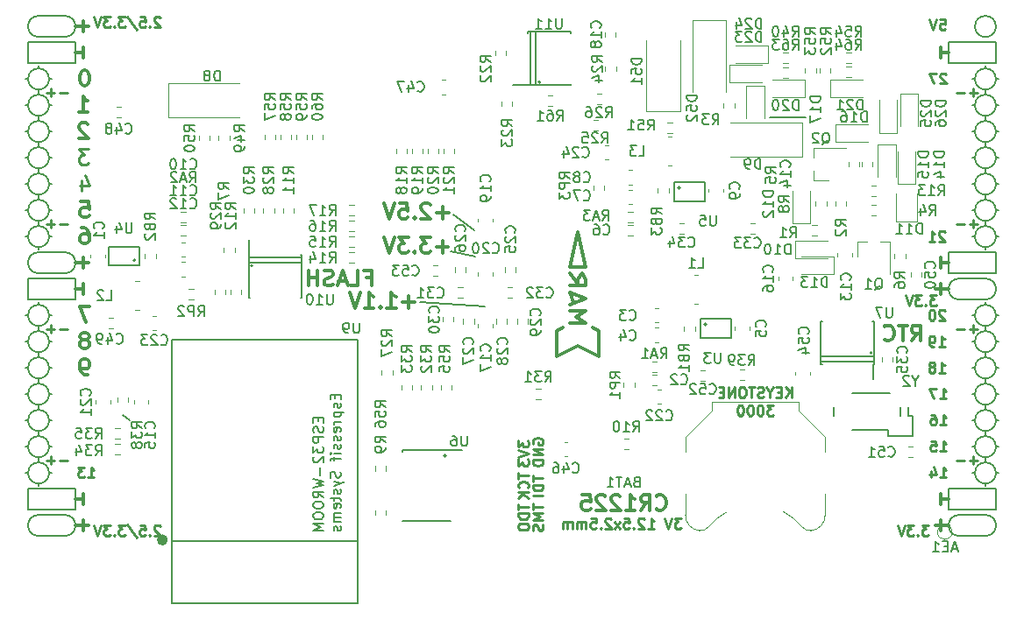
<source format=gbo>
G04 #@! TF.GenerationSoftware,KiCad,Pcbnew,5.0.0-rc2-dev-unknown+dfsg1+20180318-2*
G04 #@! TF.CreationDate,2018-05-20T22:20:08+02:00*
G04 #@! TF.ProjectId,ulx3s,756C7833732E6B696361645F70636200,rev?*
G04 #@! TF.SameCoordinates,Original*
G04 #@! TF.FileFunction,Legend,Bot*
G04 #@! TF.FilePolarity,Positive*
%FSLAX46Y46*%
G04 Gerber Fmt 4.6, Leading zero omitted, Abs format (unit mm)*
G04 Created by KiCad (PCBNEW 5.0.0-rc2-dev-unknown+dfsg1+20180318-2) date Sun May 20 22:20:08 2018*
%MOMM*%
%LPD*%
G01*
G04 APERTURE LIST*
%ADD10C,0.250000*%
%ADD11C,0.200000*%
%ADD12C,0.300000*%
%ADD13C,0.120000*%
%ADD14C,0.150000*%
%ADD15C,0.500000*%
G04 APERTURE END LIST*
D10*
X182887904Y-82575619D02*
X182840285Y-82528000D01*
X182745047Y-82480380D01*
X182506952Y-82480380D01*
X182411714Y-82528000D01*
X182364095Y-82575619D01*
X182316476Y-82670857D01*
X182316476Y-82766095D01*
X182364095Y-82908952D01*
X182935523Y-83480380D01*
X182316476Y-83480380D01*
X181364095Y-83480380D02*
X181935523Y-83480380D01*
X181649809Y-83480380D02*
X181649809Y-82480380D01*
X181745047Y-82623238D01*
X181840285Y-82718476D01*
X181935523Y-82766095D01*
X182887904Y-90195619D02*
X182840285Y-90148000D01*
X182745047Y-90100380D01*
X182506952Y-90100380D01*
X182411714Y-90148000D01*
X182364095Y-90195619D01*
X182316476Y-90290857D01*
X182316476Y-90386095D01*
X182364095Y-90528952D01*
X182935523Y-91100380D01*
X182316476Y-91100380D01*
X181697428Y-90100380D02*
X181602190Y-90100380D01*
X181506952Y-90148000D01*
X181459333Y-90195619D01*
X181411714Y-90290857D01*
X181364095Y-90481333D01*
X181364095Y-90719428D01*
X181411714Y-90909904D01*
X181459333Y-91005142D01*
X181506952Y-91052761D01*
X181602190Y-91100380D01*
X181697428Y-91100380D01*
X181792666Y-91052761D01*
X181840285Y-91005142D01*
X181887904Y-90909904D01*
X181935523Y-90719428D01*
X181935523Y-90481333D01*
X181887904Y-90290857D01*
X181840285Y-90195619D01*
X181792666Y-90148000D01*
X181697428Y-90100380D01*
X182316476Y-93640380D02*
X182887904Y-93640380D01*
X182602190Y-93640380D02*
X182602190Y-92640380D01*
X182697428Y-92783238D01*
X182792666Y-92878476D01*
X182887904Y-92926095D01*
X181840285Y-93640380D02*
X181649809Y-93640380D01*
X181554571Y-93592761D01*
X181506952Y-93545142D01*
X181411714Y-93402285D01*
X181364095Y-93211809D01*
X181364095Y-92830857D01*
X181411714Y-92735619D01*
X181459333Y-92688000D01*
X181554571Y-92640380D01*
X181745047Y-92640380D01*
X181840285Y-92688000D01*
X181887904Y-92735619D01*
X181935523Y-92830857D01*
X181935523Y-93068952D01*
X181887904Y-93164190D01*
X181840285Y-93211809D01*
X181745047Y-93259428D01*
X181554571Y-93259428D01*
X181459333Y-93211809D01*
X181411714Y-93164190D01*
X181364095Y-93068952D01*
X182316476Y-96180380D02*
X182887904Y-96180380D01*
X182602190Y-96180380D02*
X182602190Y-95180380D01*
X182697428Y-95323238D01*
X182792666Y-95418476D01*
X182887904Y-95466095D01*
X181745047Y-95608952D02*
X181840285Y-95561333D01*
X181887904Y-95513714D01*
X181935523Y-95418476D01*
X181935523Y-95370857D01*
X181887904Y-95275619D01*
X181840285Y-95228000D01*
X181745047Y-95180380D01*
X181554571Y-95180380D01*
X181459333Y-95228000D01*
X181411714Y-95275619D01*
X181364095Y-95370857D01*
X181364095Y-95418476D01*
X181411714Y-95513714D01*
X181459333Y-95561333D01*
X181554571Y-95608952D01*
X181745047Y-95608952D01*
X181840285Y-95656571D01*
X181887904Y-95704190D01*
X181935523Y-95799428D01*
X181935523Y-95989904D01*
X181887904Y-96085142D01*
X181840285Y-96132761D01*
X181745047Y-96180380D01*
X181554571Y-96180380D01*
X181459333Y-96132761D01*
X181411714Y-96085142D01*
X181364095Y-95989904D01*
X181364095Y-95799428D01*
X181411714Y-95704190D01*
X181459333Y-95656571D01*
X181554571Y-95608952D01*
D11*
X104148000Y-100808000D02*
X103513000Y-100300000D01*
X169426000Y-71471000D02*
X165997000Y-71471000D01*
D12*
X127003714Y-86984857D02*
X127503714Y-86984857D01*
X127503714Y-87770571D02*
X127503714Y-86270571D01*
X126789428Y-86270571D01*
X125503714Y-87770571D02*
X126218000Y-87770571D01*
X126218000Y-86270571D01*
X125075142Y-87342000D02*
X124360857Y-87342000D01*
X125218000Y-87770571D02*
X124718000Y-86270571D01*
X124218000Y-87770571D01*
X123789428Y-87699142D02*
X123575142Y-87770571D01*
X123218000Y-87770571D01*
X123075142Y-87699142D01*
X123003714Y-87627714D01*
X122932285Y-87484857D01*
X122932285Y-87342000D01*
X123003714Y-87199142D01*
X123075142Y-87127714D01*
X123218000Y-87056285D01*
X123503714Y-86984857D01*
X123646571Y-86913428D01*
X123718000Y-86842000D01*
X123789428Y-86699142D01*
X123789428Y-86556285D01*
X123718000Y-86413428D01*
X123646571Y-86342000D01*
X123503714Y-86270571D01*
X123146571Y-86270571D01*
X122932285Y-86342000D01*
X122289428Y-87770571D02*
X122289428Y-86270571D01*
X122289428Y-86984857D02*
X121432285Y-86984857D01*
X121432285Y-87770571D02*
X121432285Y-86270571D01*
D10*
X157418095Y-110252380D02*
X156799047Y-110252380D01*
X157132380Y-110633333D01*
X156989523Y-110633333D01*
X156894285Y-110680952D01*
X156846666Y-110728571D01*
X156799047Y-110823809D01*
X156799047Y-111061904D01*
X156846666Y-111157142D01*
X156894285Y-111204761D01*
X156989523Y-111252380D01*
X157275238Y-111252380D01*
X157370476Y-111204761D01*
X157418095Y-111157142D01*
X156513333Y-110252380D02*
X156180000Y-111252380D01*
X155846666Y-110252380D01*
X154227619Y-111252380D02*
X154799047Y-111252380D01*
X154513333Y-111252380D02*
X154513333Y-110252380D01*
X154608571Y-110395238D01*
X154703809Y-110490476D01*
X154799047Y-110538095D01*
X153846666Y-110347619D02*
X153799047Y-110300000D01*
X153703809Y-110252380D01*
X153465714Y-110252380D01*
X153370476Y-110300000D01*
X153322857Y-110347619D01*
X153275238Y-110442857D01*
X153275238Y-110538095D01*
X153322857Y-110680952D01*
X153894285Y-111252380D01*
X153275238Y-111252380D01*
X152846666Y-111157142D02*
X152799047Y-111204761D01*
X152846666Y-111252380D01*
X152894285Y-111204761D01*
X152846666Y-111157142D01*
X152846666Y-111252380D01*
X151894285Y-110252380D02*
X152370476Y-110252380D01*
X152418095Y-110728571D01*
X152370476Y-110680952D01*
X152275238Y-110633333D01*
X152037142Y-110633333D01*
X151941904Y-110680952D01*
X151894285Y-110728571D01*
X151846666Y-110823809D01*
X151846666Y-111061904D01*
X151894285Y-111157142D01*
X151941904Y-111204761D01*
X152037142Y-111252380D01*
X152275238Y-111252380D01*
X152370476Y-111204761D01*
X152418095Y-111157142D01*
X151513333Y-111252380D02*
X150989523Y-110585714D01*
X151513333Y-110585714D02*
X150989523Y-111252380D01*
X150656190Y-110347619D02*
X150608571Y-110300000D01*
X150513333Y-110252380D01*
X150275238Y-110252380D01*
X150180000Y-110300000D01*
X150132380Y-110347619D01*
X150084761Y-110442857D01*
X150084761Y-110538095D01*
X150132380Y-110680952D01*
X150703809Y-111252380D01*
X150084761Y-111252380D01*
X149656190Y-111157142D02*
X149608571Y-111204761D01*
X149656190Y-111252380D01*
X149703809Y-111204761D01*
X149656190Y-111157142D01*
X149656190Y-111252380D01*
X148703809Y-110252380D02*
X149180000Y-110252380D01*
X149227619Y-110728571D01*
X149180000Y-110680952D01*
X149084761Y-110633333D01*
X148846666Y-110633333D01*
X148751428Y-110680952D01*
X148703809Y-110728571D01*
X148656190Y-110823809D01*
X148656190Y-111061904D01*
X148703809Y-111157142D01*
X148751428Y-111204761D01*
X148846666Y-111252380D01*
X149084761Y-111252380D01*
X149180000Y-111204761D01*
X149227619Y-111157142D01*
X148227619Y-111252380D02*
X148227619Y-110585714D01*
X148227619Y-110680952D02*
X148180000Y-110633333D01*
X148084761Y-110585714D01*
X147941904Y-110585714D01*
X147846666Y-110633333D01*
X147799047Y-110728571D01*
X147799047Y-111252380D01*
X147799047Y-110728571D02*
X147751428Y-110633333D01*
X147656190Y-110585714D01*
X147513333Y-110585714D01*
X147418095Y-110633333D01*
X147370476Y-110728571D01*
X147370476Y-111252380D01*
X146894285Y-111252380D02*
X146894285Y-110585714D01*
X146894285Y-110680952D02*
X146846666Y-110633333D01*
X146751428Y-110585714D01*
X146608571Y-110585714D01*
X146513333Y-110633333D01*
X146465714Y-110728571D01*
X146465714Y-111252380D01*
X146465714Y-110728571D02*
X146418095Y-110633333D01*
X146322857Y-110585714D01*
X146180000Y-110585714D01*
X146084761Y-110633333D01*
X146037142Y-110728571D01*
X146037142Y-111252380D01*
D11*
X134755000Y-104237000D02*
G75*
G03X134755000Y-104237000I-127000J0D01*
G01*
X135390000Y-80869000D02*
X137422000Y-82393000D01*
X135136000Y-84425000D02*
X137549000Y-84933000D01*
X132215000Y-89378000D02*
X138438000Y-89759000D01*
D10*
X168085000Y-98577380D02*
X168085000Y-97577380D01*
X167513571Y-98577380D02*
X167942142Y-98005952D01*
X167513571Y-97577380D02*
X168085000Y-98148809D01*
X167085000Y-98053571D02*
X166751666Y-98053571D01*
X166608809Y-98577380D02*
X167085000Y-98577380D01*
X167085000Y-97577380D01*
X166608809Y-97577380D01*
X165989761Y-98101190D02*
X165989761Y-98577380D01*
X166323095Y-97577380D02*
X165989761Y-98101190D01*
X165656428Y-97577380D01*
X165370714Y-98529761D02*
X165227857Y-98577380D01*
X164989761Y-98577380D01*
X164894523Y-98529761D01*
X164846904Y-98482142D01*
X164799285Y-98386904D01*
X164799285Y-98291666D01*
X164846904Y-98196428D01*
X164894523Y-98148809D01*
X164989761Y-98101190D01*
X165180238Y-98053571D01*
X165275476Y-98005952D01*
X165323095Y-97958333D01*
X165370714Y-97863095D01*
X165370714Y-97767857D01*
X165323095Y-97672619D01*
X165275476Y-97625000D01*
X165180238Y-97577380D01*
X164942142Y-97577380D01*
X164799285Y-97625000D01*
X164513571Y-97577380D02*
X163942142Y-97577380D01*
X164227857Y-98577380D02*
X164227857Y-97577380D01*
X163418333Y-97577380D02*
X163227857Y-97577380D01*
X163132619Y-97625000D01*
X163037380Y-97720238D01*
X162989761Y-97910714D01*
X162989761Y-98244047D01*
X163037380Y-98434523D01*
X163132619Y-98529761D01*
X163227857Y-98577380D01*
X163418333Y-98577380D01*
X163513571Y-98529761D01*
X163608809Y-98434523D01*
X163656428Y-98244047D01*
X163656428Y-97910714D01*
X163608809Y-97720238D01*
X163513571Y-97625000D01*
X163418333Y-97577380D01*
X162561190Y-98577380D02*
X162561190Y-97577380D01*
X161989761Y-98577380D01*
X161989761Y-97577380D01*
X161513571Y-98053571D02*
X161180238Y-98053571D01*
X161037380Y-98577380D02*
X161513571Y-98577380D01*
X161513571Y-97577380D01*
X161037380Y-97577380D01*
X166346904Y-99327380D02*
X165727857Y-99327380D01*
X166061190Y-99708333D01*
X165918333Y-99708333D01*
X165823095Y-99755952D01*
X165775476Y-99803571D01*
X165727857Y-99898809D01*
X165727857Y-100136904D01*
X165775476Y-100232142D01*
X165823095Y-100279761D01*
X165918333Y-100327380D01*
X166204047Y-100327380D01*
X166299285Y-100279761D01*
X166346904Y-100232142D01*
X165108809Y-99327380D02*
X165013571Y-99327380D01*
X164918333Y-99375000D01*
X164870714Y-99422619D01*
X164823095Y-99517857D01*
X164775476Y-99708333D01*
X164775476Y-99946428D01*
X164823095Y-100136904D01*
X164870714Y-100232142D01*
X164918333Y-100279761D01*
X165013571Y-100327380D01*
X165108809Y-100327380D01*
X165204047Y-100279761D01*
X165251666Y-100232142D01*
X165299285Y-100136904D01*
X165346904Y-99946428D01*
X165346904Y-99708333D01*
X165299285Y-99517857D01*
X165251666Y-99422619D01*
X165204047Y-99375000D01*
X165108809Y-99327380D01*
X164156428Y-99327380D02*
X164061190Y-99327380D01*
X163965952Y-99375000D01*
X163918333Y-99422619D01*
X163870714Y-99517857D01*
X163823095Y-99708333D01*
X163823095Y-99946428D01*
X163870714Y-100136904D01*
X163918333Y-100232142D01*
X163965952Y-100279761D01*
X164061190Y-100327380D01*
X164156428Y-100327380D01*
X164251666Y-100279761D01*
X164299285Y-100232142D01*
X164346904Y-100136904D01*
X164394523Y-99946428D01*
X164394523Y-99708333D01*
X164346904Y-99517857D01*
X164299285Y-99422619D01*
X164251666Y-99375000D01*
X164156428Y-99327380D01*
X163204047Y-99327380D02*
X163108809Y-99327380D01*
X163013571Y-99375000D01*
X162965952Y-99422619D01*
X162918333Y-99517857D01*
X162870714Y-99708333D01*
X162870714Y-99946428D01*
X162918333Y-100136904D01*
X162965952Y-100232142D01*
X163013571Y-100279761D01*
X163108809Y-100327380D01*
X163204047Y-100327380D01*
X163299285Y-100279761D01*
X163346904Y-100232142D01*
X163394523Y-100136904D01*
X163442142Y-99946428D01*
X163442142Y-99708333D01*
X163394523Y-99517857D01*
X163346904Y-99422619D01*
X163299285Y-99375000D01*
X163204047Y-99327380D01*
D12*
X182492000Y-87582000D02*
X182492000Y-88598000D01*
X183254000Y-88090000D02*
X181984000Y-88090000D01*
X182492000Y-110442000D02*
X182492000Y-111458000D01*
X183254000Y-110950000D02*
X181984000Y-110950000D01*
X99688000Y-62182000D02*
X99688000Y-63198000D01*
X98926000Y-62690000D02*
X100196000Y-62690000D01*
X99688000Y-110442000D02*
X99688000Y-111458000D01*
X98926000Y-110950000D02*
X100196000Y-110950000D01*
X99688000Y-85042000D02*
X99688000Y-86058000D01*
X98926000Y-85550000D02*
X100196000Y-85550000D01*
D11*
X187826000Y-62690000D02*
G75*
G03X187826000Y-62690000I-1016000J0D01*
G01*
X184270000Y-87074000D02*
X186810000Y-87074000D01*
X184270000Y-89106000D02*
X186810000Y-89106000D01*
X184270000Y-87074000D02*
G75*
G03X184270000Y-89106000I0J-1016000D01*
G01*
X186810000Y-89106000D02*
G75*
G03X186810000Y-87074000I0J1016000D01*
G01*
X184270000Y-111966000D02*
X186810000Y-111966000D01*
X184270000Y-109934000D02*
X186810000Y-109934000D01*
X184270000Y-109934000D02*
G75*
G03X184270000Y-111966000I0J-1016000D01*
G01*
X186810000Y-111966000D02*
G75*
G03X186810000Y-109934000I0J1016000D01*
G01*
X97910000Y-63706000D02*
G75*
G03X97910000Y-61674000I0J1016000D01*
G01*
X95370000Y-61674000D02*
X97910000Y-61674000D01*
X95370000Y-63706000D02*
X97910000Y-63706000D01*
X95370000Y-61674000D02*
G75*
G03X95370000Y-63706000I0J-1016000D01*
G01*
X95370000Y-86566000D02*
X97910000Y-86566000D01*
X95370000Y-84534000D02*
X97910000Y-84534000D01*
X95370000Y-84534000D02*
G75*
G03X95370000Y-86566000I0J-1016000D01*
G01*
X97910000Y-86566000D02*
G75*
G03X97910000Y-84534000I0J1016000D01*
G01*
X95370000Y-111966000D02*
X97910000Y-111966000D01*
X95370000Y-109934000D02*
X97910000Y-109934000D01*
X95370000Y-109934000D02*
G75*
G03X95370000Y-111966000I0J-1016000D01*
G01*
X97910000Y-111966000D02*
G75*
G03X97910000Y-109934000I0J1016000D01*
G01*
X98926000Y-107394000D02*
X94354000Y-107394000D01*
X98926000Y-109426000D02*
X98926000Y-107394000D01*
X94354000Y-109426000D02*
X98926000Y-109426000D01*
X94354000Y-107394000D02*
X94354000Y-109426000D01*
X187826000Y-107394000D02*
X183254000Y-107394000D01*
X187826000Y-109426000D02*
X187826000Y-107394000D01*
X183254000Y-109426000D02*
X187826000Y-109426000D01*
X183254000Y-107394000D02*
X183254000Y-109426000D01*
X187826000Y-84534000D02*
X183254000Y-84534000D01*
X187826000Y-86566000D02*
X187826000Y-84534000D01*
X183254000Y-86566000D02*
X187826000Y-86566000D01*
X183254000Y-84534000D02*
X183254000Y-86566000D01*
X187826000Y-64214000D02*
X183254000Y-64214000D01*
X187826000Y-66246000D02*
X187826000Y-64214000D01*
X183254000Y-66246000D02*
X187826000Y-66246000D01*
X183254000Y-64214000D02*
X183254000Y-66246000D01*
X98926000Y-64214000D02*
X94354000Y-64214000D01*
X98926000Y-66246000D02*
X98926000Y-64214000D01*
X94354000Y-66246000D02*
X98926000Y-66246000D01*
X94354000Y-64214000D02*
X94354000Y-66246000D01*
X98926000Y-87074000D02*
X94354000Y-87074000D01*
X98926000Y-89106000D02*
X98926000Y-87074000D01*
X94354000Y-89106000D02*
X98926000Y-89106000D01*
X94354000Y-87074000D02*
X94354000Y-89106000D01*
D10*
X186032000Y-91971428D02*
X185270095Y-91971428D01*
X185651047Y-92352380D02*
X185651047Y-91590476D01*
X184793904Y-91971428D02*
X184032000Y-91971428D01*
X186032000Y-69111428D02*
X185270095Y-69111428D01*
X185651047Y-69492380D02*
X185651047Y-68730476D01*
X184793904Y-69111428D02*
X184032000Y-69111428D01*
X186032000Y-81811428D02*
X185270095Y-81811428D01*
X185651047Y-82192380D02*
X185651047Y-81430476D01*
X184793904Y-81811428D02*
X184032000Y-81811428D01*
X186032000Y-104671428D02*
X185270095Y-104671428D01*
X185651047Y-105052380D02*
X185651047Y-104290476D01*
X184793904Y-104671428D02*
X184032000Y-104671428D01*
X98148000Y-104671428D02*
X97386095Y-104671428D01*
X96909904Y-104671428D02*
X96148000Y-104671428D01*
X96528952Y-105052380D02*
X96528952Y-104290476D01*
X98148000Y-91971428D02*
X97386095Y-91971428D01*
X96909904Y-91971428D02*
X96148000Y-91971428D01*
X96528952Y-92352380D02*
X96528952Y-91590476D01*
X98148000Y-81811428D02*
X97386095Y-81811428D01*
X96909904Y-81811428D02*
X96148000Y-81811428D01*
X96528952Y-82192380D02*
X96528952Y-81430476D01*
X98148000Y-69111428D02*
X97386095Y-69111428D01*
X96909904Y-69111428D02*
X96148000Y-69111428D01*
X96528952Y-69492380D02*
X96528952Y-68730476D01*
D12*
X182492000Y-107902000D02*
X182492000Y-108918000D01*
X183254000Y-108410000D02*
X182492000Y-108410000D01*
D11*
X95370000Y-96726000D02*
X95370000Y-97234000D01*
X96386000Y-95710000D02*
X96640000Y-95710000D01*
X94354000Y-95710000D02*
X94100000Y-95710000D01*
X187826000Y-98250000D02*
X188080000Y-98250000D01*
X187826000Y-83010000D02*
X188080000Y-83010000D01*
X95370000Y-107140000D02*
X95370000Y-106886000D01*
X96386000Y-105870000D02*
X96640000Y-105870000D01*
X94354000Y-105870000D02*
X94100000Y-105870000D01*
X94354000Y-103330000D02*
X94100000Y-103330000D01*
X95370000Y-104346000D02*
X95370000Y-104854000D01*
X96386000Y-103330000D02*
X96640000Y-103330000D01*
X94354000Y-100790000D02*
X94100000Y-100790000D01*
X95370000Y-102314000D02*
X95370000Y-101806000D01*
X96386000Y-100790000D02*
X96640000Y-100790000D01*
X95370000Y-99266000D02*
X95370000Y-99774000D01*
X94354000Y-98250000D02*
X94100000Y-98250000D01*
X96386000Y-98250000D02*
X96640000Y-98250000D01*
X95370000Y-94186000D02*
X95370000Y-94694000D01*
X96386000Y-93170000D02*
X96640000Y-93170000D01*
X94354000Y-93170000D02*
X94100000Y-93170000D01*
X94354000Y-90630000D02*
X94100000Y-90630000D01*
X95370000Y-91646000D02*
X95370000Y-92154000D01*
X96640000Y-90630000D02*
X96386000Y-90630000D01*
X95370000Y-89360000D02*
X95370000Y-89614000D01*
X94354000Y-83010000D02*
X94100000Y-83010000D01*
X95370000Y-84280000D02*
X95370000Y-84026000D01*
X96386000Y-83010000D02*
X96640000Y-83010000D01*
X95370000Y-81486000D02*
X95370000Y-81994000D01*
X94354000Y-80470000D02*
X94100000Y-80470000D01*
X96640000Y-80470000D02*
X96386000Y-80470000D01*
X95370000Y-78946000D02*
X95370000Y-79454000D01*
X96386000Y-77930000D02*
X96640000Y-77930000D01*
X94354000Y-77930000D02*
X94100000Y-77930000D01*
X95370000Y-76406000D02*
X95370000Y-76914000D01*
X94354000Y-75390000D02*
X94100000Y-75390000D01*
X96386000Y-75390000D02*
X96640000Y-75390000D01*
X95370000Y-73866000D02*
X95370000Y-74374000D01*
X96386000Y-72850000D02*
X96640000Y-72850000D01*
X94100000Y-72850000D02*
X94354000Y-72850000D01*
X94354000Y-70310000D02*
X94100000Y-70310000D01*
X96640000Y-70310000D02*
X96386000Y-70310000D01*
X95370000Y-71326000D02*
X95370000Y-71834000D01*
X95370000Y-68786000D02*
X95370000Y-69294000D01*
X96386000Y-67770000D02*
X96640000Y-67770000D01*
X94354000Y-67770000D02*
X94100000Y-67770000D01*
X95370000Y-66500000D02*
X95370000Y-66754000D01*
X187826000Y-105870000D02*
X188080000Y-105870000D01*
X186810000Y-107140000D02*
X186810000Y-106886000D01*
X185540000Y-105870000D02*
X185794000Y-105870000D01*
X186810000Y-104346000D02*
X186810000Y-104854000D01*
X187826000Y-103330000D02*
X188080000Y-103330000D01*
X185540000Y-103330000D02*
X185794000Y-103330000D01*
X186810000Y-101806000D02*
X186810000Y-102314000D01*
X187826000Y-100790000D02*
X188080000Y-100790000D01*
X185540000Y-100790000D02*
X185794000Y-100790000D01*
X186810000Y-99266000D02*
X186810000Y-99774000D01*
X185540000Y-98250000D02*
X185794000Y-98250000D01*
X186810000Y-97234000D02*
X186810000Y-96726000D01*
X187826000Y-95710000D02*
X188080000Y-95710000D01*
X185540000Y-95710000D02*
X185794000Y-95710000D01*
X186810000Y-94694000D02*
X186810000Y-94186000D01*
X187826000Y-93170000D02*
X188080000Y-93170000D01*
X185540000Y-93170000D02*
X185794000Y-93170000D01*
X186810000Y-92154000D02*
X186810000Y-91646000D01*
X187826000Y-90630000D02*
X188080000Y-90630000D01*
X185540000Y-90630000D02*
X185794000Y-90630000D01*
X186810000Y-89360000D02*
X186810000Y-89614000D01*
X186810000Y-84280000D02*
X186810000Y-84026000D01*
X185540000Y-83010000D02*
X185794000Y-83010000D01*
X186810000Y-81994000D02*
X186810000Y-81486000D01*
X185794000Y-80470000D02*
X185540000Y-80470000D01*
X187826000Y-80470000D02*
X188080000Y-80470000D01*
X186810000Y-78946000D02*
X186810000Y-79454000D01*
X185794000Y-77930000D02*
X185540000Y-77930000D01*
X187826000Y-77930000D02*
X188080000Y-77930000D01*
X186810000Y-76406000D02*
X186810000Y-76914000D01*
X186810000Y-73866000D02*
X186810000Y-74374000D01*
X185794000Y-75390000D02*
X185540000Y-75390000D01*
X187826000Y-75390000D02*
X188080000Y-75390000D01*
X187826000Y-72850000D02*
X188080000Y-72850000D01*
X185540000Y-72850000D02*
X185794000Y-72850000D01*
X186810000Y-71834000D02*
X186810000Y-71326000D01*
X187826000Y-70310000D02*
X188080000Y-70310000D01*
X185540000Y-70310000D02*
X185794000Y-70310000D01*
X187826000Y-67770000D02*
X188080000Y-67770000D01*
X186810000Y-68786000D02*
X186810000Y-69294000D01*
X185540000Y-67770000D02*
X185794000Y-67770000D01*
X186810000Y-66500000D02*
X186810000Y-66754000D01*
X187826000Y-67770000D02*
G75*
G03X187826000Y-67770000I-1016000J0D01*
G01*
X187826000Y-70310000D02*
G75*
G03X187826000Y-70310000I-1016000J0D01*
G01*
X187826000Y-72850000D02*
G75*
G03X187826000Y-72850000I-1016000J0D01*
G01*
X187826000Y-75390000D02*
G75*
G03X187826000Y-75390000I-1016000J0D01*
G01*
X187826000Y-77930000D02*
G75*
G03X187826000Y-77930000I-1016000J0D01*
G01*
X187826000Y-80470000D02*
G75*
G03X187826000Y-80470000I-1016000J0D01*
G01*
X187826000Y-83010000D02*
G75*
G03X187826000Y-83010000I-1016000J0D01*
G01*
X187826000Y-90630000D02*
G75*
G03X187826000Y-90630000I-1016000J0D01*
G01*
X187826000Y-93170000D02*
G75*
G03X187826000Y-93170000I-1016000J0D01*
G01*
X187826000Y-95710000D02*
G75*
G03X187826000Y-95710000I-1016000J0D01*
G01*
X187826000Y-98250000D02*
G75*
G03X187826000Y-98250000I-1016000J0D01*
G01*
X187826000Y-100790000D02*
G75*
G03X187826000Y-100790000I-1016000J0D01*
G01*
X187826000Y-103330000D02*
G75*
G03X187826000Y-103330000I-1016000J0D01*
G01*
X187826000Y-105870000D02*
G75*
G03X187826000Y-105870000I-1016000J0D01*
G01*
X96386000Y-105870000D02*
G75*
G03X96386000Y-105870000I-1016000J0D01*
G01*
X96386000Y-103330000D02*
G75*
G03X96386000Y-103330000I-1016000J0D01*
G01*
X96386000Y-100790000D02*
G75*
G03X96386000Y-100790000I-1016000J0D01*
G01*
X96386000Y-98250000D02*
G75*
G03X96386000Y-98250000I-1016000J0D01*
G01*
X96386000Y-95710000D02*
G75*
G03X96386000Y-95710000I-1016000J0D01*
G01*
X96386000Y-93170000D02*
G75*
G03X96386000Y-93170000I-1016000J0D01*
G01*
X96386000Y-90630000D02*
G75*
G03X96386000Y-90630000I-1016000J0D01*
G01*
X96386000Y-83010000D02*
G75*
G03X96386000Y-83010000I-1016000J0D01*
G01*
X96386000Y-80470000D02*
G75*
G03X96386000Y-80470000I-1016000J0D01*
G01*
X96386000Y-77930000D02*
G75*
G03X96386000Y-77930000I-1016000J0D01*
G01*
X96386000Y-75390000D02*
G75*
G03X96386000Y-75390000I-1016000J0D01*
G01*
X96386000Y-72850000D02*
G75*
G03X96386000Y-72850000I-1016000J0D01*
G01*
X96386000Y-70310000D02*
G75*
G03X96386000Y-70310000I-1016000J0D01*
G01*
X96386000Y-67770000D02*
G75*
G03X96386000Y-67770000I-1016000J0D01*
G01*
D10*
X182428476Y-62015380D02*
X182904666Y-62015380D01*
X182952285Y-62491571D01*
X182904666Y-62443952D01*
X182809428Y-62396333D01*
X182571333Y-62396333D01*
X182476095Y-62443952D01*
X182428476Y-62491571D01*
X182380857Y-62586809D01*
X182380857Y-62824904D01*
X182428476Y-62920142D01*
X182476095Y-62967761D01*
X182571333Y-63015380D01*
X182809428Y-63015380D01*
X182904666Y-62967761D01*
X182952285Y-62920142D01*
X182095142Y-62015380D02*
X181761809Y-63015380D01*
X181428476Y-62015380D01*
D12*
X182492000Y-64722000D02*
X182492000Y-65738000D01*
X183254000Y-65230000D02*
X182492000Y-65230000D01*
D10*
X182999904Y-67317619D02*
X182952285Y-67270000D01*
X182857047Y-67222380D01*
X182618952Y-67222380D01*
X182523714Y-67270000D01*
X182476095Y-67317619D01*
X182428476Y-67412857D01*
X182428476Y-67508095D01*
X182476095Y-67650952D01*
X183047523Y-68222380D01*
X182428476Y-68222380D01*
X182095142Y-67222380D02*
X181428476Y-67222380D01*
X181857047Y-68222380D01*
D12*
X182492000Y-85042000D02*
X182492000Y-86058000D01*
X183254000Y-85550000D02*
X182492000Y-85550000D01*
D10*
X182078190Y-88703380D02*
X181459142Y-88703380D01*
X181792476Y-89084333D01*
X181649619Y-89084333D01*
X181554380Y-89131952D01*
X181506761Y-89179571D01*
X181459142Y-89274809D01*
X181459142Y-89512904D01*
X181506761Y-89608142D01*
X181554380Y-89655761D01*
X181649619Y-89703380D01*
X181935333Y-89703380D01*
X182030571Y-89655761D01*
X182078190Y-89608142D01*
X181030571Y-89608142D02*
X180982952Y-89655761D01*
X181030571Y-89703380D01*
X181078190Y-89655761D01*
X181030571Y-89608142D01*
X181030571Y-89703380D01*
X180649619Y-88703380D02*
X180030571Y-88703380D01*
X180363904Y-89084333D01*
X180221047Y-89084333D01*
X180125809Y-89131952D01*
X180078190Y-89179571D01*
X180030571Y-89274809D01*
X180030571Y-89512904D01*
X180078190Y-89608142D01*
X180125809Y-89655761D01*
X180221047Y-89703380D01*
X180506761Y-89703380D01*
X180602000Y-89655761D01*
X180649619Y-89608142D01*
X179744857Y-88703380D02*
X179411523Y-89703380D01*
X179078190Y-88703380D01*
X182428476Y-98702380D02*
X182999904Y-98702380D01*
X182714190Y-98702380D02*
X182714190Y-97702380D01*
X182809428Y-97845238D01*
X182904666Y-97940476D01*
X182999904Y-97988095D01*
X182095142Y-97702380D02*
X181428476Y-97702380D01*
X181857047Y-98702380D01*
X182428476Y-101242380D02*
X182999904Y-101242380D01*
X182714190Y-101242380D02*
X182714190Y-100242380D01*
X182809428Y-100385238D01*
X182904666Y-100480476D01*
X182999904Y-100528095D01*
X181571333Y-100242380D02*
X181761809Y-100242380D01*
X181857047Y-100290000D01*
X181904666Y-100337619D01*
X181999904Y-100480476D01*
X182047523Y-100670952D01*
X182047523Y-101051904D01*
X181999904Y-101147142D01*
X181952285Y-101194761D01*
X181857047Y-101242380D01*
X181666571Y-101242380D01*
X181571333Y-101194761D01*
X181523714Y-101147142D01*
X181476095Y-101051904D01*
X181476095Y-100813809D01*
X181523714Y-100718571D01*
X181571333Y-100670952D01*
X181666571Y-100623333D01*
X181857047Y-100623333D01*
X181952285Y-100670952D01*
X181999904Y-100718571D01*
X182047523Y-100813809D01*
X182428476Y-103782380D02*
X182999904Y-103782380D01*
X182714190Y-103782380D02*
X182714190Y-102782380D01*
X182809428Y-102925238D01*
X182904666Y-103020476D01*
X182999904Y-103068095D01*
X181523714Y-102782380D02*
X181999904Y-102782380D01*
X182047523Y-103258571D01*
X181999904Y-103210952D01*
X181904666Y-103163333D01*
X181666571Y-103163333D01*
X181571333Y-103210952D01*
X181523714Y-103258571D01*
X181476095Y-103353809D01*
X181476095Y-103591904D01*
X181523714Y-103687142D01*
X181571333Y-103734761D01*
X181666571Y-103782380D01*
X181904666Y-103782380D01*
X181999904Y-103734761D01*
X182047523Y-103687142D01*
X182428476Y-106322380D02*
X182999904Y-106322380D01*
X182714190Y-106322380D02*
X182714190Y-105322380D01*
X182809428Y-105465238D01*
X182904666Y-105560476D01*
X182999904Y-105608095D01*
X181571333Y-105655714D02*
X181571333Y-106322380D01*
X181809428Y-105274761D02*
X182047523Y-105989047D01*
X181428476Y-105989047D01*
X181312642Y-110928380D02*
X180693595Y-110928380D01*
X181026928Y-111309333D01*
X180884071Y-111309333D01*
X180788833Y-111356952D01*
X180741214Y-111404571D01*
X180693595Y-111499809D01*
X180693595Y-111737904D01*
X180741214Y-111833142D01*
X180788833Y-111880761D01*
X180884071Y-111928380D01*
X181169785Y-111928380D01*
X181265023Y-111880761D01*
X181312642Y-111833142D01*
X180265023Y-111833142D02*
X180217404Y-111880761D01*
X180265023Y-111928380D01*
X180312642Y-111880761D01*
X180265023Y-111833142D01*
X180265023Y-111928380D01*
X179884071Y-110928380D02*
X179265023Y-110928380D01*
X179598357Y-111309333D01*
X179455500Y-111309333D01*
X179360261Y-111356952D01*
X179312642Y-111404571D01*
X179265023Y-111499809D01*
X179265023Y-111737904D01*
X179312642Y-111833142D01*
X179360261Y-111880761D01*
X179455500Y-111928380D01*
X179741214Y-111928380D01*
X179836452Y-111880761D01*
X179884071Y-111833142D01*
X178979309Y-110928380D02*
X178645976Y-111928380D01*
X178312642Y-110928380D01*
D12*
X99688000Y-108918000D02*
X99688000Y-107902000D01*
X98926000Y-108410000D02*
X99688000Y-108410000D01*
X99688000Y-88598000D02*
X99688000Y-87582000D01*
X98926000Y-88090000D02*
X99688000Y-88090000D01*
X99688000Y-64722000D02*
X99688000Y-65738000D01*
X98926000Y-65230000D02*
X99688000Y-65230000D01*
D10*
X107103690Y-111023619D02*
X107056071Y-110976000D01*
X106960833Y-110928380D01*
X106722738Y-110928380D01*
X106627500Y-110976000D01*
X106579880Y-111023619D01*
X106532261Y-111118857D01*
X106532261Y-111214095D01*
X106579880Y-111356952D01*
X107151309Y-111928380D01*
X106532261Y-111928380D01*
X106103690Y-111833142D02*
X106056071Y-111880761D01*
X106103690Y-111928380D01*
X106151309Y-111880761D01*
X106103690Y-111833142D01*
X106103690Y-111928380D01*
X105151309Y-110928380D02*
X105627500Y-110928380D01*
X105675119Y-111404571D01*
X105627500Y-111356952D01*
X105532261Y-111309333D01*
X105294166Y-111309333D01*
X105198928Y-111356952D01*
X105151309Y-111404571D01*
X105103690Y-111499809D01*
X105103690Y-111737904D01*
X105151309Y-111833142D01*
X105198928Y-111880761D01*
X105294166Y-111928380D01*
X105532261Y-111928380D01*
X105627500Y-111880761D01*
X105675119Y-111833142D01*
X103960833Y-110880761D02*
X104817976Y-112166476D01*
X103722738Y-110928380D02*
X103103690Y-110928380D01*
X103437023Y-111309333D01*
X103294166Y-111309333D01*
X103198928Y-111356952D01*
X103151309Y-111404571D01*
X103103690Y-111499809D01*
X103103690Y-111737904D01*
X103151309Y-111833142D01*
X103198928Y-111880761D01*
X103294166Y-111928380D01*
X103579880Y-111928380D01*
X103675119Y-111880761D01*
X103722738Y-111833142D01*
X102675119Y-111833142D02*
X102627500Y-111880761D01*
X102675119Y-111928380D01*
X102722738Y-111880761D01*
X102675119Y-111833142D01*
X102675119Y-111928380D01*
X102294166Y-110928380D02*
X101675119Y-110928380D01*
X102008452Y-111309333D01*
X101865595Y-111309333D01*
X101770357Y-111356952D01*
X101722738Y-111404571D01*
X101675119Y-111499809D01*
X101675119Y-111737904D01*
X101722738Y-111833142D01*
X101770357Y-111880761D01*
X101865595Y-111928380D01*
X102151309Y-111928380D01*
X102246547Y-111880761D01*
X102294166Y-111833142D01*
X101389404Y-110928380D02*
X101056071Y-111928380D01*
X100722738Y-110928380D01*
X100132476Y-106322380D02*
X100703904Y-106322380D01*
X100418190Y-106322380D02*
X100418190Y-105322380D01*
X100513428Y-105465238D01*
X100608666Y-105560476D01*
X100703904Y-105608095D01*
X99799142Y-105322380D02*
X99180095Y-105322380D01*
X99513428Y-105703333D01*
X99370571Y-105703333D01*
X99275333Y-105750952D01*
X99227714Y-105798571D01*
X99180095Y-105893809D01*
X99180095Y-106131904D01*
X99227714Y-106227142D01*
X99275333Y-106274761D01*
X99370571Y-106322380D01*
X99656285Y-106322380D01*
X99751523Y-106274761D01*
X99799142Y-106227142D01*
D12*
X100100714Y-96388571D02*
X99815000Y-96388571D01*
X99672142Y-96317142D01*
X99600714Y-96245714D01*
X99457857Y-96031428D01*
X99386428Y-95745714D01*
X99386428Y-95174285D01*
X99457857Y-95031428D01*
X99529285Y-94960000D01*
X99672142Y-94888571D01*
X99957857Y-94888571D01*
X100100714Y-94960000D01*
X100172142Y-95031428D01*
X100243571Y-95174285D01*
X100243571Y-95531428D01*
X100172142Y-95674285D01*
X100100714Y-95745714D01*
X99957857Y-95817142D01*
X99672142Y-95817142D01*
X99529285Y-95745714D01*
X99457857Y-95674285D01*
X99386428Y-95531428D01*
X99957857Y-92991428D02*
X100100714Y-92920000D01*
X100172142Y-92848571D01*
X100243571Y-92705714D01*
X100243571Y-92634285D01*
X100172142Y-92491428D01*
X100100714Y-92420000D01*
X99957857Y-92348571D01*
X99672142Y-92348571D01*
X99529285Y-92420000D01*
X99457857Y-92491428D01*
X99386428Y-92634285D01*
X99386428Y-92705714D01*
X99457857Y-92848571D01*
X99529285Y-92920000D01*
X99672142Y-92991428D01*
X99957857Y-92991428D01*
X100100714Y-93062857D01*
X100172142Y-93134285D01*
X100243571Y-93277142D01*
X100243571Y-93562857D01*
X100172142Y-93705714D01*
X100100714Y-93777142D01*
X99957857Y-93848571D01*
X99672142Y-93848571D01*
X99529285Y-93777142D01*
X99457857Y-93705714D01*
X99386428Y-93562857D01*
X99386428Y-93277142D01*
X99457857Y-93134285D01*
X99529285Y-93062857D01*
X99672142Y-92991428D01*
X100315000Y-89808571D02*
X99315000Y-89808571D01*
X99957857Y-91308571D01*
X99529285Y-82188571D02*
X99815000Y-82188571D01*
X99957857Y-82260000D01*
X100029285Y-82331428D01*
X100172142Y-82545714D01*
X100243571Y-82831428D01*
X100243571Y-83402857D01*
X100172142Y-83545714D01*
X100100714Y-83617142D01*
X99957857Y-83688571D01*
X99672142Y-83688571D01*
X99529285Y-83617142D01*
X99457857Y-83545714D01*
X99386428Y-83402857D01*
X99386428Y-83045714D01*
X99457857Y-82902857D01*
X99529285Y-82831428D01*
X99672142Y-82760000D01*
X99957857Y-82760000D01*
X100100714Y-82831428D01*
X100172142Y-82902857D01*
X100243571Y-83045714D01*
X99457857Y-79648571D02*
X100172142Y-79648571D01*
X100243571Y-80362857D01*
X100172142Y-80291428D01*
X100029285Y-80220000D01*
X99672142Y-80220000D01*
X99529285Y-80291428D01*
X99457857Y-80362857D01*
X99386428Y-80505714D01*
X99386428Y-80862857D01*
X99457857Y-81005714D01*
X99529285Y-81077142D01*
X99672142Y-81148571D01*
X100029285Y-81148571D01*
X100172142Y-81077142D01*
X100243571Y-81005714D01*
D10*
X99529285Y-77608571D02*
X99529285Y-78608571D01*
X99886428Y-77037142D02*
X100243571Y-78108571D01*
X99315000Y-78108571D01*
X100188000Y-74568571D02*
X99259428Y-74568571D01*
X99759428Y-75140000D01*
X99545142Y-75140000D01*
X99402285Y-75211428D01*
X99330857Y-75282857D01*
X99259428Y-75425714D01*
X99259428Y-75782857D01*
X99330857Y-75925714D01*
X99402285Y-75997142D01*
X99545142Y-76068571D01*
X99973714Y-76068571D01*
X100116571Y-75997142D01*
X100188000Y-75925714D01*
D12*
X100116571Y-72171428D02*
X100045142Y-72100000D01*
X99902285Y-72028571D01*
X99545142Y-72028571D01*
X99402285Y-72100000D01*
X99330857Y-72171428D01*
X99259428Y-72314285D01*
X99259428Y-72457142D01*
X99330857Y-72671428D01*
X100188000Y-73528571D01*
X99259428Y-73528571D01*
X99259428Y-70988571D02*
X100116571Y-70988571D01*
X99688000Y-70988571D02*
X99688000Y-69488571D01*
X99830857Y-69702857D01*
X99973714Y-69845714D01*
X100116571Y-69917142D01*
X99886428Y-66948571D02*
X99743571Y-66948571D01*
X99600714Y-67020000D01*
X99529285Y-67091428D01*
X99457857Y-67234285D01*
X99386428Y-67520000D01*
X99386428Y-67877142D01*
X99457857Y-68162857D01*
X99529285Y-68305714D01*
X99600714Y-68377142D01*
X99743571Y-68448571D01*
X99886428Y-68448571D01*
X100029285Y-68377142D01*
X100100714Y-68305714D01*
X100172142Y-68162857D01*
X100243571Y-67877142D01*
X100243571Y-67520000D01*
X100172142Y-67234285D01*
X100100714Y-67091428D01*
X100029285Y-67020000D01*
X99886428Y-66948571D01*
D10*
X107103690Y-61874619D02*
X107056071Y-61827000D01*
X106960833Y-61779380D01*
X106722738Y-61779380D01*
X106627500Y-61827000D01*
X106579880Y-61874619D01*
X106532261Y-61969857D01*
X106532261Y-62065095D01*
X106579880Y-62207952D01*
X107151309Y-62779380D01*
X106532261Y-62779380D01*
X106103690Y-62684142D02*
X106056071Y-62731761D01*
X106103690Y-62779380D01*
X106151309Y-62731761D01*
X106103690Y-62684142D01*
X106103690Y-62779380D01*
X105151309Y-61779380D02*
X105627500Y-61779380D01*
X105675119Y-62255571D01*
X105627500Y-62207952D01*
X105532261Y-62160333D01*
X105294166Y-62160333D01*
X105198928Y-62207952D01*
X105151309Y-62255571D01*
X105103690Y-62350809D01*
X105103690Y-62588904D01*
X105151309Y-62684142D01*
X105198928Y-62731761D01*
X105294166Y-62779380D01*
X105532261Y-62779380D01*
X105627500Y-62731761D01*
X105675119Y-62684142D01*
X103960833Y-61731761D02*
X104817976Y-63017476D01*
X103722738Y-61779380D02*
X103103690Y-61779380D01*
X103437023Y-62160333D01*
X103294166Y-62160333D01*
X103198928Y-62207952D01*
X103151309Y-62255571D01*
X103103690Y-62350809D01*
X103103690Y-62588904D01*
X103151309Y-62684142D01*
X103198928Y-62731761D01*
X103294166Y-62779380D01*
X103579880Y-62779380D01*
X103675119Y-62731761D01*
X103722738Y-62684142D01*
X102675119Y-62684142D02*
X102627500Y-62731761D01*
X102675119Y-62779380D01*
X102722738Y-62731761D01*
X102675119Y-62684142D01*
X102675119Y-62779380D01*
X102294166Y-61779380D02*
X101675119Y-61779380D01*
X102008452Y-62160333D01*
X101865595Y-62160333D01*
X101770357Y-62207952D01*
X101722738Y-62255571D01*
X101675119Y-62350809D01*
X101675119Y-62588904D01*
X101722738Y-62684142D01*
X101770357Y-62731761D01*
X101865595Y-62779380D01*
X102151309Y-62779380D01*
X102246547Y-62731761D01*
X102294166Y-62684142D01*
X101389404Y-61779380D02*
X101056071Y-62779380D01*
X100722738Y-61779380D01*
D12*
X155027857Y-109335714D02*
X155099285Y-109407142D01*
X155313571Y-109478571D01*
X155456428Y-109478571D01*
X155670714Y-109407142D01*
X155813571Y-109264285D01*
X155885000Y-109121428D01*
X155956428Y-108835714D01*
X155956428Y-108621428D01*
X155885000Y-108335714D01*
X155813571Y-108192857D01*
X155670714Y-108050000D01*
X155456428Y-107978571D01*
X155313571Y-107978571D01*
X155099285Y-108050000D01*
X155027857Y-108121428D01*
X153527857Y-109478571D02*
X154027857Y-108764285D01*
X154385000Y-109478571D02*
X154385000Y-107978571D01*
X153813571Y-107978571D01*
X153670714Y-108050000D01*
X153599285Y-108121428D01*
X153527857Y-108264285D01*
X153527857Y-108478571D01*
X153599285Y-108621428D01*
X153670714Y-108692857D01*
X153813571Y-108764285D01*
X154385000Y-108764285D01*
X152099285Y-109478571D02*
X152956428Y-109478571D01*
X152527857Y-109478571D02*
X152527857Y-107978571D01*
X152670714Y-108192857D01*
X152813571Y-108335714D01*
X152956428Y-108407142D01*
X151527857Y-108121428D02*
X151456428Y-108050000D01*
X151313571Y-107978571D01*
X150956428Y-107978571D01*
X150813571Y-108050000D01*
X150742142Y-108121428D01*
X150670714Y-108264285D01*
X150670714Y-108407142D01*
X150742142Y-108621428D01*
X151599285Y-109478571D01*
X150670714Y-109478571D01*
X150099285Y-108121428D02*
X150027857Y-108050000D01*
X149885000Y-107978571D01*
X149527857Y-107978571D01*
X149385000Y-108050000D01*
X149313571Y-108121428D01*
X149242142Y-108264285D01*
X149242142Y-108407142D01*
X149313571Y-108621428D01*
X150170714Y-109478571D01*
X149242142Y-109478571D01*
X147885000Y-107978571D02*
X148599285Y-107978571D01*
X148670714Y-108692857D01*
X148599285Y-108621428D01*
X148456428Y-108550000D01*
X148099285Y-108550000D01*
X147956428Y-108621428D01*
X147885000Y-108692857D01*
X147813571Y-108835714D01*
X147813571Y-109192857D01*
X147885000Y-109335714D01*
X147956428Y-109407142D01*
X148099285Y-109478571D01*
X148456428Y-109478571D01*
X148599285Y-109407142D01*
X148670714Y-109335714D01*
X134961000Y-80722142D02*
X133818142Y-80722142D01*
X134389571Y-81293571D02*
X134389571Y-80150714D01*
X133175285Y-79936428D02*
X133103857Y-79865000D01*
X132961000Y-79793571D01*
X132603857Y-79793571D01*
X132461000Y-79865000D01*
X132389571Y-79936428D01*
X132318142Y-80079285D01*
X132318142Y-80222142D01*
X132389571Y-80436428D01*
X133246714Y-81293571D01*
X132318142Y-81293571D01*
X131675285Y-81150714D02*
X131603857Y-81222142D01*
X131675285Y-81293571D01*
X131746714Y-81222142D01*
X131675285Y-81150714D01*
X131675285Y-81293571D01*
X130246714Y-79793571D02*
X130961000Y-79793571D01*
X131032428Y-80507857D01*
X130961000Y-80436428D01*
X130818142Y-80365000D01*
X130461000Y-80365000D01*
X130318142Y-80436428D01*
X130246714Y-80507857D01*
X130175285Y-80650714D01*
X130175285Y-81007857D01*
X130246714Y-81150714D01*
X130318142Y-81222142D01*
X130461000Y-81293571D01*
X130818142Y-81293571D01*
X130961000Y-81222142D01*
X131032428Y-81150714D01*
X129746714Y-79793571D02*
X129246714Y-81293571D01*
X128746714Y-79793571D01*
X134946000Y-84024142D02*
X133803142Y-84024142D01*
X134374571Y-84595571D02*
X134374571Y-83452714D01*
X133231714Y-83095571D02*
X132303142Y-83095571D01*
X132803142Y-83667000D01*
X132588857Y-83667000D01*
X132446000Y-83738428D01*
X132374571Y-83809857D01*
X132303142Y-83952714D01*
X132303142Y-84309857D01*
X132374571Y-84452714D01*
X132446000Y-84524142D01*
X132588857Y-84595571D01*
X133017428Y-84595571D01*
X133160285Y-84524142D01*
X133231714Y-84452714D01*
X131660285Y-84452714D02*
X131588857Y-84524142D01*
X131660285Y-84595571D01*
X131731714Y-84524142D01*
X131660285Y-84452714D01*
X131660285Y-84595571D01*
X131088857Y-83095571D02*
X130160285Y-83095571D01*
X130660285Y-83667000D01*
X130446000Y-83667000D01*
X130303142Y-83738428D01*
X130231714Y-83809857D01*
X130160285Y-83952714D01*
X130160285Y-84309857D01*
X130231714Y-84452714D01*
X130303142Y-84524142D01*
X130446000Y-84595571D01*
X130874571Y-84595571D01*
X131017428Y-84524142D01*
X131088857Y-84452714D01*
X129731714Y-83095571D02*
X129231714Y-84595571D01*
X128731714Y-83095571D01*
X131659000Y-89358142D02*
X130516142Y-89358142D01*
X131087571Y-89929571D02*
X131087571Y-88786714D01*
X129016142Y-89929571D02*
X129873285Y-89929571D01*
X129444714Y-89929571D02*
X129444714Y-88429571D01*
X129587571Y-88643857D01*
X129730428Y-88786714D01*
X129873285Y-88858142D01*
X128373285Y-89786714D02*
X128301857Y-89858142D01*
X128373285Y-89929571D01*
X128444714Y-89858142D01*
X128373285Y-89786714D01*
X128373285Y-89929571D01*
X126873285Y-89929571D02*
X127730428Y-89929571D01*
X127301857Y-89929571D02*
X127301857Y-88429571D01*
X127444714Y-88643857D01*
X127587571Y-88786714D01*
X127730428Y-88858142D01*
X126444714Y-88429571D02*
X125944714Y-89929571D01*
X125444714Y-88429571D01*
D10*
X141685380Y-105854285D02*
X141685380Y-106425714D01*
X142685380Y-106140000D02*
X141685380Y-106140000D01*
X142590142Y-107330476D02*
X142637761Y-107282857D01*
X142685380Y-107140000D01*
X142685380Y-107044761D01*
X142637761Y-106901904D01*
X142542523Y-106806666D01*
X142447285Y-106759047D01*
X142256809Y-106711428D01*
X142113952Y-106711428D01*
X141923476Y-106759047D01*
X141828238Y-106806666D01*
X141733000Y-106901904D01*
X141685380Y-107044761D01*
X141685380Y-107140000D01*
X141733000Y-107282857D01*
X141780619Y-107330476D01*
X142685380Y-107759047D02*
X141685380Y-107759047D01*
X142685380Y-108330476D02*
X142113952Y-107901904D01*
X141685380Y-108330476D02*
X142256809Y-107759047D01*
X141685380Y-102726904D02*
X141685380Y-103345952D01*
X142066333Y-103012619D01*
X142066333Y-103155476D01*
X142113952Y-103250714D01*
X142161571Y-103298333D01*
X142256809Y-103345952D01*
X142494904Y-103345952D01*
X142590142Y-103298333D01*
X142637761Y-103250714D01*
X142685380Y-103155476D01*
X142685380Y-102869761D01*
X142637761Y-102774523D01*
X142590142Y-102726904D01*
X141685380Y-103631666D02*
X142685380Y-103965000D01*
X141685380Y-104298333D01*
X141685380Y-104536428D02*
X141685380Y-105155476D01*
X142066333Y-104822142D01*
X142066333Y-104965000D01*
X142113952Y-105060238D01*
X142161571Y-105107857D01*
X142256809Y-105155476D01*
X142494904Y-105155476D01*
X142590142Y-105107857D01*
X142637761Y-105060238D01*
X142685380Y-104965000D01*
X142685380Y-104679285D01*
X142637761Y-104584047D01*
X142590142Y-104536428D01*
X141685380Y-108878476D02*
X141685380Y-109449904D01*
X142685380Y-109164190D02*
X141685380Y-109164190D01*
X142685380Y-109783238D02*
X141685380Y-109783238D01*
X141685380Y-110021333D01*
X141733000Y-110164190D01*
X141828238Y-110259428D01*
X141923476Y-110307047D01*
X142113952Y-110354666D01*
X142256809Y-110354666D01*
X142447285Y-110307047D01*
X142542523Y-110259428D01*
X142637761Y-110164190D01*
X142685380Y-110021333D01*
X142685380Y-109783238D01*
X141685380Y-110973714D02*
X141685380Y-111164190D01*
X141733000Y-111259428D01*
X141828238Y-111354666D01*
X142018714Y-111402285D01*
X142352047Y-111402285D01*
X142542523Y-111354666D01*
X142637761Y-111259428D01*
X142685380Y-111164190D01*
X142685380Y-110973714D01*
X142637761Y-110878476D01*
X142542523Y-110783238D01*
X142352047Y-110735619D01*
X142018714Y-110735619D01*
X141828238Y-110783238D01*
X141733000Y-110878476D01*
X141685380Y-110973714D01*
X143130000Y-103076095D02*
X143082380Y-102980857D01*
X143082380Y-102838000D01*
X143130000Y-102695142D01*
X143225238Y-102599904D01*
X143320476Y-102552285D01*
X143510952Y-102504666D01*
X143653809Y-102504666D01*
X143844285Y-102552285D01*
X143939523Y-102599904D01*
X144034761Y-102695142D01*
X144082380Y-102838000D01*
X144082380Y-102933238D01*
X144034761Y-103076095D01*
X143987142Y-103123714D01*
X143653809Y-103123714D01*
X143653809Y-102933238D01*
X144082380Y-103552285D02*
X143082380Y-103552285D01*
X144082380Y-104123714D01*
X143082380Y-104123714D01*
X144082380Y-104599904D02*
X143082380Y-104599904D01*
X143082380Y-104838000D01*
X143130000Y-104980857D01*
X143225238Y-105076095D01*
X143320476Y-105123714D01*
X143510952Y-105171333D01*
X143653809Y-105171333D01*
X143844285Y-105123714D01*
X143939523Y-105076095D01*
X144034761Y-104980857D01*
X144082380Y-104838000D01*
X144082380Y-104599904D01*
X143082380Y-106116190D02*
X143082380Y-106687619D01*
X144082380Y-106401904D02*
X143082380Y-106401904D01*
X144082380Y-107020952D02*
X143082380Y-107020952D01*
X143082380Y-107259047D01*
X143130000Y-107401904D01*
X143225238Y-107497142D01*
X143320476Y-107544761D01*
X143510952Y-107592380D01*
X143653809Y-107592380D01*
X143844285Y-107544761D01*
X143939523Y-107497142D01*
X144034761Y-107401904D01*
X144082380Y-107259047D01*
X144082380Y-107020952D01*
X144082380Y-108020952D02*
X143082380Y-108020952D01*
X143082380Y-108854666D02*
X143082380Y-109426095D01*
X144082380Y-109140380D02*
X143082380Y-109140380D01*
X144082380Y-109759428D02*
X143082380Y-109759428D01*
X143796666Y-110092761D01*
X143082380Y-110426095D01*
X144082380Y-110426095D01*
X144034761Y-110854666D02*
X144082380Y-110997523D01*
X144082380Y-111235619D01*
X144034761Y-111330857D01*
X143987142Y-111378476D01*
X143891904Y-111426095D01*
X143796666Y-111426095D01*
X143701428Y-111378476D01*
X143653809Y-111330857D01*
X143606190Y-111235619D01*
X143558571Y-111045142D01*
X143510952Y-110949904D01*
X143463333Y-110902285D01*
X143368095Y-110854666D01*
X143272857Y-110854666D01*
X143177619Y-110902285D01*
X143130000Y-110949904D01*
X143082380Y-111045142D01*
X143082380Y-111283238D01*
X143130000Y-111426095D01*
D12*
X179681142Y-93104571D02*
X180181142Y-92390285D01*
X180538285Y-93104571D02*
X180538285Y-91604571D01*
X179966857Y-91604571D01*
X179824000Y-91676000D01*
X179752571Y-91747428D01*
X179681142Y-91890285D01*
X179681142Y-92104571D01*
X179752571Y-92247428D01*
X179824000Y-92318857D01*
X179966857Y-92390285D01*
X180538285Y-92390285D01*
X179252571Y-91604571D02*
X178395428Y-91604571D01*
X178824000Y-93104571D02*
X178824000Y-91604571D01*
X177038285Y-92961714D02*
X177109714Y-93033142D01*
X177324000Y-93104571D01*
X177466857Y-93104571D01*
X177681142Y-93033142D01*
X177824000Y-92890285D01*
X177895428Y-92747428D01*
X177966857Y-92461714D01*
X177966857Y-92247428D01*
X177895428Y-91961714D01*
X177824000Y-91818857D01*
X177681142Y-91676000D01*
X177466857Y-91604571D01*
X177324000Y-91604571D01*
X177109714Y-91676000D01*
X177038285Y-91747428D01*
D13*
X156530000Y-76155000D02*
X156130000Y-76155000D01*
X156530000Y-73355000D02*
X156130000Y-73355000D01*
X104695000Y-87325000D02*
X105095000Y-87325000D01*
X104695000Y-90125000D02*
X105095000Y-90125000D01*
X159070000Y-89490000D02*
X158670000Y-89490000D01*
X159070000Y-86690000D02*
X158670000Y-86690000D01*
D14*
X159886803Y-91500000D02*
G75*
G03X159886803Y-91500000I-111803J0D01*
G01*
X159275000Y-92800000D02*
X162275000Y-92800000D01*
X162275000Y-92800000D02*
X162275000Y-91000000D01*
X162275000Y-91000000D02*
X159275000Y-91000000D01*
X159275000Y-91000000D02*
X159275000Y-92800000D01*
X104736803Y-85315000D02*
G75*
G03X104736803Y-85315000I-111803J0D01*
G01*
X105125000Y-84015000D02*
X102125000Y-84015000D01*
X102125000Y-84015000D02*
X102125000Y-85815000D01*
X102125000Y-85815000D02*
X105125000Y-85815000D01*
X105125000Y-85815000D02*
X105125000Y-84015000D01*
X157346803Y-78292000D02*
G75*
G03X157346803Y-78292000I-111803J0D01*
G01*
X156735000Y-79592000D02*
X159735000Y-79592000D01*
X159735000Y-79592000D02*
X159735000Y-77792000D01*
X159735000Y-77792000D02*
X156735000Y-77792000D01*
X156735000Y-77792000D02*
X156735000Y-79592000D01*
X130510000Y-103690000D02*
X130510000Y-103790000D01*
X130510000Y-110515000D02*
X130510000Y-110490000D01*
X135160000Y-110515000D02*
X135160000Y-110490000D01*
X136235000Y-103690000D02*
X130510000Y-103690000D01*
X135160000Y-110515000D02*
X130510000Y-110515000D01*
D13*
X160091264Y-111074552D02*
G75*
G02X161785000Y-109670000I4493736J-3695448D01*
G01*
X167317553Y-109624793D02*
G75*
G02X169085000Y-111070000I-2732553J-5145207D01*
G01*
X159170385Y-111454160D02*
G75*
G03X160085000Y-111070000I124615J984160D01*
G01*
X169999615Y-111454160D02*
G75*
G02X169085000Y-111070000I-124615J984160D01*
G01*
X157835000Y-109920000D02*
G75*
G03X159285000Y-111470000I1500000J-50000D01*
G01*
X171335000Y-109920000D02*
G75*
G02X169885000Y-111470000I-1500000J-50000D01*
G01*
X157835000Y-107870000D02*
X157835000Y-109970000D01*
X171335000Y-107870000D02*
X171335000Y-109970000D01*
X171335000Y-103870000D02*
X171335000Y-102420000D01*
X171335000Y-102420000D02*
X168735000Y-99820000D01*
X168735000Y-99820000D02*
X168735000Y-99020000D01*
X168735000Y-99020000D02*
X160435000Y-99020000D01*
X160435000Y-99020000D02*
X160435000Y-99820000D01*
X160435000Y-99820000D02*
X157835000Y-102420000D01*
X157835000Y-102420000D02*
X157835000Y-103870000D01*
D14*
X175865803Y-94267500D02*
G75*
G03X175865803Y-94267500I-89803J0D01*
G01*
X170950000Y-95093000D02*
X176030000Y-95093000D01*
X176030000Y-94585000D02*
X170950000Y-94585000D01*
X176065000Y-95390000D02*
X176015000Y-95390000D01*
X176065000Y-91240000D02*
X175920000Y-91240000D01*
X170915000Y-91240000D02*
X171060000Y-91240000D01*
X170915000Y-95390000D02*
X171060000Y-95390000D01*
X176065000Y-95390000D02*
X176065000Y-91240000D01*
X170915000Y-95390000D02*
X170915000Y-91240000D01*
X176015000Y-95390000D02*
X176015000Y-96790000D01*
X116033803Y-85867500D02*
G75*
G03X116033803Y-85867500I-89803J0D01*
G01*
X120770000Y-85042000D02*
X115690000Y-85042000D01*
X115690000Y-85550000D02*
X120770000Y-85550000D01*
X115655000Y-84745000D02*
X115705000Y-84745000D01*
X115655000Y-88895000D02*
X115800000Y-88895000D01*
X120805000Y-88895000D02*
X120660000Y-88895000D01*
X120805000Y-84745000D02*
X120660000Y-84745000D01*
X115655000Y-84745000D02*
X115655000Y-88895000D01*
X120805000Y-84745000D02*
X120805000Y-88895000D01*
X115705000Y-84745000D02*
X115705000Y-83345000D01*
D15*
X107607981Y-112354000D02*
G75*
G03X107607981Y-112354000I-283981J0D01*
G01*
D14*
X126230000Y-112500000D02*
X108230000Y-112500000D01*
X108230000Y-118500000D02*
X108230000Y-93000000D01*
X126230000Y-118500000D02*
X126230000Y-93000000D01*
X126230000Y-93000000D02*
X108230000Y-93000000D01*
X126230000Y-118500000D02*
X108230000Y-118500000D01*
X179776000Y-100322000D02*
X179376000Y-100322000D01*
X179776000Y-102322000D02*
X179776000Y-100322000D01*
X177376000Y-102322000D02*
X179776000Y-102322000D01*
X177376000Y-101722000D02*
X177376000Y-102322000D01*
X172176000Y-99522000D02*
X172176000Y-100322000D01*
X177576000Y-98122000D02*
X173976000Y-98122000D01*
X177376000Y-101722000D02*
X173976000Y-101722000D01*
X178576000Y-99522000D02*
X178576000Y-100322000D01*
X179376000Y-99522000D02*
X179376000Y-100322000D01*
D12*
X148240000Y-90179000D02*
X146640000Y-90179000D01*
X147240000Y-90779000D02*
X148240000Y-90179000D01*
X148240000Y-91379000D02*
X147240000Y-90779000D01*
X146640000Y-91379000D02*
X148240000Y-91379000D01*
X145440000Y-92179000D02*
X146040000Y-91779000D01*
X149440000Y-92179000D02*
X148840000Y-91779000D01*
X149440000Y-94579000D02*
X149440000Y-92179000D01*
X147440000Y-82579000D02*
X148240000Y-85979000D01*
X146640000Y-85979000D02*
X147440000Y-82579000D01*
X148240000Y-85979000D02*
X146640000Y-85979000D01*
X147440000Y-87579000D02*
X146640000Y-86579000D01*
X147440000Y-87179000D02*
X147440000Y-87779000D01*
X147840000Y-86579000D02*
X147440000Y-87179000D01*
X148240000Y-87179000D02*
X147840000Y-86579000D01*
X148240000Y-87779000D02*
X148240000Y-87179000D01*
X148240000Y-87779000D02*
X146640000Y-87779000D01*
X146640000Y-88379000D02*
X147040000Y-89379000D01*
X148240000Y-88979000D02*
X146640000Y-88379000D01*
X146640000Y-89579000D02*
X148240000Y-88979000D01*
X145440000Y-94579000D02*
X145440000Y-92179000D01*
X147440000Y-93579000D02*
X145440000Y-94579000D01*
X149440000Y-94579000D02*
X147440000Y-93579000D01*
D13*
X134351000Y-69260000D02*
X134651000Y-69260000D01*
X134351000Y-67840000D02*
X134651000Y-67840000D01*
X100375000Y-84765000D02*
X100375000Y-85065000D01*
X101795000Y-84765000D02*
X101795000Y-85065000D01*
X154640000Y-97420000D02*
X155080000Y-97420000D01*
X154640000Y-96400000D02*
X155080000Y-96400000D01*
X154910000Y-89920000D02*
X155210000Y-89920000D01*
X154910000Y-91340000D02*
X155210000Y-91340000D01*
X154910000Y-93245000D02*
X155210000Y-93245000D01*
X154910000Y-91825000D02*
X155210000Y-91825000D01*
X162605000Y-92050000D02*
X162605000Y-91750000D01*
X164025000Y-92050000D02*
X164025000Y-91750000D01*
X152300000Y-82885000D02*
X152740000Y-82885000D01*
X152300000Y-81865000D02*
X152740000Y-81865000D01*
X152370000Y-78490000D02*
X152670000Y-78490000D01*
X152370000Y-79910000D02*
X152670000Y-79910000D01*
X152370000Y-76585000D02*
X152670000Y-76585000D01*
X152370000Y-78005000D02*
X152670000Y-78005000D01*
X161485000Y-78715000D02*
X161485000Y-78415000D01*
X160065000Y-78715000D02*
X160065000Y-78415000D01*
X109560000Y-81615000D02*
X109120000Y-81615000D01*
X109560000Y-80595000D02*
X109120000Y-80595000D01*
X109490000Y-84990000D02*
X109190000Y-84990000D01*
X109490000Y-83570000D02*
X109190000Y-83570000D01*
X109490000Y-85475000D02*
X109190000Y-85475000D01*
X109490000Y-86895000D02*
X109190000Y-86895000D01*
X172511000Y-84938000D02*
X172511000Y-84638000D01*
X173931000Y-84938000D02*
X173931000Y-84638000D01*
X175890000Y-75805000D02*
X175890000Y-76245000D01*
X174870000Y-75805000D02*
X174870000Y-76245000D01*
X105986000Y-99162000D02*
X105986000Y-98862000D01*
X104566000Y-99162000D02*
X104566000Y-98862000D01*
X168216000Y-87224000D02*
X168216000Y-86924000D01*
X166796000Y-87224000D02*
X166796000Y-86924000D01*
X137790000Y-91470000D02*
X137790000Y-91770000D01*
X139210000Y-91470000D02*
X139210000Y-91770000D01*
X151099600Y-63704000D02*
X151099600Y-63264000D01*
X150079600Y-63704000D02*
X150079600Y-63264000D01*
X139210000Y-81570000D02*
X139210000Y-81270000D01*
X137790000Y-81570000D02*
X137790000Y-81270000D01*
X139210000Y-86470000D02*
X139210000Y-86770000D01*
X137790000Y-86470000D02*
X137790000Y-86770000D01*
X102303000Y-98862000D02*
X102303000Y-99162000D01*
X100883000Y-98862000D02*
X100883000Y-99162000D01*
X155164000Y-99214000D02*
X155464000Y-99214000D01*
X155164000Y-97794000D02*
X155464000Y-97794000D01*
X106696000Y-92102000D02*
X106396000Y-92102000D01*
X106696000Y-90682000D02*
X106396000Y-90682000D01*
X150384000Y-74172000D02*
X150084000Y-74172000D01*
X150384000Y-75592000D02*
X150084000Y-75592000D01*
X141410000Y-86000000D02*
X141410000Y-86440000D01*
X140390000Y-86000000D02*
X140390000Y-86440000D01*
X136610000Y-86000000D02*
X136610000Y-86440000D01*
X135590000Y-86000000D02*
X135590000Y-86440000D01*
X137410000Y-91000000D02*
X137410000Y-91440000D01*
X136390000Y-91000000D02*
X136390000Y-91440000D01*
X139590000Y-91000000D02*
X139590000Y-91440000D01*
X140610000Y-91000000D02*
X140610000Y-91440000D01*
X142610000Y-91000000D02*
X142610000Y-91440000D01*
X141590000Y-91000000D02*
X141590000Y-91440000D01*
X134390000Y-90800000D02*
X134390000Y-91240000D01*
X135410000Y-90800000D02*
X135410000Y-91240000D01*
X135880000Y-88930000D02*
X136320000Y-88930000D01*
X135880000Y-87910000D02*
X136320000Y-87910000D01*
X141120000Y-88930000D02*
X140680000Y-88930000D01*
X141120000Y-87910000D02*
X140680000Y-87910000D01*
X164080000Y-82730000D02*
X164520000Y-82730000D01*
X164080000Y-81710000D02*
X164520000Y-81710000D01*
X157720000Y-81710000D02*
X157280000Y-81710000D01*
X157720000Y-82730000D02*
X157280000Y-82730000D01*
X176790000Y-94680000D02*
X176790000Y-95120000D01*
X177810000Y-94680000D02*
X177810000Y-95120000D01*
X146147000Y-104294000D02*
X146447000Y-104294000D01*
X146147000Y-102874000D02*
X146447000Y-102874000D01*
X102900000Y-70453000D02*
X103340000Y-70453000D01*
X102900000Y-71473000D02*
X103340000Y-71473000D01*
X102150000Y-90900000D02*
X102590000Y-90900000D01*
X102150000Y-91920000D02*
X102590000Y-91920000D01*
X180604000Y-86931000D02*
X180604000Y-86491000D01*
X179584000Y-86931000D02*
X179584000Y-86491000D01*
X179818000Y-103346000D02*
X179378000Y-103346000D01*
X179818000Y-104366000D02*
X179378000Y-104366000D01*
X159740000Y-97000000D02*
X159300000Y-97000000D01*
X159740000Y-95980000D02*
X159300000Y-95980000D01*
X133922200Y-86840000D02*
X133482200Y-86840000D01*
X133922200Y-85820000D02*
X133482200Y-85820000D01*
X168462000Y-96386000D02*
X168462000Y-96086000D01*
X169882000Y-96386000D02*
X169882000Y-96086000D01*
X180200000Y-78835000D02*
X180200000Y-81535000D01*
X180200000Y-81535000D02*
X178180000Y-81535000D01*
X178180000Y-81535000D02*
X178180000Y-78835000D01*
X168400000Y-85130000D02*
X168400000Y-83430000D01*
X168400000Y-83430000D02*
X171550000Y-83430000D01*
X168400000Y-85130000D02*
X171550000Y-85130000D01*
X169880000Y-81735000D02*
X169880000Y-78585000D01*
X168180000Y-81735000D02*
X168180000Y-78585000D01*
X169880000Y-81735000D02*
X168180000Y-81735000D01*
X172200000Y-84954000D02*
X172200000Y-86654000D01*
X172200000Y-86654000D02*
X169050000Y-86654000D01*
X172200000Y-84954000D02*
X169050000Y-84954000D01*
X180040000Y-77925000D02*
X180040000Y-74775000D01*
X178340000Y-77925000D02*
X178340000Y-74775000D01*
X180040000Y-77925000D02*
X178340000Y-77925000D01*
X176435000Y-74125000D02*
X176435000Y-77275000D01*
X178135000Y-74125000D02*
X178135000Y-77275000D01*
X176435000Y-74125000D02*
X178135000Y-74125000D01*
X172337000Y-73827000D02*
X172337000Y-72127000D01*
X172337000Y-72127000D02*
X175487000Y-72127000D01*
X172337000Y-73827000D02*
X175487000Y-73827000D01*
X163735000Y-68410000D02*
X165435000Y-68410000D01*
X165435000Y-68410000D02*
X165435000Y-71560000D01*
X163735000Y-68410000D02*
X163735000Y-71560000D01*
X169406000Y-67809000D02*
X169406000Y-69509000D01*
X169406000Y-69509000D02*
X166256000Y-69509000D01*
X169406000Y-67809000D02*
X166256000Y-67809000D01*
X171829000Y-69509000D02*
X174979000Y-69509000D01*
X171829000Y-67809000D02*
X174979000Y-67809000D01*
X171829000Y-69509000D02*
X171829000Y-67809000D01*
X162050000Y-68112000D02*
X165200000Y-68112000D01*
X162050000Y-66412000D02*
X165200000Y-66412000D01*
X162050000Y-68112000D02*
X162050000Y-66412000D01*
X165850000Y-64507000D02*
X162700000Y-64507000D01*
X165850000Y-66207000D02*
X162700000Y-66207000D01*
X165850000Y-64507000D02*
X165850000Y-66207000D01*
X178262000Y-72972000D02*
X176562000Y-72972000D01*
X176562000Y-72972000D02*
X176562000Y-69822000D01*
X178262000Y-72972000D02*
X178262000Y-69822000D01*
X178594000Y-69172000D02*
X180294000Y-69172000D01*
X180294000Y-69172000D02*
X180294000Y-72322000D01*
X178594000Y-69172000D02*
X178594000Y-72322000D01*
X174435000Y-83520000D02*
X174435000Y-84980000D01*
X177595000Y-83520000D02*
X177595000Y-86680000D01*
X177595000Y-83520000D02*
X176665000Y-83520000D01*
X174435000Y-83520000D02*
X175365000Y-83520000D01*
X170175000Y-77605000D02*
X170175000Y-76675000D01*
X170175000Y-74445000D02*
X170175000Y-75375000D01*
X170175000Y-74445000D02*
X173335000Y-74445000D01*
X170175000Y-77605000D02*
X171635000Y-77605000D01*
X107861000Y-71452000D02*
X114761000Y-71452000D01*
X107861000Y-68152000D02*
X114761000Y-68152000D01*
X107861000Y-71452000D02*
X107861000Y-68152000D01*
X169112000Y-71962000D02*
X169112000Y-75262000D01*
X169112000Y-75262000D02*
X162212000Y-75262000D01*
X169112000Y-71962000D02*
X162212000Y-71962000D01*
X157345000Y-70900000D02*
X154045000Y-70900000D01*
X154045000Y-70900000D02*
X154045000Y-64000000D01*
X157345000Y-70900000D02*
X157345000Y-64000000D01*
X158490000Y-62100000D02*
X158490000Y-69000000D01*
X161790000Y-62100000D02*
X161790000Y-69000000D01*
X158490000Y-62100000D02*
X161790000Y-62100000D01*
X183588000Y-111603000D02*
G75*
G03X183588000Y-111603000I-700000J0D01*
G01*
X113787000Y-73705000D02*
X113787000Y-73265000D01*
X112767000Y-73705000D02*
X112767000Y-73265000D01*
X110862000Y-73705000D02*
X110862000Y-73265000D01*
X111882000Y-73705000D02*
X111882000Y-73265000D01*
X156550000Y-72997000D02*
X156110000Y-72997000D01*
X156550000Y-71977000D02*
X156110000Y-71977000D01*
X170806000Y-67185000D02*
X170806000Y-66745000D01*
X171826000Y-67185000D02*
X171826000Y-66745000D01*
X170429000Y-67185000D02*
X170429000Y-66745000D01*
X169409000Y-67185000D02*
X169409000Y-66745000D01*
X173382000Y-65228000D02*
X173822000Y-65228000D01*
X173382000Y-66248000D02*
X173822000Y-66248000D01*
X128900000Y-105666000D02*
X128900000Y-105226000D01*
X127880000Y-105666000D02*
X127880000Y-105226000D01*
X117212000Y-73578000D02*
X117212000Y-73138000D01*
X118232000Y-73578000D02*
X118232000Y-73138000D01*
X119756000Y-73578000D02*
X119756000Y-73138000D01*
X118736000Y-73578000D02*
X118736000Y-73138000D01*
X120260000Y-73578000D02*
X120260000Y-73138000D01*
X121280000Y-73578000D02*
X121280000Y-73138000D01*
X122804000Y-73578000D02*
X122804000Y-73138000D01*
X121784000Y-73578000D02*
X121784000Y-73138000D01*
X145000000Y-69390000D02*
X144560000Y-69390000D01*
X145000000Y-70410000D02*
X144560000Y-70410000D01*
X151883000Y-97141000D02*
X151883000Y-97581000D01*
X152903000Y-97141000D02*
X152903000Y-97581000D01*
X109882000Y-88088000D02*
X110322000Y-88088000D01*
X109882000Y-89108000D02*
X110322000Y-89108000D01*
X148962000Y-78091000D02*
X148962000Y-78531000D01*
X149982000Y-78091000D02*
X149982000Y-78531000D01*
X167286000Y-66248000D02*
X167726000Y-66248000D01*
X167286000Y-65228000D02*
X167726000Y-65228000D01*
X125816000Y-85570000D02*
X125376000Y-85570000D01*
X125816000Y-84550000D02*
X125376000Y-84550000D01*
X125816000Y-83026000D02*
X125376000Y-83026000D01*
X125816000Y-84046000D02*
X125376000Y-84046000D01*
X125816000Y-81502000D02*
X125376000Y-81502000D01*
X125816000Y-82522000D02*
X125376000Y-82522000D01*
X125816000Y-80980000D02*
X125376000Y-80980000D01*
X125816000Y-79960000D02*
X125376000Y-79960000D01*
X129912000Y-74993000D02*
X129912000Y-74553000D01*
X130932000Y-74993000D02*
X130932000Y-74553000D01*
X132471000Y-74993000D02*
X132471000Y-74553000D01*
X131451000Y-74993000D02*
X131451000Y-74553000D01*
X132975000Y-74993000D02*
X132975000Y-74553000D01*
X133995000Y-74993000D02*
X133995000Y-74553000D01*
X135519000Y-74993000D02*
X135519000Y-74553000D01*
X134499000Y-74993000D02*
X134499000Y-74553000D01*
X113275000Y-84060000D02*
X113275000Y-84500000D01*
X114295000Y-84060000D02*
X114295000Y-84500000D01*
X152359000Y-103586000D02*
X151919000Y-103586000D01*
X152359000Y-102566000D02*
X151919000Y-102566000D01*
X163535000Y-95835000D02*
X163095000Y-95835000D01*
X163535000Y-96855000D02*
X163095000Y-96855000D01*
X179065000Y-84695000D02*
X179065000Y-85135000D01*
X178045000Y-84695000D02*
X178045000Y-85135000D01*
X113406000Y-88564000D02*
X113406000Y-88124000D01*
X112386000Y-88564000D02*
X112386000Y-88124000D01*
X171445000Y-80055000D02*
X171445000Y-79615000D01*
X170425000Y-80055000D02*
X170425000Y-79615000D01*
X103210000Y-101550000D02*
X102770000Y-101550000D01*
X103210000Y-102570000D02*
X102770000Y-102570000D01*
X114930000Y-88564000D02*
X114930000Y-88124000D01*
X113910000Y-88564000D02*
X113910000Y-88124000D01*
X170080000Y-81865000D02*
X170520000Y-81865000D01*
X170080000Y-82885000D02*
X170520000Y-82885000D01*
X173350000Y-80055000D02*
X173350000Y-79615000D01*
X172330000Y-80055000D02*
X172330000Y-79615000D01*
X161535000Y-70530000D02*
X161535000Y-70090000D01*
X162555000Y-70530000D02*
X162555000Y-70090000D01*
X176235000Y-80980000D02*
X175795000Y-80980000D01*
X176235000Y-79960000D02*
X175795000Y-79960000D01*
X173600000Y-75805000D02*
X173600000Y-76245000D01*
X174620000Y-75805000D02*
X174620000Y-76245000D01*
X128900000Y-109460000D02*
X128900000Y-109900000D01*
X127880000Y-109460000D02*
X127880000Y-109900000D01*
X118990000Y-80250000D02*
X118990000Y-80690000D01*
X120010000Y-80250000D02*
X120010000Y-80690000D01*
X176235000Y-78055000D02*
X175795000Y-78055000D01*
X176235000Y-79075000D02*
X175795000Y-79075000D01*
X140535500Y-65450000D02*
X140535500Y-65010000D01*
X139515500Y-65450000D02*
X139515500Y-65010000D01*
X141107000Y-69981000D02*
X141107000Y-70421000D01*
X140087000Y-69981000D02*
X140087000Y-70421000D01*
X150105000Y-66992000D02*
X150105000Y-66552000D01*
X151125000Y-66992000D02*
X151125000Y-66552000D01*
X149395000Y-71705000D02*
X148955000Y-71705000D01*
X149395000Y-72725000D02*
X148955000Y-72725000D01*
X149707000Y-69183000D02*
X149267000Y-69183000D01*
X149707000Y-70203000D02*
X149267000Y-70203000D01*
X128515000Y-96395000D02*
X128515000Y-95955000D01*
X129535000Y-96395000D02*
X129535000Y-95955000D01*
X117085000Y-80250000D02*
X117085000Y-80690000D01*
X118105000Y-80250000D02*
X118105000Y-80690000D01*
X116200000Y-80250000D02*
X116200000Y-80690000D01*
X115180000Y-80250000D02*
X115180000Y-80690000D01*
X143850000Y-98760000D02*
X143410000Y-98760000D01*
X143850000Y-97740000D02*
X143410000Y-97740000D01*
X133345000Y-97835000D02*
X133345000Y-97395000D01*
X132325000Y-97835000D02*
X132325000Y-97395000D01*
X130420000Y-97835000D02*
X130420000Y-97395000D01*
X131440000Y-97835000D02*
X131440000Y-97395000D01*
X102770000Y-103090000D02*
X103210000Y-103090000D01*
X102770000Y-104110000D02*
X103210000Y-104110000D01*
X104008000Y-98978000D02*
X104008000Y-98538000D01*
X102988000Y-98978000D02*
X102988000Y-98538000D01*
X134230000Y-97395000D02*
X134230000Y-97835000D01*
X135250000Y-97395000D02*
X135250000Y-97835000D01*
X167286000Y-67645000D02*
X167726000Y-67645000D01*
X167286000Y-66625000D02*
X167726000Y-66625000D01*
X173820000Y-67630000D02*
X173380000Y-67630000D01*
X173820000Y-66610000D02*
X173380000Y-66610000D01*
X154640000Y-95130000D02*
X155080000Y-95130000D01*
X154640000Y-96150000D02*
X155080000Y-96150000D01*
X109560000Y-82885000D02*
X109120000Y-82885000D01*
X109560000Y-81865000D02*
X109120000Y-81865000D01*
X152300000Y-80595000D02*
X152740000Y-80595000D01*
X152300000Y-81615000D02*
X152740000Y-81615000D01*
X157725000Y-91680000D02*
X157725000Y-92120000D01*
X158745000Y-91680000D02*
X158745000Y-92120000D01*
X106675000Y-85135000D02*
X106675000Y-84695000D01*
X105655000Y-85135000D02*
X105655000Y-84695000D01*
X155185000Y-78345000D02*
X155185000Y-78785000D01*
X156205000Y-78345000D02*
X156205000Y-78785000D01*
D14*
X143817303Y-68087500D02*
G75*
G03X143817303Y-68087500I-89803J0D01*
G01*
X142902000Y-63261500D02*
X142902000Y-68341500D01*
X143410000Y-68341500D02*
X143410000Y-63261500D01*
X142605000Y-68376500D02*
X142605000Y-68326500D01*
X146755000Y-68376500D02*
X146755000Y-68231500D01*
X146755000Y-63226500D02*
X146755000Y-63371500D01*
X142605000Y-63226500D02*
X142605000Y-63371500D01*
X142605000Y-68376500D02*
X146755000Y-68376500D01*
X142605000Y-63226500D02*
X146755000Y-63226500D01*
X142605000Y-68326500D02*
X141205000Y-68326500D01*
X153336666Y-75225380D02*
X153812857Y-75225380D01*
X153812857Y-74225380D01*
X153098571Y-74225380D02*
X152479523Y-74225380D01*
X152812857Y-74606333D01*
X152670000Y-74606333D01*
X152574761Y-74653952D01*
X152527142Y-74701571D01*
X152479523Y-74796809D01*
X152479523Y-75034904D01*
X152527142Y-75130142D01*
X152574761Y-75177761D01*
X152670000Y-75225380D01*
X152955714Y-75225380D01*
X153050952Y-75177761D01*
X153098571Y-75130142D01*
X101901666Y-89195380D02*
X102377857Y-89195380D01*
X102377857Y-88195380D01*
X101615952Y-88290619D02*
X101568333Y-88243000D01*
X101473095Y-88195380D01*
X101235000Y-88195380D01*
X101139761Y-88243000D01*
X101092142Y-88290619D01*
X101044523Y-88385857D01*
X101044523Y-88481095D01*
X101092142Y-88623952D01*
X101663571Y-89195380D01*
X101044523Y-89195380D01*
X159036666Y-86042380D02*
X159512857Y-86042380D01*
X159512857Y-85042380D01*
X158179523Y-86042380D02*
X158750952Y-86042380D01*
X158465238Y-86042380D02*
X158465238Y-85042380D01*
X158560476Y-85185238D01*
X158655714Y-85280476D01*
X158750952Y-85328095D01*
D11*
X161241904Y-94252380D02*
X161241904Y-95061904D01*
X161194285Y-95157142D01*
X161146666Y-95204761D01*
X161051428Y-95252380D01*
X160860952Y-95252380D01*
X160765714Y-95204761D01*
X160718095Y-95157142D01*
X160670476Y-95061904D01*
X160670476Y-94252380D01*
X160289523Y-94252380D02*
X159670476Y-94252380D01*
X160003809Y-94633333D01*
X159860952Y-94633333D01*
X159765714Y-94680952D01*
X159718095Y-94728571D01*
X159670476Y-94823809D01*
X159670476Y-95061904D01*
X159718095Y-95157142D01*
X159765714Y-95204761D01*
X159860952Y-95252380D01*
X160146666Y-95252380D01*
X160241904Y-95204761D01*
X160289523Y-95157142D01*
X104386904Y-81670380D02*
X104386904Y-82479904D01*
X104339285Y-82575142D01*
X104291666Y-82622761D01*
X104196428Y-82670380D01*
X104005952Y-82670380D01*
X103910714Y-82622761D01*
X103863095Y-82575142D01*
X103815476Y-82479904D01*
X103815476Y-81670380D01*
X102910714Y-82003714D02*
X102910714Y-82670380D01*
X103148809Y-81622761D02*
X103386904Y-82337047D01*
X102767857Y-82337047D01*
X160789904Y-80956380D02*
X160789904Y-81765904D01*
X160742285Y-81861142D01*
X160694666Y-81908761D01*
X160599428Y-81956380D01*
X160408952Y-81956380D01*
X160313714Y-81908761D01*
X160266095Y-81861142D01*
X160218476Y-81765904D01*
X160218476Y-80956380D01*
X159266095Y-80956380D02*
X159742285Y-80956380D01*
X159789904Y-81432571D01*
X159742285Y-81384952D01*
X159647047Y-81337333D01*
X159408952Y-81337333D01*
X159313714Y-81384952D01*
X159266095Y-81432571D01*
X159218476Y-81527809D01*
X159218476Y-81765904D01*
X159266095Y-81861142D01*
X159313714Y-81908761D01*
X159408952Y-81956380D01*
X159647047Y-81956380D01*
X159742285Y-81908761D01*
X159789904Y-81861142D01*
D14*
X136771904Y-102274380D02*
X136771904Y-103083904D01*
X136724285Y-103179142D01*
X136676666Y-103226761D01*
X136581428Y-103274380D01*
X136390952Y-103274380D01*
X136295714Y-103226761D01*
X136248095Y-103179142D01*
X136200476Y-103083904D01*
X136200476Y-102274380D01*
X135295714Y-102274380D02*
X135486190Y-102274380D01*
X135581428Y-102322000D01*
X135629047Y-102369619D01*
X135724285Y-102512476D01*
X135771904Y-102702952D01*
X135771904Y-103083904D01*
X135724285Y-103179142D01*
X135676666Y-103226761D01*
X135581428Y-103274380D01*
X135390952Y-103274380D01*
X135295714Y-103226761D01*
X135248095Y-103179142D01*
X135200476Y-103083904D01*
X135200476Y-102845809D01*
X135248095Y-102750571D01*
X135295714Y-102702952D01*
X135390952Y-102655333D01*
X135581428Y-102655333D01*
X135676666Y-102702952D01*
X135724285Y-102750571D01*
X135771904Y-102845809D01*
X153094285Y-106728571D02*
X152951428Y-106776190D01*
X152903809Y-106823809D01*
X152856190Y-106919047D01*
X152856190Y-107061904D01*
X152903809Y-107157142D01*
X152951428Y-107204761D01*
X153046666Y-107252380D01*
X153427619Y-107252380D01*
X153427619Y-106252380D01*
X153094285Y-106252380D01*
X152999047Y-106300000D01*
X152951428Y-106347619D01*
X152903809Y-106442857D01*
X152903809Y-106538095D01*
X152951428Y-106633333D01*
X152999047Y-106680952D01*
X153094285Y-106728571D01*
X153427619Y-106728571D01*
X152475238Y-106966666D02*
X151999047Y-106966666D01*
X152570476Y-107252380D02*
X152237142Y-106252380D01*
X151903809Y-107252380D01*
X151713333Y-106252380D02*
X151141904Y-106252380D01*
X151427619Y-107252380D02*
X151427619Y-106252380D01*
X150284761Y-107252380D02*
X150856190Y-107252380D01*
X150570476Y-107252380D02*
X150570476Y-106252380D01*
X150665714Y-106395238D01*
X150760952Y-106490476D01*
X150856190Y-106538095D01*
X177807904Y-89846380D02*
X177807904Y-90655904D01*
X177760285Y-90751142D01*
X177712666Y-90798761D01*
X177617428Y-90846380D01*
X177426952Y-90846380D01*
X177331714Y-90798761D01*
X177284095Y-90751142D01*
X177236476Y-90655904D01*
X177236476Y-89846380D01*
X176855523Y-89846380D02*
X176188857Y-89846380D01*
X176617428Y-90846380D01*
X123786095Y-88576380D02*
X123786095Y-89385904D01*
X123738476Y-89481142D01*
X123690857Y-89528761D01*
X123595619Y-89576380D01*
X123405142Y-89576380D01*
X123309904Y-89528761D01*
X123262285Y-89481142D01*
X123214666Y-89385904D01*
X123214666Y-88576380D01*
X122214666Y-89576380D02*
X122786095Y-89576380D01*
X122500380Y-89576380D02*
X122500380Y-88576380D01*
X122595619Y-88719238D01*
X122690857Y-88814476D01*
X122786095Y-88862095D01*
X121595619Y-88576380D02*
X121500380Y-88576380D01*
X121405142Y-88624000D01*
X121357523Y-88671619D01*
X121309904Y-88766857D01*
X121262285Y-88957333D01*
X121262285Y-89195428D01*
X121309904Y-89385904D01*
X121357523Y-89481142D01*
X121405142Y-89528761D01*
X121500380Y-89576380D01*
X121595619Y-89576380D01*
X121690857Y-89528761D01*
X121738476Y-89481142D01*
X121786095Y-89385904D01*
X121833714Y-89195428D01*
X121833714Y-88957333D01*
X121786095Y-88766857D01*
X121738476Y-88671619D01*
X121690857Y-88624000D01*
X121595619Y-88576380D01*
X126357904Y-91352380D02*
X126357904Y-92161904D01*
X126310285Y-92257142D01*
X126262666Y-92304761D01*
X126167428Y-92352380D01*
X125976952Y-92352380D01*
X125881714Y-92304761D01*
X125834095Y-92257142D01*
X125786476Y-92161904D01*
X125786476Y-91352380D01*
X125262666Y-92352380D02*
X125072190Y-92352380D01*
X124976952Y-92304761D01*
X124929333Y-92257142D01*
X124834095Y-92114285D01*
X124786476Y-91923809D01*
X124786476Y-91542857D01*
X124834095Y-91447619D01*
X124881714Y-91400000D01*
X124976952Y-91352380D01*
X125167428Y-91352380D01*
X125262666Y-91400000D01*
X125310285Y-91447619D01*
X125357904Y-91542857D01*
X125357904Y-91780952D01*
X125310285Y-91876190D01*
X125262666Y-91923809D01*
X125167428Y-91971428D01*
X124976952Y-91971428D01*
X124881714Y-91923809D01*
X124834095Y-91876190D01*
X124786476Y-91780952D01*
X124016571Y-98289571D02*
X124016571Y-98622904D01*
X124540380Y-98765761D02*
X124540380Y-98289571D01*
X123540380Y-98289571D01*
X123540380Y-98765761D01*
X124492761Y-99146714D02*
X124540380Y-99241952D01*
X124540380Y-99432428D01*
X124492761Y-99527666D01*
X124397523Y-99575285D01*
X124349904Y-99575285D01*
X124254666Y-99527666D01*
X124207047Y-99432428D01*
X124207047Y-99289571D01*
X124159428Y-99194333D01*
X124064190Y-99146714D01*
X124016571Y-99146714D01*
X123921333Y-99194333D01*
X123873714Y-99289571D01*
X123873714Y-99432428D01*
X123921333Y-99527666D01*
X123873714Y-100003857D02*
X124873714Y-100003857D01*
X123921333Y-100003857D02*
X123873714Y-100099095D01*
X123873714Y-100289571D01*
X123921333Y-100384809D01*
X123968952Y-100432428D01*
X124064190Y-100480047D01*
X124349904Y-100480047D01*
X124445142Y-100432428D01*
X124492761Y-100384809D01*
X124540380Y-100289571D01*
X124540380Y-100099095D01*
X124492761Y-100003857D01*
X124540380Y-100908619D02*
X123873714Y-100908619D01*
X124064190Y-100908619D02*
X123968952Y-100956238D01*
X123921333Y-101003857D01*
X123873714Y-101099095D01*
X123873714Y-101194333D01*
X124492761Y-101908619D02*
X124540380Y-101813380D01*
X124540380Y-101622904D01*
X124492761Y-101527666D01*
X124397523Y-101480047D01*
X124016571Y-101480047D01*
X123921333Y-101527666D01*
X123873714Y-101622904D01*
X123873714Y-101813380D01*
X123921333Y-101908619D01*
X124016571Y-101956238D01*
X124111809Y-101956238D01*
X124207047Y-101480047D01*
X124492761Y-102337190D02*
X124540380Y-102432428D01*
X124540380Y-102622904D01*
X124492761Y-102718142D01*
X124397523Y-102765761D01*
X124349904Y-102765761D01*
X124254666Y-102718142D01*
X124207047Y-102622904D01*
X124207047Y-102480047D01*
X124159428Y-102384809D01*
X124064190Y-102337190D01*
X124016571Y-102337190D01*
X123921333Y-102384809D01*
X123873714Y-102480047D01*
X123873714Y-102622904D01*
X123921333Y-102718142D01*
X124492761Y-103146714D02*
X124540380Y-103241952D01*
X124540380Y-103432428D01*
X124492761Y-103527666D01*
X124397523Y-103575285D01*
X124349904Y-103575285D01*
X124254666Y-103527666D01*
X124207047Y-103432428D01*
X124207047Y-103289571D01*
X124159428Y-103194333D01*
X124064190Y-103146714D01*
X124016571Y-103146714D01*
X123921333Y-103194333D01*
X123873714Y-103289571D01*
X123873714Y-103432428D01*
X123921333Y-103527666D01*
X124540380Y-104003857D02*
X123873714Y-104003857D01*
X123540380Y-104003857D02*
X123588000Y-103956238D01*
X123635619Y-104003857D01*
X123588000Y-104051476D01*
X123540380Y-104003857D01*
X123635619Y-104003857D01*
X123873714Y-104337190D02*
X123873714Y-104718142D01*
X124540380Y-104480047D02*
X123683238Y-104480047D01*
X123588000Y-104527666D01*
X123540380Y-104622904D01*
X123540380Y-104718142D01*
X124492761Y-105765761D02*
X124540380Y-105908619D01*
X124540380Y-106146714D01*
X124492761Y-106241952D01*
X124445142Y-106289571D01*
X124349904Y-106337190D01*
X124254666Y-106337190D01*
X124159428Y-106289571D01*
X124111809Y-106241952D01*
X124064190Y-106146714D01*
X124016571Y-105956238D01*
X123968952Y-105861000D01*
X123921333Y-105813380D01*
X123826095Y-105765761D01*
X123730857Y-105765761D01*
X123635619Y-105813380D01*
X123588000Y-105861000D01*
X123540380Y-105956238D01*
X123540380Y-106194333D01*
X123588000Y-106337190D01*
X123873714Y-106670523D02*
X124540380Y-106908619D01*
X123873714Y-107146714D02*
X124540380Y-106908619D01*
X124778476Y-106813380D01*
X124826095Y-106765761D01*
X124873714Y-106670523D01*
X124492761Y-107480047D02*
X124540380Y-107575285D01*
X124540380Y-107765761D01*
X124492761Y-107861000D01*
X124397523Y-107908619D01*
X124349904Y-107908619D01*
X124254666Y-107861000D01*
X124207047Y-107765761D01*
X124207047Y-107622904D01*
X124159428Y-107527666D01*
X124064190Y-107480047D01*
X124016571Y-107480047D01*
X123921333Y-107527666D01*
X123873714Y-107622904D01*
X123873714Y-107765761D01*
X123921333Y-107861000D01*
X123873714Y-108194333D02*
X123873714Y-108575285D01*
X123540380Y-108337190D02*
X124397523Y-108337190D01*
X124492761Y-108384809D01*
X124540380Y-108480047D01*
X124540380Y-108575285D01*
X124492761Y-109289571D02*
X124540380Y-109194333D01*
X124540380Y-109003857D01*
X124492761Y-108908619D01*
X124397523Y-108861000D01*
X124016571Y-108861000D01*
X123921333Y-108908619D01*
X123873714Y-109003857D01*
X123873714Y-109194333D01*
X123921333Y-109289571D01*
X124016571Y-109337190D01*
X124111809Y-109337190D01*
X124207047Y-108861000D01*
X124540380Y-109765761D02*
X123873714Y-109765761D01*
X123968952Y-109765761D02*
X123921333Y-109813380D01*
X123873714Y-109908619D01*
X123873714Y-110051476D01*
X123921333Y-110146714D01*
X124016571Y-110194333D01*
X124540380Y-110194333D01*
X124016571Y-110194333D02*
X123921333Y-110241952D01*
X123873714Y-110337190D01*
X123873714Y-110480047D01*
X123921333Y-110575285D01*
X124016571Y-110622904D01*
X124540380Y-110622904D01*
X124492761Y-111051476D02*
X124540380Y-111146714D01*
X124540380Y-111337190D01*
X124492761Y-111432428D01*
X124397523Y-111480047D01*
X124349904Y-111480047D01*
X124254666Y-111432428D01*
X124207047Y-111337190D01*
X124207047Y-111194333D01*
X124159428Y-111099095D01*
X124064190Y-111051476D01*
X124016571Y-111051476D01*
X123921333Y-111099095D01*
X123873714Y-111194333D01*
X123873714Y-111337190D01*
X123921333Y-111432428D01*
X122365571Y-100551619D02*
X122365571Y-100884952D01*
X122889380Y-101027809D02*
X122889380Y-100551619D01*
X121889380Y-100551619D01*
X121889380Y-101027809D01*
X122841761Y-101408761D02*
X122889380Y-101551619D01*
X122889380Y-101789714D01*
X122841761Y-101884952D01*
X122794142Y-101932571D01*
X122698904Y-101980190D01*
X122603666Y-101980190D01*
X122508428Y-101932571D01*
X122460809Y-101884952D01*
X122413190Y-101789714D01*
X122365571Y-101599238D01*
X122317952Y-101504000D01*
X122270333Y-101456380D01*
X122175095Y-101408761D01*
X122079857Y-101408761D01*
X121984619Y-101456380D01*
X121937000Y-101504000D01*
X121889380Y-101599238D01*
X121889380Y-101837333D01*
X121937000Y-101980190D01*
X122889380Y-102408761D02*
X121889380Y-102408761D01*
X121889380Y-102789714D01*
X121937000Y-102884952D01*
X121984619Y-102932571D01*
X122079857Y-102980190D01*
X122222714Y-102980190D01*
X122317952Y-102932571D01*
X122365571Y-102884952D01*
X122413190Y-102789714D01*
X122413190Y-102408761D01*
X121889380Y-103313523D02*
X121889380Y-103932571D01*
X122270333Y-103599238D01*
X122270333Y-103742095D01*
X122317952Y-103837333D01*
X122365571Y-103884952D01*
X122460809Y-103932571D01*
X122698904Y-103932571D01*
X122794142Y-103884952D01*
X122841761Y-103837333D01*
X122889380Y-103742095D01*
X122889380Y-103456380D01*
X122841761Y-103361142D01*
X122794142Y-103313523D01*
X121984619Y-104313523D02*
X121937000Y-104361142D01*
X121889380Y-104456380D01*
X121889380Y-104694476D01*
X121937000Y-104789714D01*
X121984619Y-104837333D01*
X122079857Y-104884952D01*
X122175095Y-104884952D01*
X122317952Y-104837333D01*
X122889380Y-104265904D01*
X122889380Y-104884952D01*
X122508428Y-105313523D02*
X122508428Y-106075428D01*
X121889380Y-106456380D02*
X122889380Y-106694476D01*
X122175095Y-106884952D01*
X122889380Y-107075428D01*
X121889380Y-107313523D01*
X122889380Y-108265904D02*
X122413190Y-107932571D01*
X122889380Y-107694476D02*
X121889380Y-107694476D01*
X121889380Y-108075428D01*
X121937000Y-108170666D01*
X121984619Y-108218285D01*
X122079857Y-108265904D01*
X122222714Y-108265904D01*
X122317952Y-108218285D01*
X122365571Y-108170666D01*
X122413190Y-108075428D01*
X122413190Y-107694476D01*
X121889380Y-108884952D02*
X121889380Y-109075428D01*
X121937000Y-109170666D01*
X122032238Y-109265904D01*
X122222714Y-109313523D01*
X122556047Y-109313523D01*
X122746523Y-109265904D01*
X122841761Y-109170666D01*
X122889380Y-109075428D01*
X122889380Y-108884952D01*
X122841761Y-108789714D01*
X122746523Y-108694476D01*
X122556047Y-108646857D01*
X122222714Y-108646857D01*
X122032238Y-108694476D01*
X121937000Y-108789714D01*
X121889380Y-108884952D01*
X121889380Y-109932571D02*
X121889380Y-110123047D01*
X121937000Y-110218285D01*
X122032238Y-110313523D01*
X122222714Y-110361142D01*
X122556047Y-110361142D01*
X122746523Y-110313523D01*
X122841761Y-110218285D01*
X122889380Y-110123047D01*
X122889380Y-109932571D01*
X122841761Y-109837333D01*
X122746523Y-109742095D01*
X122556047Y-109694476D01*
X122222714Y-109694476D01*
X122032238Y-109742095D01*
X121937000Y-109837333D01*
X121889380Y-109932571D01*
X122889380Y-110789714D02*
X121889380Y-110789714D01*
X122603666Y-111123047D01*
X121889380Y-111456380D01*
X122889380Y-111456380D01*
X180062190Y-96974190D02*
X180062190Y-97450380D01*
X180395523Y-96450380D02*
X180062190Y-96974190D01*
X179728857Y-96450380D01*
X179443142Y-96545619D02*
X179395523Y-96498000D01*
X179300285Y-96450380D01*
X179062190Y-96450380D01*
X178966952Y-96498000D01*
X178919333Y-96545619D01*
X178871714Y-96640857D01*
X178871714Y-96736095D01*
X178919333Y-96878952D01*
X179490761Y-97450380D01*
X178871714Y-97450380D01*
X131968857Y-68907142D02*
X132016476Y-68954761D01*
X132159333Y-69002380D01*
X132254571Y-69002380D01*
X132397428Y-68954761D01*
X132492666Y-68859523D01*
X132540285Y-68764285D01*
X132587904Y-68573809D01*
X132587904Y-68430952D01*
X132540285Y-68240476D01*
X132492666Y-68145238D01*
X132397428Y-68050000D01*
X132254571Y-68002380D01*
X132159333Y-68002380D01*
X132016476Y-68050000D01*
X131968857Y-68097619D01*
X131111714Y-68335714D02*
X131111714Y-69002380D01*
X131349809Y-67954761D02*
X131587904Y-68669047D01*
X130968857Y-68669047D01*
X130683142Y-68002380D02*
X130016476Y-68002380D01*
X130445047Y-69002380D01*
X101584142Y-82226333D02*
X101631761Y-82178714D01*
X101679380Y-82035857D01*
X101679380Y-81940619D01*
X101631761Y-81797761D01*
X101536523Y-81702523D01*
X101441285Y-81654904D01*
X101250809Y-81607285D01*
X101107952Y-81607285D01*
X100917476Y-81654904D01*
X100822238Y-81702523D01*
X100727000Y-81797761D01*
X100679380Y-81940619D01*
X100679380Y-82035857D01*
X100727000Y-82178714D01*
X100774619Y-82226333D01*
X101679380Y-83178714D02*
X101679380Y-82607285D01*
X101679380Y-82893000D02*
X100679380Y-82893000D01*
X100822238Y-82797761D01*
X100917476Y-82702523D01*
X100965095Y-82607285D01*
X157400666Y-97228142D02*
X157448285Y-97275761D01*
X157591142Y-97323380D01*
X157686380Y-97323380D01*
X157829238Y-97275761D01*
X157924476Y-97180523D01*
X157972095Y-97085285D01*
X158019714Y-96894809D01*
X158019714Y-96751952D01*
X157972095Y-96561476D01*
X157924476Y-96466238D01*
X157829238Y-96371000D01*
X157686380Y-96323380D01*
X157591142Y-96323380D01*
X157448285Y-96371000D01*
X157400666Y-96418619D01*
X157019714Y-96418619D02*
X156972095Y-96371000D01*
X156876857Y-96323380D01*
X156638761Y-96323380D01*
X156543523Y-96371000D01*
X156495904Y-96418619D01*
X156448285Y-96513857D01*
X156448285Y-96609095D01*
X156495904Y-96751952D01*
X157067333Y-97323380D01*
X156448285Y-97323380D01*
X152446666Y-91005142D02*
X152494285Y-91052761D01*
X152637142Y-91100380D01*
X152732380Y-91100380D01*
X152875238Y-91052761D01*
X152970476Y-90957523D01*
X153018095Y-90862285D01*
X153065714Y-90671809D01*
X153065714Y-90528952D01*
X153018095Y-90338476D01*
X152970476Y-90243238D01*
X152875238Y-90148000D01*
X152732380Y-90100380D01*
X152637142Y-90100380D01*
X152494285Y-90148000D01*
X152446666Y-90195619D01*
X152113333Y-90100380D02*
X151494285Y-90100380D01*
X151827619Y-90481333D01*
X151684761Y-90481333D01*
X151589523Y-90528952D01*
X151541904Y-90576571D01*
X151494285Y-90671809D01*
X151494285Y-90909904D01*
X151541904Y-91005142D01*
X151589523Y-91052761D01*
X151684761Y-91100380D01*
X151970476Y-91100380D01*
X152065714Y-91052761D01*
X152113333Y-91005142D01*
X152446666Y-92957142D02*
X152494285Y-93004761D01*
X152637142Y-93052380D01*
X152732380Y-93052380D01*
X152875238Y-93004761D01*
X152970476Y-92909523D01*
X153018095Y-92814285D01*
X153065714Y-92623809D01*
X153065714Y-92480952D01*
X153018095Y-92290476D01*
X152970476Y-92195238D01*
X152875238Y-92100000D01*
X152732380Y-92052380D01*
X152637142Y-92052380D01*
X152494285Y-92100000D01*
X152446666Y-92147619D01*
X151589523Y-92385714D02*
X151589523Y-93052380D01*
X151827619Y-92004761D02*
X152065714Y-92719047D01*
X151446666Y-92719047D01*
X165522142Y-91733333D02*
X165569761Y-91685714D01*
X165617380Y-91542857D01*
X165617380Y-91447619D01*
X165569761Y-91304761D01*
X165474523Y-91209523D01*
X165379285Y-91161904D01*
X165188809Y-91114285D01*
X165045952Y-91114285D01*
X164855476Y-91161904D01*
X164760238Y-91209523D01*
X164665000Y-91304761D01*
X164617380Y-91447619D01*
X164617380Y-91542857D01*
X164665000Y-91685714D01*
X164712619Y-91733333D01*
X164617380Y-92638095D02*
X164617380Y-92161904D01*
X165093571Y-92114285D01*
X165045952Y-92161904D01*
X164998333Y-92257142D01*
X164998333Y-92495238D01*
X165045952Y-92590476D01*
X165093571Y-92638095D01*
X165188809Y-92685714D01*
X165426904Y-92685714D01*
X165522142Y-92638095D01*
X165569761Y-92590476D01*
X165617380Y-92495238D01*
X165617380Y-92257142D01*
X165569761Y-92161904D01*
X165522142Y-92114285D01*
X149907666Y-82750142D02*
X149955285Y-82797761D01*
X150098142Y-82845380D01*
X150193380Y-82845380D01*
X150336238Y-82797761D01*
X150431476Y-82702523D01*
X150479095Y-82607285D01*
X150526714Y-82416809D01*
X150526714Y-82273952D01*
X150479095Y-82083476D01*
X150431476Y-81988238D01*
X150336238Y-81893000D01*
X150193380Y-81845380D01*
X150098142Y-81845380D01*
X149955285Y-81893000D01*
X149907666Y-81940619D01*
X149050523Y-81845380D02*
X149241000Y-81845380D01*
X149336238Y-81893000D01*
X149383857Y-81940619D01*
X149479095Y-82083476D01*
X149526714Y-82273952D01*
X149526714Y-82654904D01*
X149479095Y-82750142D01*
X149431476Y-82797761D01*
X149336238Y-82845380D01*
X149145761Y-82845380D01*
X149050523Y-82797761D01*
X149002904Y-82750142D01*
X148955285Y-82654904D01*
X148955285Y-82416809D01*
X149002904Y-82321571D01*
X149050523Y-82273952D01*
X149145761Y-82226333D01*
X149336238Y-82226333D01*
X149431476Y-82273952D01*
X149479095Y-82321571D01*
X149526714Y-82416809D01*
X148002666Y-79448142D02*
X148050285Y-79495761D01*
X148193142Y-79543380D01*
X148288380Y-79543380D01*
X148431238Y-79495761D01*
X148526476Y-79400523D01*
X148574095Y-79305285D01*
X148621714Y-79114809D01*
X148621714Y-78971952D01*
X148574095Y-78781476D01*
X148526476Y-78686238D01*
X148431238Y-78591000D01*
X148288380Y-78543380D01*
X148193142Y-78543380D01*
X148050285Y-78591000D01*
X148002666Y-78638619D01*
X147669333Y-78543380D02*
X147002666Y-78543380D01*
X147431238Y-79543380D01*
X148002666Y-77670142D02*
X148050285Y-77717761D01*
X148193142Y-77765380D01*
X148288380Y-77765380D01*
X148431238Y-77717761D01*
X148526476Y-77622523D01*
X148574095Y-77527285D01*
X148621714Y-77336809D01*
X148621714Y-77193952D01*
X148574095Y-77003476D01*
X148526476Y-76908238D01*
X148431238Y-76813000D01*
X148288380Y-76765380D01*
X148193142Y-76765380D01*
X148050285Y-76813000D01*
X148002666Y-76860619D01*
X147431238Y-77193952D02*
X147526476Y-77146333D01*
X147574095Y-77098714D01*
X147621714Y-77003476D01*
X147621714Y-76955857D01*
X147574095Y-76860619D01*
X147526476Y-76813000D01*
X147431238Y-76765380D01*
X147240761Y-76765380D01*
X147145523Y-76813000D01*
X147097904Y-76860619D01*
X147050285Y-76955857D01*
X147050285Y-77003476D01*
X147097904Y-77098714D01*
X147145523Y-77146333D01*
X147240761Y-77193952D01*
X147431238Y-77193952D01*
X147526476Y-77241571D01*
X147574095Y-77289190D01*
X147621714Y-77384428D01*
X147621714Y-77574904D01*
X147574095Y-77670142D01*
X147526476Y-77717761D01*
X147431238Y-77765380D01*
X147240761Y-77765380D01*
X147145523Y-77717761D01*
X147097904Y-77670142D01*
X147050285Y-77574904D01*
X147050285Y-77384428D01*
X147097904Y-77289190D01*
X147145523Y-77241571D01*
X147240761Y-77193952D01*
X162982142Y-78398333D02*
X163029761Y-78350714D01*
X163077380Y-78207857D01*
X163077380Y-78112619D01*
X163029761Y-77969761D01*
X162934523Y-77874523D01*
X162839285Y-77826904D01*
X162648809Y-77779285D01*
X162505952Y-77779285D01*
X162315476Y-77826904D01*
X162220238Y-77874523D01*
X162125000Y-77969761D01*
X162077380Y-78112619D01*
X162077380Y-78207857D01*
X162125000Y-78350714D01*
X162172619Y-78398333D01*
X163077380Y-78874523D02*
X163077380Y-79065000D01*
X163029761Y-79160238D01*
X162982142Y-79207857D01*
X162839285Y-79303095D01*
X162648809Y-79350714D01*
X162267857Y-79350714D01*
X162172619Y-79303095D01*
X162125000Y-79255476D01*
X162077380Y-79160238D01*
X162077380Y-78969761D01*
X162125000Y-78874523D01*
X162172619Y-78826904D01*
X162267857Y-78779285D01*
X162505952Y-78779285D01*
X162601190Y-78826904D01*
X162648809Y-78874523D01*
X162696428Y-78969761D01*
X162696428Y-79160238D01*
X162648809Y-79255476D01*
X162601190Y-79303095D01*
X162505952Y-79350714D01*
X109997857Y-76400142D02*
X110045476Y-76447761D01*
X110188333Y-76495380D01*
X110283571Y-76495380D01*
X110426428Y-76447761D01*
X110521666Y-76352523D01*
X110569285Y-76257285D01*
X110616904Y-76066809D01*
X110616904Y-75923952D01*
X110569285Y-75733476D01*
X110521666Y-75638238D01*
X110426428Y-75543000D01*
X110283571Y-75495380D01*
X110188333Y-75495380D01*
X110045476Y-75543000D01*
X109997857Y-75590619D01*
X109045476Y-76495380D02*
X109616904Y-76495380D01*
X109331190Y-76495380D02*
X109331190Y-75495380D01*
X109426428Y-75638238D01*
X109521666Y-75733476D01*
X109616904Y-75781095D01*
X108426428Y-75495380D02*
X108331190Y-75495380D01*
X108235952Y-75543000D01*
X108188333Y-75590619D01*
X108140714Y-75685857D01*
X108093095Y-75876333D01*
X108093095Y-76114428D01*
X108140714Y-76304904D01*
X108188333Y-76400142D01*
X108235952Y-76447761D01*
X108331190Y-76495380D01*
X108426428Y-76495380D01*
X108521666Y-76447761D01*
X108569285Y-76400142D01*
X108616904Y-76304904D01*
X108664523Y-76114428D01*
X108664523Y-75876333D01*
X108616904Y-75685857D01*
X108569285Y-75590619D01*
X108521666Y-75543000D01*
X108426428Y-75495380D01*
X109997857Y-78940142D02*
X110045476Y-78987761D01*
X110188333Y-79035380D01*
X110283571Y-79035380D01*
X110426428Y-78987761D01*
X110521666Y-78892523D01*
X110569285Y-78797285D01*
X110616904Y-78606809D01*
X110616904Y-78463952D01*
X110569285Y-78273476D01*
X110521666Y-78178238D01*
X110426428Y-78083000D01*
X110283571Y-78035380D01*
X110188333Y-78035380D01*
X110045476Y-78083000D01*
X109997857Y-78130619D01*
X109045476Y-79035380D02*
X109616904Y-79035380D01*
X109331190Y-79035380D02*
X109331190Y-78035380D01*
X109426428Y-78178238D01*
X109521666Y-78273476D01*
X109616904Y-78321095D01*
X108093095Y-79035380D02*
X108664523Y-79035380D01*
X108378809Y-79035380D02*
X108378809Y-78035380D01*
X108474047Y-78178238D01*
X108569285Y-78273476D01*
X108664523Y-78321095D01*
X109997857Y-80210142D02*
X110045476Y-80257761D01*
X110188333Y-80305380D01*
X110283571Y-80305380D01*
X110426428Y-80257761D01*
X110521666Y-80162523D01*
X110569285Y-80067285D01*
X110616904Y-79876809D01*
X110616904Y-79733952D01*
X110569285Y-79543476D01*
X110521666Y-79448238D01*
X110426428Y-79353000D01*
X110283571Y-79305380D01*
X110188333Y-79305380D01*
X110045476Y-79353000D01*
X109997857Y-79400619D01*
X109045476Y-80305380D02*
X109616904Y-80305380D01*
X109331190Y-80305380D02*
X109331190Y-79305380D01*
X109426428Y-79448238D01*
X109521666Y-79543476D01*
X109616904Y-79591095D01*
X108664523Y-79400619D02*
X108616904Y-79353000D01*
X108521666Y-79305380D01*
X108283571Y-79305380D01*
X108188333Y-79353000D01*
X108140714Y-79400619D01*
X108093095Y-79495857D01*
X108093095Y-79591095D01*
X108140714Y-79733952D01*
X108712142Y-80305380D01*
X108093095Y-80305380D01*
X173720142Y-87211142D02*
X173767761Y-87163523D01*
X173815380Y-87020666D01*
X173815380Y-86925428D01*
X173767761Y-86782571D01*
X173672523Y-86687333D01*
X173577285Y-86639714D01*
X173386809Y-86592095D01*
X173243952Y-86592095D01*
X173053476Y-86639714D01*
X172958238Y-86687333D01*
X172863000Y-86782571D01*
X172815380Y-86925428D01*
X172815380Y-87020666D01*
X172863000Y-87163523D01*
X172910619Y-87211142D01*
X173815380Y-88163523D02*
X173815380Y-87592095D01*
X173815380Y-87877809D02*
X172815380Y-87877809D01*
X172958238Y-87782571D01*
X173053476Y-87687333D01*
X173101095Y-87592095D01*
X172815380Y-88496857D02*
X172815380Y-89115904D01*
X173196333Y-88782571D01*
X173196333Y-88925428D01*
X173243952Y-89020666D01*
X173291571Y-89068285D01*
X173386809Y-89115904D01*
X173624904Y-89115904D01*
X173720142Y-89068285D01*
X173767761Y-89020666D01*
X173815380Y-88925428D01*
X173815380Y-88639714D01*
X173767761Y-88544476D01*
X173720142Y-88496857D01*
X167878142Y-76289142D02*
X167925761Y-76241523D01*
X167973380Y-76098666D01*
X167973380Y-76003428D01*
X167925761Y-75860571D01*
X167830523Y-75765333D01*
X167735285Y-75717714D01*
X167544809Y-75670095D01*
X167401952Y-75670095D01*
X167211476Y-75717714D01*
X167116238Y-75765333D01*
X167021000Y-75860571D01*
X166973380Y-76003428D01*
X166973380Y-76098666D01*
X167021000Y-76241523D01*
X167068619Y-76289142D01*
X167973380Y-77241523D02*
X167973380Y-76670095D01*
X167973380Y-76955809D02*
X166973380Y-76955809D01*
X167116238Y-76860571D01*
X167211476Y-76765333D01*
X167259095Y-76670095D01*
X167306714Y-78098666D02*
X167973380Y-78098666D01*
X166925761Y-77860571D02*
X167640047Y-77622476D01*
X167640047Y-78241523D01*
X106537142Y-101562142D02*
X106584761Y-101514523D01*
X106632380Y-101371666D01*
X106632380Y-101276428D01*
X106584761Y-101133571D01*
X106489523Y-101038333D01*
X106394285Y-100990714D01*
X106203809Y-100943095D01*
X106060952Y-100943095D01*
X105870476Y-100990714D01*
X105775238Y-101038333D01*
X105680000Y-101133571D01*
X105632380Y-101276428D01*
X105632380Y-101371666D01*
X105680000Y-101514523D01*
X105727619Y-101562142D01*
X106632380Y-102514523D02*
X106632380Y-101943095D01*
X106632380Y-102228809D02*
X105632380Y-102228809D01*
X105775238Y-102133571D01*
X105870476Y-102038333D01*
X105918095Y-101943095D01*
X105632380Y-103419285D02*
X105632380Y-102943095D01*
X106108571Y-102895476D01*
X106060952Y-102943095D01*
X106013333Y-103038333D01*
X106013333Y-103276428D01*
X106060952Y-103371666D01*
X106108571Y-103419285D01*
X106203809Y-103466904D01*
X106441904Y-103466904D01*
X106537142Y-103419285D01*
X106584761Y-103371666D01*
X106632380Y-103276428D01*
X106632380Y-103038333D01*
X106584761Y-102943095D01*
X106537142Y-102895476D01*
X166227142Y-86431142D02*
X166274761Y-86383523D01*
X166322380Y-86240666D01*
X166322380Y-86145428D01*
X166274761Y-86002571D01*
X166179523Y-85907333D01*
X166084285Y-85859714D01*
X165893809Y-85812095D01*
X165750952Y-85812095D01*
X165560476Y-85859714D01*
X165465238Y-85907333D01*
X165370000Y-86002571D01*
X165322380Y-86145428D01*
X165322380Y-86240666D01*
X165370000Y-86383523D01*
X165417619Y-86431142D01*
X166322380Y-87383523D02*
X166322380Y-86812095D01*
X166322380Y-87097809D02*
X165322380Y-87097809D01*
X165465238Y-87002571D01*
X165560476Y-86907333D01*
X165608095Y-86812095D01*
X165322380Y-88240666D02*
X165322380Y-88050190D01*
X165370000Y-87954952D01*
X165417619Y-87907333D01*
X165560476Y-87812095D01*
X165750952Y-87764476D01*
X166131904Y-87764476D01*
X166227142Y-87812095D01*
X166274761Y-87859714D01*
X166322380Y-87954952D01*
X166322380Y-88145428D01*
X166274761Y-88240666D01*
X166227142Y-88288285D01*
X166131904Y-88335904D01*
X165893809Y-88335904D01*
X165798571Y-88288285D01*
X165750952Y-88240666D01*
X165703333Y-88145428D01*
X165703333Y-87954952D01*
X165750952Y-87859714D01*
X165798571Y-87812095D01*
X165893809Y-87764476D01*
X138922142Y-94069142D02*
X138969761Y-94021523D01*
X139017380Y-93878666D01*
X139017380Y-93783428D01*
X138969761Y-93640571D01*
X138874523Y-93545333D01*
X138779285Y-93497714D01*
X138588809Y-93450095D01*
X138445952Y-93450095D01*
X138255476Y-93497714D01*
X138160238Y-93545333D01*
X138065000Y-93640571D01*
X138017380Y-93783428D01*
X138017380Y-93878666D01*
X138065000Y-94021523D01*
X138112619Y-94069142D01*
X139017380Y-95021523D02*
X139017380Y-94450095D01*
X139017380Y-94735809D02*
X138017380Y-94735809D01*
X138160238Y-94640571D01*
X138255476Y-94545333D01*
X138303095Y-94450095D01*
X138017380Y-95354857D02*
X138017380Y-96021523D01*
X139017380Y-95592952D01*
X149590142Y-62827142D02*
X149637761Y-62779523D01*
X149685380Y-62636666D01*
X149685380Y-62541428D01*
X149637761Y-62398571D01*
X149542523Y-62303333D01*
X149447285Y-62255714D01*
X149256809Y-62208095D01*
X149113952Y-62208095D01*
X148923476Y-62255714D01*
X148828238Y-62303333D01*
X148733000Y-62398571D01*
X148685380Y-62541428D01*
X148685380Y-62636666D01*
X148733000Y-62779523D01*
X148780619Y-62827142D01*
X149685380Y-63779523D02*
X149685380Y-63208095D01*
X149685380Y-63493809D02*
X148685380Y-63493809D01*
X148828238Y-63398571D01*
X148923476Y-63303333D01*
X148971095Y-63208095D01*
X149113952Y-64350952D02*
X149066333Y-64255714D01*
X149018714Y-64208095D01*
X148923476Y-64160476D01*
X148875857Y-64160476D01*
X148780619Y-64208095D01*
X148733000Y-64255714D01*
X148685380Y-64350952D01*
X148685380Y-64541428D01*
X148733000Y-64636666D01*
X148780619Y-64684285D01*
X148875857Y-64731904D01*
X148923476Y-64731904D01*
X149018714Y-64684285D01*
X149066333Y-64636666D01*
X149113952Y-64541428D01*
X149113952Y-64350952D01*
X149161571Y-64255714D01*
X149209190Y-64208095D01*
X149304428Y-64160476D01*
X149494904Y-64160476D01*
X149590142Y-64208095D01*
X149637761Y-64255714D01*
X149685380Y-64350952D01*
X149685380Y-64541428D01*
X149637761Y-64636666D01*
X149590142Y-64684285D01*
X149494904Y-64731904D01*
X149304428Y-64731904D01*
X149209190Y-64684285D01*
X149161571Y-64636666D01*
X149113952Y-64541428D01*
X138922142Y-77686142D02*
X138969761Y-77638523D01*
X139017380Y-77495666D01*
X139017380Y-77400428D01*
X138969761Y-77257571D01*
X138874523Y-77162333D01*
X138779285Y-77114714D01*
X138588809Y-77067095D01*
X138445952Y-77067095D01*
X138255476Y-77114714D01*
X138160238Y-77162333D01*
X138065000Y-77257571D01*
X138017380Y-77400428D01*
X138017380Y-77495666D01*
X138065000Y-77638523D01*
X138112619Y-77686142D01*
X139017380Y-78638523D02*
X139017380Y-78067095D01*
X139017380Y-78352809D02*
X138017380Y-78352809D01*
X138160238Y-78257571D01*
X138255476Y-78162333D01*
X138303095Y-78067095D01*
X139017380Y-79114714D02*
X139017380Y-79305190D01*
X138969761Y-79400428D01*
X138922142Y-79448047D01*
X138779285Y-79543285D01*
X138588809Y-79590904D01*
X138207857Y-79590904D01*
X138112619Y-79543285D01*
X138065000Y-79495666D01*
X138017380Y-79400428D01*
X138017380Y-79209952D01*
X138065000Y-79114714D01*
X138112619Y-79067095D01*
X138207857Y-79019476D01*
X138445952Y-79019476D01*
X138541190Y-79067095D01*
X138588809Y-79114714D01*
X138636428Y-79209952D01*
X138636428Y-79400428D01*
X138588809Y-79495666D01*
X138541190Y-79543285D01*
X138445952Y-79590904D01*
X139207857Y-84528142D02*
X139255476Y-84575761D01*
X139398333Y-84623380D01*
X139493571Y-84623380D01*
X139636428Y-84575761D01*
X139731666Y-84480523D01*
X139779285Y-84385285D01*
X139826904Y-84194809D01*
X139826904Y-84051952D01*
X139779285Y-83861476D01*
X139731666Y-83766238D01*
X139636428Y-83671000D01*
X139493571Y-83623380D01*
X139398333Y-83623380D01*
X139255476Y-83671000D01*
X139207857Y-83718619D01*
X138826904Y-83718619D02*
X138779285Y-83671000D01*
X138684047Y-83623380D01*
X138445952Y-83623380D01*
X138350714Y-83671000D01*
X138303095Y-83718619D01*
X138255476Y-83813857D01*
X138255476Y-83909095D01*
X138303095Y-84051952D01*
X138874523Y-84623380D01*
X138255476Y-84623380D01*
X137636428Y-83623380D02*
X137541190Y-83623380D01*
X137445952Y-83671000D01*
X137398333Y-83718619D01*
X137350714Y-83813857D01*
X137303095Y-84004333D01*
X137303095Y-84242428D01*
X137350714Y-84432904D01*
X137398333Y-84528142D01*
X137445952Y-84575761D01*
X137541190Y-84623380D01*
X137636428Y-84623380D01*
X137731666Y-84575761D01*
X137779285Y-84528142D01*
X137826904Y-84432904D01*
X137874523Y-84242428D01*
X137874523Y-84004333D01*
X137826904Y-83813857D01*
X137779285Y-83718619D01*
X137731666Y-83671000D01*
X137636428Y-83623380D01*
X100314142Y-98369142D02*
X100361761Y-98321523D01*
X100409380Y-98178666D01*
X100409380Y-98083428D01*
X100361761Y-97940571D01*
X100266523Y-97845333D01*
X100171285Y-97797714D01*
X99980809Y-97750095D01*
X99837952Y-97750095D01*
X99647476Y-97797714D01*
X99552238Y-97845333D01*
X99457000Y-97940571D01*
X99409380Y-98083428D01*
X99409380Y-98178666D01*
X99457000Y-98321523D01*
X99504619Y-98369142D01*
X99504619Y-98750095D02*
X99457000Y-98797714D01*
X99409380Y-98892952D01*
X99409380Y-99131047D01*
X99457000Y-99226285D01*
X99504619Y-99273904D01*
X99599857Y-99321523D01*
X99695095Y-99321523D01*
X99837952Y-99273904D01*
X100409380Y-98702476D01*
X100409380Y-99321523D01*
X100409380Y-100273904D02*
X100409380Y-99702476D01*
X100409380Y-99988190D02*
X99409380Y-99988190D01*
X99552238Y-99892952D01*
X99647476Y-99797714D01*
X99695095Y-99702476D01*
X155956857Y-100711142D02*
X156004476Y-100758761D01*
X156147333Y-100806380D01*
X156242571Y-100806380D01*
X156385428Y-100758761D01*
X156480666Y-100663523D01*
X156528285Y-100568285D01*
X156575904Y-100377809D01*
X156575904Y-100234952D01*
X156528285Y-100044476D01*
X156480666Y-99949238D01*
X156385428Y-99854000D01*
X156242571Y-99806380D01*
X156147333Y-99806380D01*
X156004476Y-99854000D01*
X155956857Y-99901619D01*
X155575904Y-99901619D02*
X155528285Y-99854000D01*
X155433047Y-99806380D01*
X155194952Y-99806380D01*
X155099714Y-99854000D01*
X155052095Y-99901619D01*
X155004476Y-99996857D01*
X155004476Y-100092095D01*
X155052095Y-100234952D01*
X155623523Y-100806380D01*
X155004476Y-100806380D01*
X154623523Y-99901619D02*
X154575904Y-99854000D01*
X154480666Y-99806380D01*
X154242571Y-99806380D01*
X154147333Y-99854000D01*
X154099714Y-99901619D01*
X154052095Y-99996857D01*
X154052095Y-100092095D01*
X154099714Y-100234952D01*
X154671142Y-100806380D01*
X154052095Y-100806380D01*
X107188857Y-93418142D02*
X107236476Y-93465761D01*
X107379333Y-93513380D01*
X107474571Y-93513380D01*
X107617428Y-93465761D01*
X107712666Y-93370523D01*
X107760285Y-93275285D01*
X107807904Y-93084809D01*
X107807904Y-92941952D01*
X107760285Y-92751476D01*
X107712666Y-92656238D01*
X107617428Y-92561000D01*
X107474571Y-92513380D01*
X107379333Y-92513380D01*
X107236476Y-92561000D01*
X107188857Y-92608619D01*
X106807904Y-92608619D02*
X106760285Y-92561000D01*
X106665047Y-92513380D01*
X106426952Y-92513380D01*
X106331714Y-92561000D01*
X106284095Y-92608619D01*
X106236476Y-92703857D01*
X106236476Y-92799095D01*
X106284095Y-92941952D01*
X106855523Y-93513380D01*
X106236476Y-93513380D01*
X105903142Y-92513380D02*
X105284095Y-92513380D01*
X105617428Y-92894333D01*
X105474571Y-92894333D01*
X105379333Y-92941952D01*
X105331714Y-92989571D01*
X105284095Y-93084809D01*
X105284095Y-93322904D01*
X105331714Y-93418142D01*
X105379333Y-93465761D01*
X105474571Y-93513380D01*
X105760285Y-93513380D01*
X105855523Y-93465761D01*
X105903142Y-93418142D01*
X147894657Y-75257142D02*
X147942276Y-75304761D01*
X148085133Y-75352380D01*
X148180371Y-75352380D01*
X148323228Y-75304761D01*
X148418466Y-75209523D01*
X148466085Y-75114285D01*
X148513704Y-74923809D01*
X148513704Y-74780952D01*
X148466085Y-74590476D01*
X148418466Y-74495238D01*
X148323228Y-74400000D01*
X148180371Y-74352380D01*
X148085133Y-74352380D01*
X147942276Y-74400000D01*
X147894657Y-74447619D01*
X147513704Y-74447619D02*
X147466085Y-74400000D01*
X147370847Y-74352380D01*
X147132752Y-74352380D01*
X147037514Y-74400000D01*
X146989895Y-74447619D01*
X146942276Y-74542857D01*
X146942276Y-74638095D01*
X146989895Y-74780952D01*
X147561323Y-75352380D01*
X146942276Y-75352380D01*
X146085133Y-74685714D02*
X146085133Y-75352380D01*
X146323228Y-74304761D02*
X146561323Y-75019047D01*
X145942276Y-75019047D01*
X141335142Y-82639142D02*
X141382761Y-82591523D01*
X141430380Y-82448666D01*
X141430380Y-82353428D01*
X141382761Y-82210571D01*
X141287523Y-82115333D01*
X141192285Y-82067714D01*
X141001809Y-82020095D01*
X140858952Y-82020095D01*
X140668476Y-82067714D01*
X140573238Y-82115333D01*
X140478000Y-82210571D01*
X140430380Y-82353428D01*
X140430380Y-82448666D01*
X140478000Y-82591523D01*
X140525619Y-82639142D01*
X140525619Y-83020095D02*
X140478000Y-83067714D01*
X140430380Y-83162952D01*
X140430380Y-83401047D01*
X140478000Y-83496285D01*
X140525619Y-83543904D01*
X140620857Y-83591523D01*
X140716095Y-83591523D01*
X140858952Y-83543904D01*
X141430380Y-82972476D01*
X141430380Y-83591523D01*
X140430380Y-84496285D02*
X140430380Y-84020095D01*
X140906571Y-83972476D01*
X140858952Y-84020095D01*
X140811333Y-84115333D01*
X140811333Y-84353428D01*
X140858952Y-84448666D01*
X140906571Y-84496285D01*
X141001809Y-84543904D01*
X141239904Y-84543904D01*
X141335142Y-84496285D01*
X141382761Y-84448666D01*
X141430380Y-84353428D01*
X141430380Y-84115333D01*
X141382761Y-84020095D01*
X141335142Y-83972476D01*
X136509142Y-82512142D02*
X136556761Y-82464523D01*
X136604380Y-82321666D01*
X136604380Y-82226428D01*
X136556761Y-82083571D01*
X136461523Y-81988333D01*
X136366285Y-81940714D01*
X136175809Y-81893095D01*
X136032952Y-81893095D01*
X135842476Y-81940714D01*
X135747238Y-81988333D01*
X135652000Y-82083571D01*
X135604380Y-82226428D01*
X135604380Y-82321666D01*
X135652000Y-82464523D01*
X135699619Y-82512142D01*
X135699619Y-82893095D02*
X135652000Y-82940714D01*
X135604380Y-83035952D01*
X135604380Y-83274047D01*
X135652000Y-83369285D01*
X135699619Y-83416904D01*
X135794857Y-83464523D01*
X135890095Y-83464523D01*
X136032952Y-83416904D01*
X136604380Y-82845476D01*
X136604380Y-83464523D01*
X135604380Y-84321666D02*
X135604380Y-84131190D01*
X135652000Y-84035952D01*
X135699619Y-83988333D01*
X135842476Y-83893095D01*
X136032952Y-83845476D01*
X136413904Y-83845476D01*
X136509142Y-83893095D01*
X136556761Y-83940714D01*
X136604380Y-84035952D01*
X136604380Y-84226428D01*
X136556761Y-84321666D01*
X136509142Y-84369285D01*
X136413904Y-84416904D01*
X136175809Y-84416904D01*
X136080571Y-84369285D01*
X136032952Y-84321666D01*
X135985333Y-84226428D01*
X135985333Y-84035952D01*
X136032952Y-83940714D01*
X136080571Y-83893095D01*
X136175809Y-83845476D01*
X137271142Y-93434142D02*
X137318761Y-93386523D01*
X137366380Y-93243666D01*
X137366380Y-93148428D01*
X137318761Y-93005571D01*
X137223523Y-92910333D01*
X137128285Y-92862714D01*
X136937809Y-92815095D01*
X136794952Y-92815095D01*
X136604476Y-92862714D01*
X136509238Y-92910333D01*
X136414000Y-93005571D01*
X136366380Y-93148428D01*
X136366380Y-93243666D01*
X136414000Y-93386523D01*
X136461619Y-93434142D01*
X136461619Y-93815095D02*
X136414000Y-93862714D01*
X136366380Y-93957952D01*
X136366380Y-94196047D01*
X136414000Y-94291285D01*
X136461619Y-94338904D01*
X136556857Y-94386523D01*
X136652095Y-94386523D01*
X136794952Y-94338904D01*
X137366380Y-93767476D01*
X137366380Y-94386523D01*
X136366380Y-94719857D02*
X136366380Y-95386523D01*
X137366380Y-94957952D01*
X140573142Y-93434142D02*
X140620761Y-93386523D01*
X140668380Y-93243666D01*
X140668380Y-93148428D01*
X140620761Y-93005571D01*
X140525523Y-92910333D01*
X140430285Y-92862714D01*
X140239809Y-92815095D01*
X140096952Y-92815095D01*
X139906476Y-92862714D01*
X139811238Y-92910333D01*
X139716000Y-93005571D01*
X139668380Y-93148428D01*
X139668380Y-93243666D01*
X139716000Y-93386523D01*
X139763619Y-93434142D01*
X139763619Y-93815095D02*
X139716000Y-93862714D01*
X139668380Y-93957952D01*
X139668380Y-94196047D01*
X139716000Y-94291285D01*
X139763619Y-94338904D01*
X139858857Y-94386523D01*
X139954095Y-94386523D01*
X140096952Y-94338904D01*
X140668380Y-93767476D01*
X140668380Y-94386523D01*
X140096952Y-94957952D02*
X140049333Y-94862714D01*
X140001714Y-94815095D01*
X139906476Y-94767476D01*
X139858857Y-94767476D01*
X139763619Y-94815095D01*
X139716000Y-94862714D01*
X139668380Y-94957952D01*
X139668380Y-95148428D01*
X139716000Y-95243666D01*
X139763619Y-95291285D01*
X139858857Y-95338904D01*
X139906476Y-95338904D01*
X140001714Y-95291285D01*
X140049333Y-95243666D01*
X140096952Y-95148428D01*
X140096952Y-94957952D01*
X140144571Y-94862714D01*
X140192190Y-94815095D01*
X140287428Y-94767476D01*
X140477904Y-94767476D01*
X140573142Y-94815095D01*
X140620761Y-94862714D01*
X140668380Y-94957952D01*
X140668380Y-95148428D01*
X140620761Y-95243666D01*
X140573142Y-95291285D01*
X140477904Y-95338904D01*
X140287428Y-95338904D01*
X140192190Y-95291285D01*
X140144571Y-95243666D01*
X140096952Y-95148428D01*
X143748142Y-90640142D02*
X143795761Y-90592523D01*
X143843380Y-90449666D01*
X143843380Y-90354428D01*
X143795761Y-90211571D01*
X143700523Y-90116333D01*
X143605285Y-90068714D01*
X143414809Y-90021095D01*
X143271952Y-90021095D01*
X143081476Y-90068714D01*
X142986238Y-90116333D01*
X142891000Y-90211571D01*
X142843380Y-90354428D01*
X142843380Y-90449666D01*
X142891000Y-90592523D01*
X142938619Y-90640142D01*
X142938619Y-91021095D02*
X142891000Y-91068714D01*
X142843380Y-91163952D01*
X142843380Y-91402047D01*
X142891000Y-91497285D01*
X142938619Y-91544904D01*
X143033857Y-91592523D01*
X143129095Y-91592523D01*
X143271952Y-91544904D01*
X143843380Y-90973476D01*
X143843380Y-91592523D01*
X143843380Y-92068714D02*
X143843380Y-92259190D01*
X143795761Y-92354428D01*
X143748142Y-92402047D01*
X143605285Y-92497285D01*
X143414809Y-92544904D01*
X143033857Y-92544904D01*
X142938619Y-92497285D01*
X142891000Y-92449666D01*
X142843380Y-92354428D01*
X142843380Y-92163952D01*
X142891000Y-92068714D01*
X142938619Y-92021095D01*
X143033857Y-91973476D01*
X143271952Y-91973476D01*
X143367190Y-92021095D01*
X143414809Y-92068714D01*
X143462428Y-92163952D01*
X143462428Y-92354428D01*
X143414809Y-92449666D01*
X143367190Y-92497285D01*
X143271952Y-92544904D01*
X133969142Y-90386142D02*
X134016761Y-90338523D01*
X134064380Y-90195666D01*
X134064380Y-90100428D01*
X134016761Y-89957571D01*
X133921523Y-89862333D01*
X133826285Y-89814714D01*
X133635809Y-89767095D01*
X133492952Y-89767095D01*
X133302476Y-89814714D01*
X133207238Y-89862333D01*
X133112000Y-89957571D01*
X133064380Y-90100428D01*
X133064380Y-90195666D01*
X133112000Y-90338523D01*
X133159619Y-90386142D01*
X133064380Y-90719476D02*
X133064380Y-91338523D01*
X133445333Y-91005190D01*
X133445333Y-91148047D01*
X133492952Y-91243285D01*
X133540571Y-91290904D01*
X133635809Y-91338523D01*
X133873904Y-91338523D01*
X133969142Y-91290904D01*
X134016761Y-91243285D01*
X134064380Y-91148047D01*
X134064380Y-90862333D01*
X134016761Y-90767095D01*
X133969142Y-90719476D01*
X133064380Y-91957571D02*
X133064380Y-92052809D01*
X133112000Y-92148047D01*
X133159619Y-92195666D01*
X133254857Y-92243285D01*
X133445333Y-92290904D01*
X133683428Y-92290904D01*
X133873904Y-92243285D01*
X133969142Y-92195666D01*
X134016761Y-92148047D01*
X134064380Y-92052809D01*
X134064380Y-91957571D01*
X134016761Y-91862333D01*
X133969142Y-91814714D01*
X133873904Y-91767095D01*
X133683428Y-91719476D01*
X133445333Y-91719476D01*
X133254857Y-91767095D01*
X133159619Y-91814714D01*
X133112000Y-91862333D01*
X133064380Y-91957571D01*
X133873857Y-88846142D02*
X133921476Y-88893761D01*
X134064333Y-88941380D01*
X134159571Y-88941380D01*
X134302428Y-88893761D01*
X134397666Y-88798523D01*
X134445285Y-88703285D01*
X134492904Y-88512809D01*
X134492904Y-88369952D01*
X134445285Y-88179476D01*
X134397666Y-88084238D01*
X134302428Y-87989000D01*
X134159571Y-87941380D01*
X134064333Y-87941380D01*
X133921476Y-87989000D01*
X133873857Y-88036619D01*
X133540523Y-87941380D02*
X132921476Y-87941380D01*
X133254809Y-88322333D01*
X133111952Y-88322333D01*
X133016714Y-88369952D01*
X132969095Y-88417571D01*
X132921476Y-88512809D01*
X132921476Y-88750904D01*
X132969095Y-88846142D01*
X133016714Y-88893761D01*
X133111952Y-88941380D01*
X133397666Y-88941380D01*
X133492904Y-88893761D01*
X133540523Y-88846142D01*
X131969095Y-88941380D02*
X132540523Y-88941380D01*
X132254809Y-88941380D02*
X132254809Y-87941380D01*
X132350047Y-88084238D01*
X132445285Y-88179476D01*
X132540523Y-88227095D01*
X144414857Y-88846142D02*
X144462476Y-88893761D01*
X144605333Y-88941380D01*
X144700571Y-88941380D01*
X144843428Y-88893761D01*
X144938666Y-88798523D01*
X144986285Y-88703285D01*
X145033904Y-88512809D01*
X145033904Y-88369952D01*
X144986285Y-88179476D01*
X144938666Y-88084238D01*
X144843428Y-87989000D01*
X144700571Y-87941380D01*
X144605333Y-87941380D01*
X144462476Y-87989000D01*
X144414857Y-88036619D01*
X144081523Y-87941380D02*
X143462476Y-87941380D01*
X143795809Y-88322333D01*
X143652952Y-88322333D01*
X143557714Y-88369952D01*
X143510095Y-88417571D01*
X143462476Y-88512809D01*
X143462476Y-88750904D01*
X143510095Y-88846142D01*
X143557714Y-88893761D01*
X143652952Y-88941380D01*
X143938666Y-88941380D01*
X144033904Y-88893761D01*
X144081523Y-88846142D01*
X143081523Y-88036619D02*
X143033904Y-87989000D01*
X142938666Y-87941380D01*
X142700571Y-87941380D01*
X142605333Y-87989000D01*
X142557714Y-88036619D01*
X142510095Y-88131857D01*
X142510095Y-88227095D01*
X142557714Y-88369952D01*
X143129142Y-88941380D01*
X142510095Y-88941380D01*
X164480857Y-84020142D02*
X164528476Y-84067761D01*
X164671333Y-84115380D01*
X164766571Y-84115380D01*
X164909428Y-84067761D01*
X165004666Y-83972523D01*
X165052285Y-83877285D01*
X165099904Y-83686809D01*
X165099904Y-83543952D01*
X165052285Y-83353476D01*
X165004666Y-83258238D01*
X164909428Y-83163000D01*
X164766571Y-83115380D01*
X164671333Y-83115380D01*
X164528476Y-83163000D01*
X164480857Y-83210619D01*
X164147523Y-83115380D02*
X163528476Y-83115380D01*
X163861809Y-83496333D01*
X163718952Y-83496333D01*
X163623714Y-83543952D01*
X163576095Y-83591571D01*
X163528476Y-83686809D01*
X163528476Y-83924904D01*
X163576095Y-84020142D01*
X163623714Y-84067761D01*
X163718952Y-84115380D01*
X164004666Y-84115380D01*
X164099904Y-84067761D01*
X164147523Y-84020142D01*
X163195142Y-83115380D02*
X162576095Y-83115380D01*
X162909428Y-83496333D01*
X162766571Y-83496333D01*
X162671333Y-83543952D01*
X162623714Y-83591571D01*
X162576095Y-83686809D01*
X162576095Y-83924904D01*
X162623714Y-84020142D01*
X162671333Y-84067761D01*
X162766571Y-84115380D01*
X163052285Y-84115380D01*
X163147523Y-84067761D01*
X163195142Y-84020142D01*
X158122857Y-83957142D02*
X158170476Y-84004761D01*
X158313333Y-84052380D01*
X158408571Y-84052380D01*
X158551428Y-84004761D01*
X158646666Y-83909523D01*
X158694285Y-83814285D01*
X158741904Y-83623809D01*
X158741904Y-83480952D01*
X158694285Y-83290476D01*
X158646666Y-83195238D01*
X158551428Y-83100000D01*
X158408571Y-83052380D01*
X158313333Y-83052380D01*
X158170476Y-83100000D01*
X158122857Y-83147619D01*
X157789523Y-83052380D02*
X157170476Y-83052380D01*
X157503809Y-83433333D01*
X157360952Y-83433333D01*
X157265714Y-83480952D01*
X157218095Y-83528571D01*
X157170476Y-83623809D01*
X157170476Y-83861904D01*
X157218095Y-83957142D01*
X157265714Y-84004761D01*
X157360952Y-84052380D01*
X157646666Y-84052380D01*
X157741904Y-84004761D01*
X157789523Y-83957142D01*
X156313333Y-83385714D02*
X156313333Y-84052380D01*
X156551428Y-83004761D02*
X156789523Y-83719047D01*
X156170476Y-83719047D01*
X179181142Y-94257142D02*
X179228761Y-94209523D01*
X179276380Y-94066666D01*
X179276380Y-93971428D01*
X179228761Y-93828571D01*
X179133523Y-93733333D01*
X179038285Y-93685714D01*
X178847809Y-93638095D01*
X178704952Y-93638095D01*
X178514476Y-93685714D01*
X178419238Y-93733333D01*
X178324000Y-93828571D01*
X178276380Y-93971428D01*
X178276380Y-94066666D01*
X178324000Y-94209523D01*
X178371619Y-94257142D01*
X178276380Y-94590476D02*
X178276380Y-95209523D01*
X178657333Y-94876190D01*
X178657333Y-95019047D01*
X178704952Y-95114285D01*
X178752571Y-95161904D01*
X178847809Y-95209523D01*
X179085904Y-95209523D01*
X179181142Y-95161904D01*
X179228761Y-95114285D01*
X179276380Y-95019047D01*
X179276380Y-94733333D01*
X179228761Y-94638095D01*
X179181142Y-94590476D01*
X178276380Y-96114285D02*
X178276380Y-95638095D01*
X178752571Y-95590476D01*
X178704952Y-95638095D01*
X178657333Y-95733333D01*
X178657333Y-95971428D01*
X178704952Y-96066666D01*
X178752571Y-96114285D01*
X178847809Y-96161904D01*
X179085904Y-96161904D01*
X179181142Y-96114285D01*
X179228761Y-96066666D01*
X179276380Y-95971428D01*
X179276380Y-95733333D01*
X179228761Y-95638095D01*
X179181142Y-95590476D01*
X146939857Y-105791142D02*
X146987476Y-105838761D01*
X147130333Y-105886380D01*
X147225571Y-105886380D01*
X147368428Y-105838761D01*
X147463666Y-105743523D01*
X147511285Y-105648285D01*
X147558904Y-105457809D01*
X147558904Y-105314952D01*
X147511285Y-105124476D01*
X147463666Y-105029238D01*
X147368428Y-104934000D01*
X147225571Y-104886380D01*
X147130333Y-104886380D01*
X146987476Y-104934000D01*
X146939857Y-104981619D01*
X146082714Y-105219714D02*
X146082714Y-105886380D01*
X146320809Y-104838761D02*
X146558904Y-105553047D01*
X145939857Y-105553047D01*
X145130333Y-104886380D02*
X145320809Y-104886380D01*
X145416047Y-104934000D01*
X145463666Y-104981619D01*
X145558904Y-105124476D01*
X145606523Y-105314952D01*
X145606523Y-105695904D01*
X145558904Y-105791142D01*
X145511285Y-105838761D01*
X145416047Y-105886380D01*
X145225571Y-105886380D01*
X145130333Y-105838761D01*
X145082714Y-105791142D01*
X145035095Y-105695904D01*
X145035095Y-105457809D01*
X145082714Y-105362571D01*
X145130333Y-105314952D01*
X145225571Y-105267333D01*
X145416047Y-105267333D01*
X145511285Y-105314952D01*
X145558904Y-105362571D01*
X145606523Y-105457809D01*
X103762857Y-72970142D02*
X103810476Y-73017761D01*
X103953333Y-73065380D01*
X104048571Y-73065380D01*
X104191428Y-73017761D01*
X104286666Y-72922523D01*
X104334285Y-72827285D01*
X104381904Y-72636809D01*
X104381904Y-72493952D01*
X104334285Y-72303476D01*
X104286666Y-72208238D01*
X104191428Y-72113000D01*
X104048571Y-72065380D01*
X103953333Y-72065380D01*
X103810476Y-72113000D01*
X103762857Y-72160619D01*
X102905714Y-72398714D02*
X102905714Y-73065380D01*
X103143809Y-72017761D02*
X103381904Y-72732047D01*
X102762857Y-72732047D01*
X102239047Y-72493952D02*
X102334285Y-72446333D01*
X102381904Y-72398714D01*
X102429523Y-72303476D01*
X102429523Y-72255857D01*
X102381904Y-72160619D01*
X102334285Y-72113000D01*
X102239047Y-72065380D01*
X102048571Y-72065380D01*
X101953333Y-72113000D01*
X101905714Y-72160619D01*
X101858095Y-72255857D01*
X101858095Y-72303476D01*
X101905714Y-72398714D01*
X101953333Y-72446333D01*
X102048571Y-72493952D01*
X102239047Y-72493952D01*
X102334285Y-72541571D01*
X102381904Y-72589190D01*
X102429523Y-72684428D01*
X102429523Y-72874904D01*
X102381904Y-72970142D01*
X102334285Y-73017761D01*
X102239047Y-73065380D01*
X102048571Y-73065380D01*
X101953333Y-73017761D01*
X101905714Y-72970142D01*
X101858095Y-72874904D01*
X101858095Y-72684428D01*
X101905714Y-72589190D01*
X101953333Y-72541571D01*
X102048571Y-72493952D01*
X102885857Y-93291142D02*
X102933476Y-93338761D01*
X103076333Y-93386380D01*
X103171571Y-93386380D01*
X103314428Y-93338761D01*
X103409666Y-93243523D01*
X103457285Y-93148285D01*
X103504904Y-92957809D01*
X103504904Y-92814952D01*
X103457285Y-92624476D01*
X103409666Y-92529238D01*
X103314428Y-92434000D01*
X103171571Y-92386380D01*
X103076333Y-92386380D01*
X102933476Y-92434000D01*
X102885857Y-92481619D01*
X102028714Y-92719714D02*
X102028714Y-93386380D01*
X102266809Y-92338761D02*
X102504904Y-93053047D01*
X101885857Y-93053047D01*
X101457285Y-93386380D02*
X101266809Y-93386380D01*
X101171571Y-93338761D01*
X101123952Y-93291142D01*
X101028714Y-93148285D01*
X100981095Y-92957809D01*
X100981095Y-92576857D01*
X101028714Y-92481619D01*
X101076333Y-92434000D01*
X101171571Y-92386380D01*
X101362047Y-92386380D01*
X101457285Y-92434000D01*
X101504904Y-92481619D01*
X101552523Y-92576857D01*
X101552523Y-92814952D01*
X101504904Y-92910190D01*
X101457285Y-92957809D01*
X101362047Y-93005428D01*
X101171571Y-93005428D01*
X101076333Y-92957809D01*
X101028714Y-92910190D01*
X100981095Y-92814952D01*
X181848142Y-86068142D02*
X181895761Y-86020523D01*
X181943380Y-85877666D01*
X181943380Y-85782428D01*
X181895761Y-85639571D01*
X181800523Y-85544333D01*
X181705285Y-85496714D01*
X181514809Y-85449095D01*
X181371952Y-85449095D01*
X181181476Y-85496714D01*
X181086238Y-85544333D01*
X180991000Y-85639571D01*
X180943380Y-85782428D01*
X180943380Y-85877666D01*
X180991000Y-86020523D01*
X181038619Y-86068142D01*
X180943380Y-86972904D02*
X180943380Y-86496714D01*
X181419571Y-86449095D01*
X181371952Y-86496714D01*
X181324333Y-86591952D01*
X181324333Y-86830047D01*
X181371952Y-86925285D01*
X181419571Y-86972904D01*
X181514809Y-87020523D01*
X181752904Y-87020523D01*
X181848142Y-86972904D01*
X181895761Y-86925285D01*
X181943380Y-86830047D01*
X181943380Y-86591952D01*
X181895761Y-86496714D01*
X181848142Y-86449095D01*
X180943380Y-87639571D02*
X180943380Y-87734809D01*
X180991000Y-87830047D01*
X181038619Y-87877666D01*
X181133857Y-87925285D01*
X181324333Y-87972904D01*
X181562428Y-87972904D01*
X181752904Y-87925285D01*
X181848142Y-87877666D01*
X181895761Y-87830047D01*
X181943380Y-87734809D01*
X181943380Y-87639571D01*
X181895761Y-87544333D01*
X181848142Y-87496714D01*
X181752904Y-87449095D01*
X181562428Y-87401476D01*
X181324333Y-87401476D01*
X181133857Y-87449095D01*
X181038619Y-87496714D01*
X180991000Y-87544333D01*
X180943380Y-87639571D01*
X177434857Y-104213142D02*
X177482476Y-104260761D01*
X177625333Y-104308380D01*
X177720571Y-104308380D01*
X177863428Y-104260761D01*
X177958666Y-104165523D01*
X178006285Y-104070285D01*
X178053904Y-103879809D01*
X178053904Y-103736952D01*
X178006285Y-103546476D01*
X177958666Y-103451238D01*
X177863428Y-103356000D01*
X177720571Y-103308380D01*
X177625333Y-103308380D01*
X177482476Y-103356000D01*
X177434857Y-103403619D01*
X176530095Y-103308380D02*
X177006285Y-103308380D01*
X177053904Y-103784571D01*
X177006285Y-103736952D01*
X176911047Y-103689333D01*
X176672952Y-103689333D01*
X176577714Y-103736952D01*
X176530095Y-103784571D01*
X176482476Y-103879809D01*
X176482476Y-104117904D01*
X176530095Y-104213142D01*
X176577714Y-104260761D01*
X176672952Y-104308380D01*
X176911047Y-104308380D01*
X177006285Y-104260761D01*
X177053904Y-104213142D01*
X175530095Y-104308380D02*
X176101523Y-104308380D01*
X175815809Y-104308380D02*
X175815809Y-103308380D01*
X175911047Y-103451238D01*
X176006285Y-103546476D01*
X176101523Y-103594095D01*
X160162857Y-98157142D02*
X160210476Y-98204761D01*
X160353333Y-98252380D01*
X160448571Y-98252380D01*
X160591428Y-98204761D01*
X160686666Y-98109523D01*
X160734285Y-98014285D01*
X160781904Y-97823809D01*
X160781904Y-97680952D01*
X160734285Y-97490476D01*
X160686666Y-97395238D01*
X160591428Y-97300000D01*
X160448571Y-97252380D01*
X160353333Y-97252380D01*
X160210476Y-97300000D01*
X160162857Y-97347619D01*
X159258095Y-97252380D02*
X159734285Y-97252380D01*
X159781904Y-97728571D01*
X159734285Y-97680952D01*
X159639047Y-97633333D01*
X159400952Y-97633333D01*
X159305714Y-97680952D01*
X159258095Y-97728571D01*
X159210476Y-97823809D01*
X159210476Y-98061904D01*
X159258095Y-98157142D01*
X159305714Y-98204761D01*
X159400952Y-98252380D01*
X159639047Y-98252380D01*
X159734285Y-98204761D01*
X159781904Y-98157142D01*
X158829523Y-97347619D02*
X158781904Y-97300000D01*
X158686666Y-97252380D01*
X158448571Y-97252380D01*
X158353333Y-97300000D01*
X158305714Y-97347619D01*
X158258095Y-97442857D01*
X158258095Y-97538095D01*
X158305714Y-97680952D01*
X158877142Y-98252380D01*
X158258095Y-98252380D01*
X131460857Y-86687142D02*
X131508476Y-86734761D01*
X131651333Y-86782380D01*
X131746571Y-86782380D01*
X131889428Y-86734761D01*
X131984666Y-86639523D01*
X132032285Y-86544285D01*
X132079904Y-86353809D01*
X132079904Y-86210952D01*
X132032285Y-86020476D01*
X131984666Y-85925238D01*
X131889428Y-85830000D01*
X131746571Y-85782380D01*
X131651333Y-85782380D01*
X131508476Y-85830000D01*
X131460857Y-85877619D01*
X130556095Y-85782380D02*
X131032285Y-85782380D01*
X131079904Y-86258571D01*
X131032285Y-86210952D01*
X130937047Y-86163333D01*
X130698952Y-86163333D01*
X130603714Y-86210952D01*
X130556095Y-86258571D01*
X130508476Y-86353809D01*
X130508476Y-86591904D01*
X130556095Y-86687142D01*
X130603714Y-86734761D01*
X130698952Y-86782380D01*
X130937047Y-86782380D01*
X131032285Y-86734761D01*
X131079904Y-86687142D01*
X130175142Y-85782380D02*
X129556095Y-85782380D01*
X129889428Y-86163333D01*
X129746571Y-86163333D01*
X129651333Y-86210952D01*
X129603714Y-86258571D01*
X129556095Y-86353809D01*
X129556095Y-86591904D01*
X129603714Y-86687142D01*
X129651333Y-86734761D01*
X129746571Y-86782380D01*
X130032285Y-86782380D01*
X130127523Y-86734761D01*
X130175142Y-86687142D01*
X169656142Y-92418142D02*
X169703761Y-92370523D01*
X169751380Y-92227666D01*
X169751380Y-92132428D01*
X169703761Y-91989571D01*
X169608523Y-91894333D01*
X169513285Y-91846714D01*
X169322809Y-91799095D01*
X169179952Y-91799095D01*
X168989476Y-91846714D01*
X168894238Y-91894333D01*
X168799000Y-91989571D01*
X168751380Y-92132428D01*
X168751380Y-92227666D01*
X168799000Y-92370523D01*
X168846619Y-92418142D01*
X168751380Y-93322904D02*
X168751380Y-92846714D01*
X169227571Y-92799095D01*
X169179952Y-92846714D01*
X169132333Y-92941952D01*
X169132333Y-93180047D01*
X169179952Y-93275285D01*
X169227571Y-93322904D01*
X169322809Y-93370523D01*
X169560904Y-93370523D01*
X169656142Y-93322904D01*
X169703761Y-93275285D01*
X169751380Y-93180047D01*
X169751380Y-92941952D01*
X169703761Y-92846714D01*
X169656142Y-92799095D01*
X169084714Y-94227666D02*
X169751380Y-94227666D01*
X168703761Y-93989571D02*
X169418047Y-93751476D01*
X169418047Y-94370523D01*
X180673285Y-82718380D02*
X180673285Y-81718380D01*
X180435190Y-81718380D01*
X180292333Y-81766000D01*
X180197095Y-81861238D01*
X180149476Y-81956476D01*
X180101857Y-82146952D01*
X180101857Y-82289809D01*
X180149476Y-82480285D01*
X180197095Y-82575523D01*
X180292333Y-82670761D01*
X180435190Y-82718380D01*
X180673285Y-82718380D01*
X179149476Y-82718380D02*
X179720904Y-82718380D01*
X179435190Y-82718380D02*
X179435190Y-81718380D01*
X179530428Y-81861238D01*
X179625666Y-81956476D01*
X179720904Y-82004095D01*
X178197095Y-82718380D02*
X178768523Y-82718380D01*
X178482809Y-82718380D02*
X178482809Y-81718380D01*
X178578047Y-81861238D01*
X178673285Y-81956476D01*
X178768523Y-82004095D01*
X167973285Y-84732380D02*
X167973285Y-83732380D01*
X167735190Y-83732380D01*
X167592333Y-83780000D01*
X167497095Y-83875238D01*
X167449476Y-83970476D01*
X167401857Y-84160952D01*
X167401857Y-84303809D01*
X167449476Y-84494285D01*
X167497095Y-84589523D01*
X167592333Y-84684761D01*
X167735190Y-84732380D01*
X167973285Y-84732380D01*
X166449476Y-84732380D02*
X167020904Y-84732380D01*
X166735190Y-84732380D02*
X166735190Y-83732380D01*
X166830428Y-83875238D01*
X166925666Y-83970476D01*
X167020904Y-84018095D01*
X165830428Y-83732380D02*
X165735190Y-83732380D01*
X165639952Y-83780000D01*
X165592333Y-83827619D01*
X165544714Y-83922857D01*
X165497095Y-84113333D01*
X165497095Y-84351428D01*
X165544714Y-84541904D01*
X165592333Y-84637142D01*
X165639952Y-84684761D01*
X165735190Y-84732380D01*
X165830428Y-84732380D01*
X165925666Y-84684761D01*
X165973285Y-84637142D01*
X166020904Y-84541904D01*
X166068523Y-84351428D01*
X166068523Y-84113333D01*
X166020904Y-83922857D01*
X165973285Y-83827619D01*
X165925666Y-83780000D01*
X165830428Y-83732380D01*
X166322380Y-78638714D02*
X165322380Y-78638714D01*
X165322380Y-78876809D01*
X165370000Y-79019666D01*
X165465238Y-79114904D01*
X165560476Y-79162523D01*
X165750952Y-79210142D01*
X165893809Y-79210142D01*
X166084285Y-79162523D01*
X166179523Y-79114904D01*
X166274761Y-79019666D01*
X166322380Y-78876809D01*
X166322380Y-78638714D01*
X166322380Y-80162523D02*
X166322380Y-79591095D01*
X166322380Y-79876809D02*
X165322380Y-79876809D01*
X165465238Y-79781571D01*
X165560476Y-79686333D01*
X165608095Y-79591095D01*
X165417619Y-80543476D02*
X165370000Y-80591095D01*
X165322380Y-80686333D01*
X165322380Y-80924428D01*
X165370000Y-81019666D01*
X165417619Y-81067285D01*
X165512857Y-81114904D01*
X165608095Y-81114904D01*
X165750952Y-81067285D01*
X166322380Y-80495857D01*
X166322380Y-81114904D01*
X171514285Y-87907380D02*
X171514285Y-86907380D01*
X171276190Y-86907380D01*
X171133333Y-86955000D01*
X171038095Y-87050238D01*
X170990476Y-87145476D01*
X170942857Y-87335952D01*
X170942857Y-87478809D01*
X170990476Y-87669285D01*
X171038095Y-87764523D01*
X171133333Y-87859761D01*
X171276190Y-87907380D01*
X171514285Y-87907380D01*
X169990476Y-87907380D02*
X170561904Y-87907380D01*
X170276190Y-87907380D02*
X170276190Y-86907380D01*
X170371428Y-87050238D01*
X170466666Y-87145476D01*
X170561904Y-87193095D01*
X169657142Y-86907380D02*
X169038095Y-86907380D01*
X169371428Y-87288333D01*
X169228571Y-87288333D01*
X169133333Y-87335952D01*
X169085714Y-87383571D01*
X169038095Y-87478809D01*
X169038095Y-87716904D01*
X169085714Y-87812142D01*
X169133333Y-87859761D01*
X169228571Y-87907380D01*
X169514285Y-87907380D01*
X169609523Y-87859761D01*
X169657142Y-87812142D01*
X182832380Y-74828714D02*
X181832380Y-74828714D01*
X181832380Y-75066809D01*
X181880000Y-75209666D01*
X181975238Y-75304904D01*
X182070476Y-75352523D01*
X182260952Y-75400142D01*
X182403809Y-75400142D01*
X182594285Y-75352523D01*
X182689523Y-75304904D01*
X182784761Y-75209666D01*
X182832380Y-75066809D01*
X182832380Y-74828714D01*
X182832380Y-76352523D02*
X182832380Y-75781095D01*
X182832380Y-76066809D02*
X181832380Y-76066809D01*
X181975238Y-75971571D01*
X182070476Y-75876333D01*
X182118095Y-75781095D01*
X182165714Y-77209666D02*
X182832380Y-77209666D01*
X181784761Y-76971571D02*
X182499047Y-76733476D01*
X182499047Y-77352523D01*
X181308380Y-74828714D02*
X180308380Y-74828714D01*
X180308380Y-75066809D01*
X180356000Y-75209666D01*
X180451238Y-75304904D01*
X180546476Y-75352523D01*
X180736952Y-75400142D01*
X180879809Y-75400142D01*
X181070285Y-75352523D01*
X181165523Y-75304904D01*
X181260761Y-75209666D01*
X181308380Y-75066809D01*
X181308380Y-74828714D01*
X181308380Y-76352523D02*
X181308380Y-75781095D01*
X181308380Y-76066809D02*
X180308380Y-76066809D01*
X180451238Y-75971571D01*
X180546476Y-75876333D01*
X180594095Y-75781095D01*
X180308380Y-77257285D02*
X180308380Y-76781095D01*
X180784571Y-76733476D01*
X180736952Y-76781095D01*
X180689333Y-76876333D01*
X180689333Y-77114428D01*
X180736952Y-77209666D01*
X180784571Y-77257285D01*
X180879809Y-77304904D01*
X181117904Y-77304904D01*
X181213142Y-77257285D01*
X181260761Y-77209666D01*
X181308380Y-77114428D01*
X181308380Y-76876333D01*
X181260761Y-76781095D01*
X181213142Y-76733476D01*
X175339285Y-71923380D02*
X175339285Y-70923380D01*
X175101190Y-70923380D01*
X174958333Y-70971000D01*
X174863095Y-71066238D01*
X174815476Y-71161476D01*
X174767857Y-71351952D01*
X174767857Y-71494809D01*
X174815476Y-71685285D01*
X174863095Y-71780523D01*
X174958333Y-71875761D01*
X175101190Y-71923380D01*
X175339285Y-71923380D01*
X173815476Y-71923380D02*
X174386904Y-71923380D01*
X174101190Y-71923380D02*
X174101190Y-70923380D01*
X174196428Y-71066238D01*
X174291666Y-71161476D01*
X174386904Y-71209095D01*
X172958333Y-70923380D02*
X173148809Y-70923380D01*
X173244047Y-70971000D01*
X173291666Y-71018619D01*
X173386904Y-71161476D01*
X173434523Y-71351952D01*
X173434523Y-71732904D01*
X173386904Y-71828142D01*
X173339285Y-71875761D01*
X173244047Y-71923380D01*
X173053571Y-71923380D01*
X172958333Y-71875761D01*
X172910714Y-71828142D01*
X172863095Y-71732904D01*
X172863095Y-71494809D01*
X172910714Y-71399571D01*
X172958333Y-71351952D01*
X173053571Y-71304333D01*
X173244047Y-71304333D01*
X173339285Y-71351952D01*
X173386904Y-71399571D01*
X173434523Y-71494809D01*
X170894380Y-69494714D02*
X169894380Y-69494714D01*
X169894380Y-69732809D01*
X169942000Y-69875666D01*
X170037238Y-69970904D01*
X170132476Y-70018523D01*
X170322952Y-70066142D01*
X170465809Y-70066142D01*
X170656285Y-70018523D01*
X170751523Y-69970904D01*
X170846761Y-69875666D01*
X170894380Y-69732809D01*
X170894380Y-69494714D01*
X170894380Y-71018523D02*
X170894380Y-70447095D01*
X170894380Y-70732809D02*
X169894380Y-70732809D01*
X170037238Y-70637571D01*
X170132476Y-70542333D01*
X170180095Y-70447095D01*
X169894380Y-71351857D02*
X169894380Y-72018523D01*
X170894380Y-71589952D01*
X168735285Y-70780380D02*
X168735285Y-69780380D01*
X168497190Y-69780380D01*
X168354333Y-69828000D01*
X168259095Y-69923238D01*
X168211476Y-70018476D01*
X168163857Y-70208952D01*
X168163857Y-70351809D01*
X168211476Y-70542285D01*
X168259095Y-70637523D01*
X168354333Y-70732761D01*
X168497190Y-70780380D01*
X168735285Y-70780380D01*
X167782904Y-69875619D02*
X167735285Y-69828000D01*
X167640047Y-69780380D01*
X167401952Y-69780380D01*
X167306714Y-69828000D01*
X167259095Y-69875619D01*
X167211476Y-69970857D01*
X167211476Y-70066095D01*
X167259095Y-70208952D01*
X167830523Y-70780380D01*
X167211476Y-70780380D01*
X166592428Y-69780380D02*
X166497190Y-69780380D01*
X166401952Y-69828000D01*
X166354333Y-69875619D01*
X166306714Y-69970857D01*
X166259095Y-70161333D01*
X166259095Y-70399428D01*
X166306714Y-70589904D01*
X166354333Y-70685142D01*
X166401952Y-70732761D01*
X166497190Y-70780380D01*
X166592428Y-70780380D01*
X166687666Y-70732761D01*
X166735285Y-70685142D01*
X166782904Y-70589904D01*
X166830523Y-70399428D01*
X166830523Y-70161333D01*
X166782904Y-69970857D01*
X166735285Y-69875619D01*
X166687666Y-69828000D01*
X166592428Y-69780380D01*
X174958285Y-70762380D02*
X174958285Y-69762380D01*
X174720190Y-69762380D01*
X174577333Y-69810000D01*
X174482095Y-69905238D01*
X174434476Y-70000476D01*
X174386857Y-70190952D01*
X174386857Y-70333809D01*
X174434476Y-70524285D01*
X174482095Y-70619523D01*
X174577333Y-70714761D01*
X174720190Y-70762380D01*
X174958285Y-70762380D01*
X174005904Y-69857619D02*
X173958285Y-69810000D01*
X173863047Y-69762380D01*
X173624952Y-69762380D01*
X173529714Y-69810000D01*
X173482095Y-69857619D01*
X173434476Y-69952857D01*
X173434476Y-70048095D01*
X173482095Y-70190952D01*
X174053523Y-70762380D01*
X173434476Y-70762380D01*
X172482095Y-70762380D02*
X173053523Y-70762380D01*
X172767809Y-70762380D02*
X172767809Y-69762380D01*
X172863047Y-69905238D01*
X172958285Y-70000476D01*
X173053523Y-70048095D01*
X165164285Y-64176380D02*
X165164285Y-63176380D01*
X164926190Y-63176380D01*
X164783333Y-63224000D01*
X164688095Y-63319238D01*
X164640476Y-63414476D01*
X164592857Y-63604952D01*
X164592857Y-63747809D01*
X164640476Y-63938285D01*
X164688095Y-64033523D01*
X164783333Y-64128761D01*
X164926190Y-64176380D01*
X165164285Y-64176380D01*
X164211904Y-63271619D02*
X164164285Y-63224000D01*
X164069047Y-63176380D01*
X163830952Y-63176380D01*
X163735714Y-63224000D01*
X163688095Y-63271619D01*
X163640476Y-63366857D01*
X163640476Y-63462095D01*
X163688095Y-63604952D01*
X164259523Y-64176380D01*
X163640476Y-64176380D01*
X163307142Y-63176380D02*
X162688095Y-63176380D01*
X163021428Y-63557333D01*
X162878571Y-63557333D01*
X162783333Y-63604952D01*
X162735714Y-63652571D01*
X162688095Y-63747809D01*
X162688095Y-63985904D01*
X162735714Y-64081142D01*
X162783333Y-64128761D01*
X162878571Y-64176380D01*
X163164285Y-64176380D01*
X163259523Y-64128761D01*
X163307142Y-64081142D01*
X165164285Y-62906380D02*
X165164285Y-61906380D01*
X164926190Y-61906380D01*
X164783333Y-61954000D01*
X164688095Y-62049238D01*
X164640476Y-62144476D01*
X164592857Y-62334952D01*
X164592857Y-62477809D01*
X164640476Y-62668285D01*
X164688095Y-62763523D01*
X164783333Y-62858761D01*
X164926190Y-62906380D01*
X165164285Y-62906380D01*
X164211904Y-62001619D02*
X164164285Y-61954000D01*
X164069047Y-61906380D01*
X163830952Y-61906380D01*
X163735714Y-61954000D01*
X163688095Y-62001619D01*
X163640476Y-62096857D01*
X163640476Y-62192095D01*
X163688095Y-62334952D01*
X164259523Y-62906380D01*
X163640476Y-62906380D01*
X162783333Y-62239714D02*
X162783333Y-62906380D01*
X163021428Y-61858761D02*
X163259523Y-62573047D01*
X162640476Y-62573047D01*
X181562380Y-69875714D02*
X180562380Y-69875714D01*
X180562380Y-70113809D01*
X180610000Y-70256666D01*
X180705238Y-70351904D01*
X180800476Y-70399523D01*
X180990952Y-70447142D01*
X181133809Y-70447142D01*
X181324285Y-70399523D01*
X181419523Y-70351904D01*
X181514761Y-70256666D01*
X181562380Y-70113809D01*
X181562380Y-69875714D01*
X180657619Y-70828095D02*
X180610000Y-70875714D01*
X180562380Y-70970952D01*
X180562380Y-71209047D01*
X180610000Y-71304285D01*
X180657619Y-71351904D01*
X180752857Y-71399523D01*
X180848095Y-71399523D01*
X180990952Y-71351904D01*
X181562380Y-70780476D01*
X181562380Y-71399523D01*
X180562380Y-72304285D02*
X180562380Y-71828095D01*
X181038571Y-71780476D01*
X180990952Y-71828095D01*
X180943333Y-71923333D01*
X180943333Y-72161428D01*
X180990952Y-72256666D01*
X181038571Y-72304285D01*
X181133809Y-72351904D01*
X181371904Y-72351904D01*
X181467142Y-72304285D01*
X181514761Y-72256666D01*
X181562380Y-72161428D01*
X181562380Y-71923333D01*
X181514761Y-71828095D01*
X181467142Y-71780476D01*
X182959380Y-69875714D02*
X181959380Y-69875714D01*
X181959380Y-70113809D01*
X182007000Y-70256666D01*
X182102238Y-70351904D01*
X182197476Y-70399523D01*
X182387952Y-70447142D01*
X182530809Y-70447142D01*
X182721285Y-70399523D01*
X182816523Y-70351904D01*
X182911761Y-70256666D01*
X182959380Y-70113809D01*
X182959380Y-69875714D01*
X182054619Y-70828095D02*
X182007000Y-70875714D01*
X181959380Y-70970952D01*
X181959380Y-71209047D01*
X182007000Y-71304285D01*
X182054619Y-71351904D01*
X182149857Y-71399523D01*
X182245095Y-71399523D01*
X182387952Y-71351904D01*
X182959380Y-70780476D01*
X182959380Y-71399523D01*
X181959380Y-72256666D02*
X181959380Y-72066190D01*
X182007000Y-71970952D01*
X182054619Y-71923333D01*
X182197476Y-71828095D01*
X182387952Y-71780476D01*
X182768904Y-71780476D01*
X182864142Y-71828095D01*
X182911761Y-71875714D01*
X182959380Y-71970952D01*
X182959380Y-72161428D01*
X182911761Y-72256666D01*
X182864142Y-72304285D01*
X182768904Y-72351904D01*
X182530809Y-72351904D01*
X182435571Y-72304285D01*
X182387952Y-72256666D01*
X182340333Y-72161428D01*
X182340333Y-71970952D01*
X182387952Y-71875714D01*
X182435571Y-71828095D01*
X182530809Y-71780476D01*
X176125238Y-88147619D02*
X176220476Y-88100000D01*
X176315714Y-88004761D01*
X176458571Y-87861904D01*
X176553809Y-87814285D01*
X176649047Y-87814285D01*
X176601428Y-88052380D02*
X176696666Y-88004761D01*
X176791904Y-87909523D01*
X176839523Y-87719047D01*
X176839523Y-87385714D01*
X176791904Y-87195238D01*
X176696666Y-87100000D01*
X176601428Y-87052380D01*
X176410952Y-87052380D01*
X176315714Y-87100000D01*
X176220476Y-87195238D01*
X176172857Y-87385714D01*
X176172857Y-87719047D01*
X176220476Y-87909523D01*
X176315714Y-88004761D01*
X176410952Y-88052380D01*
X176601428Y-88052380D01*
X175220476Y-88052380D02*
X175791904Y-88052380D01*
X175506190Y-88052380D02*
X175506190Y-87052380D01*
X175601428Y-87195238D01*
X175696666Y-87290476D01*
X175791904Y-87338095D01*
X171030238Y-74072619D02*
X171125476Y-74025000D01*
X171220714Y-73929761D01*
X171363571Y-73786904D01*
X171458809Y-73739285D01*
X171554047Y-73739285D01*
X171506428Y-73977380D02*
X171601666Y-73929761D01*
X171696904Y-73834523D01*
X171744523Y-73644047D01*
X171744523Y-73310714D01*
X171696904Y-73120238D01*
X171601666Y-73025000D01*
X171506428Y-72977380D01*
X171315952Y-72977380D01*
X171220714Y-73025000D01*
X171125476Y-73120238D01*
X171077857Y-73310714D01*
X171077857Y-73644047D01*
X171125476Y-73834523D01*
X171220714Y-73929761D01*
X171315952Y-73977380D01*
X171506428Y-73977380D01*
X170696904Y-73072619D02*
X170649285Y-73025000D01*
X170554047Y-72977380D01*
X170315952Y-72977380D01*
X170220714Y-73025000D01*
X170173095Y-73072619D01*
X170125476Y-73167857D01*
X170125476Y-73263095D01*
X170173095Y-73405952D01*
X170744523Y-73977380D01*
X170125476Y-73977380D01*
X112872095Y-67968380D02*
X112872095Y-66968380D01*
X112634000Y-66968380D01*
X112491142Y-67016000D01*
X112395904Y-67111238D01*
X112348285Y-67206476D01*
X112300666Y-67396952D01*
X112300666Y-67539809D01*
X112348285Y-67730285D01*
X112395904Y-67825523D01*
X112491142Y-67920761D01*
X112634000Y-67968380D01*
X112872095Y-67968380D01*
X111729238Y-67396952D02*
X111824476Y-67349333D01*
X111872095Y-67301714D01*
X111919714Y-67206476D01*
X111919714Y-67158857D01*
X111872095Y-67063619D01*
X111824476Y-67016000D01*
X111729238Y-66968380D01*
X111538761Y-66968380D01*
X111443523Y-67016000D01*
X111395904Y-67063619D01*
X111348285Y-67158857D01*
X111348285Y-67206476D01*
X111395904Y-67301714D01*
X111443523Y-67349333D01*
X111538761Y-67396952D01*
X111729238Y-67396952D01*
X111824476Y-67444571D01*
X111872095Y-67492190D01*
X111919714Y-67587428D01*
X111919714Y-67777904D01*
X111872095Y-67873142D01*
X111824476Y-67920761D01*
X111729238Y-67968380D01*
X111538761Y-67968380D01*
X111443523Y-67920761D01*
X111395904Y-67873142D01*
X111348285Y-67777904D01*
X111348285Y-67587428D01*
X111395904Y-67492190D01*
X111443523Y-67444571D01*
X111538761Y-67396952D01*
X165084095Y-76477380D02*
X165084095Y-75477380D01*
X164846000Y-75477380D01*
X164703142Y-75525000D01*
X164607904Y-75620238D01*
X164560285Y-75715476D01*
X164512666Y-75905952D01*
X164512666Y-76048809D01*
X164560285Y-76239285D01*
X164607904Y-76334523D01*
X164703142Y-76429761D01*
X164846000Y-76477380D01*
X165084095Y-76477380D01*
X164036476Y-76477380D02*
X163846000Y-76477380D01*
X163750761Y-76429761D01*
X163703142Y-76382142D01*
X163607904Y-76239285D01*
X163560285Y-76048809D01*
X163560285Y-75667857D01*
X163607904Y-75572619D01*
X163655523Y-75525000D01*
X163750761Y-75477380D01*
X163941238Y-75477380D01*
X164036476Y-75525000D01*
X164084095Y-75572619D01*
X164131714Y-75667857D01*
X164131714Y-75905952D01*
X164084095Y-76001190D01*
X164036476Y-76048809D01*
X163941238Y-76096428D01*
X163750761Y-76096428D01*
X163655523Y-76048809D01*
X163607904Y-76001190D01*
X163560285Y-75905952D01*
X153622380Y-65811714D02*
X152622380Y-65811714D01*
X152622380Y-66049809D01*
X152670000Y-66192666D01*
X152765238Y-66287904D01*
X152860476Y-66335523D01*
X153050952Y-66383142D01*
X153193809Y-66383142D01*
X153384285Y-66335523D01*
X153479523Y-66287904D01*
X153574761Y-66192666D01*
X153622380Y-66049809D01*
X153622380Y-65811714D01*
X152622380Y-67287904D02*
X152622380Y-66811714D01*
X153098571Y-66764095D01*
X153050952Y-66811714D01*
X153003333Y-66906952D01*
X153003333Y-67145047D01*
X153050952Y-67240285D01*
X153098571Y-67287904D01*
X153193809Y-67335523D01*
X153431904Y-67335523D01*
X153527142Y-67287904D01*
X153574761Y-67240285D01*
X153622380Y-67145047D01*
X153622380Y-66906952D01*
X153574761Y-66811714D01*
X153527142Y-66764095D01*
X153622380Y-68287904D02*
X153622380Y-67716476D01*
X153622380Y-68002190D02*
X152622380Y-68002190D01*
X152765238Y-67906952D01*
X152860476Y-67811714D01*
X152908095Y-67716476D01*
X158956380Y-69367714D02*
X157956380Y-69367714D01*
X157956380Y-69605809D01*
X158004000Y-69748666D01*
X158099238Y-69843904D01*
X158194476Y-69891523D01*
X158384952Y-69939142D01*
X158527809Y-69939142D01*
X158718285Y-69891523D01*
X158813523Y-69843904D01*
X158908761Y-69748666D01*
X158956380Y-69605809D01*
X158956380Y-69367714D01*
X157956380Y-70843904D02*
X157956380Y-70367714D01*
X158432571Y-70320095D01*
X158384952Y-70367714D01*
X158337333Y-70462952D01*
X158337333Y-70701047D01*
X158384952Y-70796285D01*
X158432571Y-70843904D01*
X158527809Y-70891523D01*
X158765904Y-70891523D01*
X158861142Y-70843904D01*
X158908761Y-70796285D01*
X158956380Y-70701047D01*
X158956380Y-70462952D01*
X158908761Y-70367714D01*
X158861142Y-70320095D01*
X158051619Y-71272476D02*
X158004000Y-71320095D01*
X157956380Y-71415333D01*
X157956380Y-71653428D01*
X158004000Y-71748666D01*
X158051619Y-71796285D01*
X158146857Y-71843904D01*
X158242095Y-71843904D01*
X158384952Y-71796285D01*
X158956380Y-71224857D01*
X158956380Y-71843904D01*
X184054666Y-113217666D02*
X183578476Y-113217666D01*
X184149904Y-113503380D02*
X183816571Y-112503380D01*
X183483238Y-113503380D01*
X183149904Y-112979571D02*
X182816571Y-112979571D01*
X182673714Y-113503380D02*
X183149904Y-113503380D01*
X183149904Y-112503380D01*
X182673714Y-112503380D01*
X181721333Y-113503380D02*
X182292761Y-113503380D01*
X182007047Y-113503380D02*
X182007047Y-112503380D01*
X182102285Y-112646238D01*
X182197523Y-112741476D01*
X182292761Y-112789095D01*
X115268380Y-72860142D02*
X114792190Y-72526809D01*
X115268380Y-72288714D02*
X114268380Y-72288714D01*
X114268380Y-72669666D01*
X114316000Y-72764904D01*
X114363619Y-72812523D01*
X114458857Y-72860142D01*
X114601714Y-72860142D01*
X114696952Y-72812523D01*
X114744571Y-72764904D01*
X114792190Y-72669666D01*
X114792190Y-72288714D01*
X114601714Y-73717285D02*
X115268380Y-73717285D01*
X114220761Y-73479190D02*
X114935047Y-73241095D01*
X114935047Y-73860142D01*
X115268380Y-74288714D02*
X115268380Y-74479190D01*
X115220761Y-74574428D01*
X115173142Y-74622047D01*
X115030285Y-74717285D01*
X114839809Y-74764904D01*
X114458857Y-74764904D01*
X114363619Y-74717285D01*
X114316000Y-74669666D01*
X114268380Y-74574428D01*
X114268380Y-74383952D01*
X114316000Y-74288714D01*
X114363619Y-74241095D01*
X114458857Y-74193476D01*
X114696952Y-74193476D01*
X114792190Y-74241095D01*
X114839809Y-74288714D01*
X114887428Y-74383952D01*
X114887428Y-74574428D01*
X114839809Y-74669666D01*
X114792190Y-74717285D01*
X114696952Y-74764904D01*
X110442380Y-72860142D02*
X109966190Y-72526809D01*
X110442380Y-72288714D02*
X109442380Y-72288714D01*
X109442380Y-72669666D01*
X109490000Y-72764904D01*
X109537619Y-72812523D01*
X109632857Y-72860142D01*
X109775714Y-72860142D01*
X109870952Y-72812523D01*
X109918571Y-72764904D01*
X109966190Y-72669666D01*
X109966190Y-72288714D01*
X109442380Y-73764904D02*
X109442380Y-73288714D01*
X109918571Y-73241095D01*
X109870952Y-73288714D01*
X109823333Y-73383952D01*
X109823333Y-73622047D01*
X109870952Y-73717285D01*
X109918571Y-73764904D01*
X110013809Y-73812523D01*
X110251904Y-73812523D01*
X110347142Y-73764904D01*
X110394761Y-73717285D01*
X110442380Y-73622047D01*
X110442380Y-73383952D01*
X110394761Y-73288714D01*
X110347142Y-73241095D01*
X109442380Y-74431571D02*
X109442380Y-74526809D01*
X109490000Y-74622047D01*
X109537619Y-74669666D01*
X109632857Y-74717285D01*
X109823333Y-74764904D01*
X110061428Y-74764904D01*
X110251904Y-74717285D01*
X110347142Y-74669666D01*
X110394761Y-74622047D01*
X110442380Y-74526809D01*
X110442380Y-74431571D01*
X110394761Y-74336333D01*
X110347142Y-74288714D01*
X110251904Y-74241095D01*
X110061428Y-74193476D01*
X109823333Y-74193476D01*
X109632857Y-74241095D01*
X109537619Y-74288714D01*
X109490000Y-74336333D01*
X109442380Y-74431571D01*
X154193857Y-72703380D02*
X154527190Y-72227190D01*
X154765285Y-72703380D02*
X154765285Y-71703380D01*
X154384333Y-71703380D01*
X154289095Y-71751000D01*
X154241476Y-71798619D01*
X154193857Y-71893857D01*
X154193857Y-72036714D01*
X154241476Y-72131952D01*
X154289095Y-72179571D01*
X154384333Y-72227190D01*
X154765285Y-72227190D01*
X153289095Y-71703380D02*
X153765285Y-71703380D01*
X153812904Y-72179571D01*
X153765285Y-72131952D01*
X153670047Y-72084333D01*
X153431952Y-72084333D01*
X153336714Y-72131952D01*
X153289095Y-72179571D01*
X153241476Y-72274809D01*
X153241476Y-72512904D01*
X153289095Y-72608142D01*
X153336714Y-72655761D01*
X153431952Y-72703380D01*
X153670047Y-72703380D01*
X153765285Y-72655761D01*
X153812904Y-72608142D01*
X152289095Y-72703380D02*
X152860523Y-72703380D01*
X152574809Y-72703380D02*
X152574809Y-71703380D01*
X152670047Y-71846238D01*
X152765285Y-71941476D01*
X152860523Y-71989095D01*
X171910380Y-63462142D02*
X171434190Y-63128809D01*
X171910380Y-62890714D02*
X170910380Y-62890714D01*
X170910380Y-63271666D01*
X170958000Y-63366904D01*
X171005619Y-63414523D01*
X171100857Y-63462142D01*
X171243714Y-63462142D01*
X171338952Y-63414523D01*
X171386571Y-63366904D01*
X171434190Y-63271666D01*
X171434190Y-62890714D01*
X170910380Y-64366904D02*
X170910380Y-63890714D01*
X171386571Y-63843095D01*
X171338952Y-63890714D01*
X171291333Y-63985952D01*
X171291333Y-64224047D01*
X171338952Y-64319285D01*
X171386571Y-64366904D01*
X171481809Y-64414523D01*
X171719904Y-64414523D01*
X171815142Y-64366904D01*
X171862761Y-64319285D01*
X171910380Y-64224047D01*
X171910380Y-63985952D01*
X171862761Y-63890714D01*
X171815142Y-63843095D01*
X171005619Y-64795476D02*
X170958000Y-64843095D01*
X170910380Y-64938333D01*
X170910380Y-65176428D01*
X170958000Y-65271666D01*
X171005619Y-65319285D01*
X171100857Y-65366904D01*
X171196095Y-65366904D01*
X171338952Y-65319285D01*
X171910380Y-64747857D01*
X171910380Y-65366904D01*
X170386380Y-63462142D02*
X169910190Y-63128809D01*
X170386380Y-62890714D02*
X169386380Y-62890714D01*
X169386380Y-63271666D01*
X169434000Y-63366904D01*
X169481619Y-63414523D01*
X169576857Y-63462142D01*
X169719714Y-63462142D01*
X169814952Y-63414523D01*
X169862571Y-63366904D01*
X169910190Y-63271666D01*
X169910190Y-62890714D01*
X169386380Y-64366904D02*
X169386380Y-63890714D01*
X169862571Y-63843095D01*
X169814952Y-63890714D01*
X169767333Y-63985952D01*
X169767333Y-64224047D01*
X169814952Y-64319285D01*
X169862571Y-64366904D01*
X169957809Y-64414523D01*
X170195904Y-64414523D01*
X170291142Y-64366904D01*
X170338761Y-64319285D01*
X170386380Y-64224047D01*
X170386380Y-63985952D01*
X170338761Y-63890714D01*
X170291142Y-63843095D01*
X169386380Y-64747857D02*
X169386380Y-65366904D01*
X169767333Y-65033571D01*
X169767333Y-65176428D01*
X169814952Y-65271666D01*
X169862571Y-65319285D01*
X169957809Y-65366904D01*
X170195904Y-65366904D01*
X170291142Y-65319285D01*
X170338761Y-65271666D01*
X170386380Y-65176428D01*
X170386380Y-64890714D01*
X170338761Y-64795476D01*
X170291142Y-64747857D01*
X174244857Y-63668380D02*
X174578190Y-63192190D01*
X174816285Y-63668380D02*
X174816285Y-62668380D01*
X174435333Y-62668380D01*
X174340095Y-62716000D01*
X174292476Y-62763619D01*
X174244857Y-62858857D01*
X174244857Y-63001714D01*
X174292476Y-63096952D01*
X174340095Y-63144571D01*
X174435333Y-63192190D01*
X174816285Y-63192190D01*
X173340095Y-62668380D02*
X173816285Y-62668380D01*
X173863904Y-63144571D01*
X173816285Y-63096952D01*
X173721047Y-63049333D01*
X173482952Y-63049333D01*
X173387714Y-63096952D01*
X173340095Y-63144571D01*
X173292476Y-63239809D01*
X173292476Y-63477904D01*
X173340095Y-63573142D01*
X173387714Y-63620761D01*
X173482952Y-63668380D01*
X173721047Y-63668380D01*
X173816285Y-63620761D01*
X173863904Y-63573142D01*
X172435333Y-63001714D02*
X172435333Y-63668380D01*
X172673428Y-62620761D02*
X172911523Y-63335047D01*
X172292476Y-63335047D01*
X128857380Y-99530142D02*
X128381190Y-99196809D01*
X128857380Y-98958714D02*
X127857380Y-98958714D01*
X127857380Y-99339666D01*
X127905000Y-99434904D01*
X127952619Y-99482523D01*
X128047857Y-99530142D01*
X128190714Y-99530142D01*
X128285952Y-99482523D01*
X128333571Y-99434904D01*
X128381190Y-99339666D01*
X128381190Y-98958714D01*
X127857380Y-100434904D02*
X127857380Y-99958714D01*
X128333571Y-99911095D01*
X128285952Y-99958714D01*
X128238333Y-100053952D01*
X128238333Y-100292047D01*
X128285952Y-100387285D01*
X128333571Y-100434904D01*
X128428809Y-100482523D01*
X128666904Y-100482523D01*
X128762142Y-100434904D01*
X128809761Y-100387285D01*
X128857380Y-100292047D01*
X128857380Y-100053952D01*
X128809761Y-99958714D01*
X128762142Y-99911095D01*
X127857380Y-101339666D02*
X127857380Y-101149190D01*
X127905000Y-101053952D01*
X127952619Y-101006333D01*
X128095476Y-100911095D01*
X128285952Y-100863476D01*
X128666904Y-100863476D01*
X128762142Y-100911095D01*
X128809761Y-100958714D01*
X128857380Y-101053952D01*
X128857380Y-101244428D01*
X128809761Y-101339666D01*
X128762142Y-101387285D01*
X128666904Y-101434904D01*
X128428809Y-101434904D01*
X128333571Y-101387285D01*
X128285952Y-101339666D01*
X128238333Y-101244428D01*
X128238333Y-101053952D01*
X128285952Y-100958714D01*
X128333571Y-100911095D01*
X128428809Y-100863476D01*
X118189380Y-69812142D02*
X117713190Y-69478809D01*
X118189380Y-69240714D02*
X117189380Y-69240714D01*
X117189380Y-69621666D01*
X117237000Y-69716904D01*
X117284619Y-69764523D01*
X117379857Y-69812142D01*
X117522714Y-69812142D01*
X117617952Y-69764523D01*
X117665571Y-69716904D01*
X117713190Y-69621666D01*
X117713190Y-69240714D01*
X117189380Y-70716904D02*
X117189380Y-70240714D01*
X117665571Y-70193095D01*
X117617952Y-70240714D01*
X117570333Y-70335952D01*
X117570333Y-70574047D01*
X117617952Y-70669285D01*
X117665571Y-70716904D01*
X117760809Y-70764523D01*
X117998904Y-70764523D01*
X118094142Y-70716904D01*
X118141761Y-70669285D01*
X118189380Y-70574047D01*
X118189380Y-70335952D01*
X118141761Y-70240714D01*
X118094142Y-70193095D01*
X117189380Y-71097857D02*
X117189380Y-71764523D01*
X118189380Y-71335952D01*
X119713380Y-69812142D02*
X119237190Y-69478809D01*
X119713380Y-69240714D02*
X118713380Y-69240714D01*
X118713380Y-69621666D01*
X118761000Y-69716904D01*
X118808619Y-69764523D01*
X118903857Y-69812142D01*
X119046714Y-69812142D01*
X119141952Y-69764523D01*
X119189571Y-69716904D01*
X119237190Y-69621666D01*
X119237190Y-69240714D01*
X118713380Y-70716904D02*
X118713380Y-70240714D01*
X119189571Y-70193095D01*
X119141952Y-70240714D01*
X119094333Y-70335952D01*
X119094333Y-70574047D01*
X119141952Y-70669285D01*
X119189571Y-70716904D01*
X119284809Y-70764523D01*
X119522904Y-70764523D01*
X119618142Y-70716904D01*
X119665761Y-70669285D01*
X119713380Y-70574047D01*
X119713380Y-70335952D01*
X119665761Y-70240714D01*
X119618142Y-70193095D01*
X119141952Y-71335952D02*
X119094333Y-71240714D01*
X119046714Y-71193095D01*
X118951476Y-71145476D01*
X118903857Y-71145476D01*
X118808619Y-71193095D01*
X118761000Y-71240714D01*
X118713380Y-71335952D01*
X118713380Y-71526428D01*
X118761000Y-71621666D01*
X118808619Y-71669285D01*
X118903857Y-71716904D01*
X118951476Y-71716904D01*
X119046714Y-71669285D01*
X119094333Y-71621666D01*
X119141952Y-71526428D01*
X119141952Y-71335952D01*
X119189571Y-71240714D01*
X119237190Y-71193095D01*
X119332428Y-71145476D01*
X119522904Y-71145476D01*
X119618142Y-71193095D01*
X119665761Y-71240714D01*
X119713380Y-71335952D01*
X119713380Y-71526428D01*
X119665761Y-71621666D01*
X119618142Y-71669285D01*
X119522904Y-71716904D01*
X119332428Y-71716904D01*
X119237190Y-71669285D01*
X119189571Y-71621666D01*
X119141952Y-71526428D01*
X121237380Y-69812142D02*
X120761190Y-69478809D01*
X121237380Y-69240714D02*
X120237380Y-69240714D01*
X120237380Y-69621666D01*
X120285000Y-69716904D01*
X120332619Y-69764523D01*
X120427857Y-69812142D01*
X120570714Y-69812142D01*
X120665952Y-69764523D01*
X120713571Y-69716904D01*
X120761190Y-69621666D01*
X120761190Y-69240714D01*
X120237380Y-70716904D02*
X120237380Y-70240714D01*
X120713571Y-70193095D01*
X120665952Y-70240714D01*
X120618333Y-70335952D01*
X120618333Y-70574047D01*
X120665952Y-70669285D01*
X120713571Y-70716904D01*
X120808809Y-70764523D01*
X121046904Y-70764523D01*
X121142142Y-70716904D01*
X121189761Y-70669285D01*
X121237380Y-70574047D01*
X121237380Y-70335952D01*
X121189761Y-70240714D01*
X121142142Y-70193095D01*
X121237380Y-71240714D02*
X121237380Y-71431190D01*
X121189761Y-71526428D01*
X121142142Y-71574047D01*
X120999285Y-71669285D01*
X120808809Y-71716904D01*
X120427857Y-71716904D01*
X120332619Y-71669285D01*
X120285000Y-71621666D01*
X120237380Y-71526428D01*
X120237380Y-71335952D01*
X120285000Y-71240714D01*
X120332619Y-71193095D01*
X120427857Y-71145476D01*
X120665952Y-71145476D01*
X120761190Y-71193095D01*
X120808809Y-71240714D01*
X120856428Y-71335952D01*
X120856428Y-71526428D01*
X120808809Y-71621666D01*
X120761190Y-71669285D01*
X120665952Y-71716904D01*
X122761380Y-69812142D02*
X122285190Y-69478809D01*
X122761380Y-69240714D02*
X121761380Y-69240714D01*
X121761380Y-69621666D01*
X121809000Y-69716904D01*
X121856619Y-69764523D01*
X121951857Y-69812142D01*
X122094714Y-69812142D01*
X122189952Y-69764523D01*
X122237571Y-69716904D01*
X122285190Y-69621666D01*
X122285190Y-69240714D01*
X121761380Y-70669285D02*
X121761380Y-70478809D01*
X121809000Y-70383571D01*
X121856619Y-70335952D01*
X121999476Y-70240714D01*
X122189952Y-70193095D01*
X122570904Y-70193095D01*
X122666142Y-70240714D01*
X122713761Y-70288333D01*
X122761380Y-70383571D01*
X122761380Y-70574047D01*
X122713761Y-70669285D01*
X122666142Y-70716904D01*
X122570904Y-70764523D01*
X122332809Y-70764523D01*
X122237571Y-70716904D01*
X122189952Y-70669285D01*
X122142333Y-70574047D01*
X122142333Y-70383571D01*
X122189952Y-70288333D01*
X122237571Y-70240714D01*
X122332809Y-70193095D01*
X121761380Y-71383571D02*
X121761380Y-71478809D01*
X121809000Y-71574047D01*
X121856619Y-71621666D01*
X121951857Y-71669285D01*
X122142333Y-71716904D01*
X122380428Y-71716904D01*
X122570904Y-71669285D01*
X122666142Y-71621666D01*
X122713761Y-71574047D01*
X122761380Y-71478809D01*
X122761380Y-71383571D01*
X122713761Y-71288333D01*
X122666142Y-71240714D01*
X122570904Y-71193095D01*
X122380428Y-71145476D01*
X122142333Y-71145476D01*
X121951857Y-71193095D01*
X121856619Y-71240714D01*
X121809000Y-71288333D01*
X121761380Y-71383571D01*
X145430857Y-71796380D02*
X145764190Y-71320190D01*
X146002285Y-71796380D02*
X146002285Y-70796380D01*
X145621333Y-70796380D01*
X145526095Y-70844000D01*
X145478476Y-70891619D01*
X145430857Y-70986857D01*
X145430857Y-71129714D01*
X145478476Y-71224952D01*
X145526095Y-71272571D01*
X145621333Y-71320190D01*
X146002285Y-71320190D01*
X144573714Y-70796380D02*
X144764190Y-70796380D01*
X144859428Y-70844000D01*
X144907047Y-70891619D01*
X145002285Y-71034476D01*
X145049904Y-71224952D01*
X145049904Y-71605904D01*
X145002285Y-71701142D01*
X144954666Y-71748761D01*
X144859428Y-71796380D01*
X144668952Y-71796380D01*
X144573714Y-71748761D01*
X144526095Y-71701142D01*
X144478476Y-71605904D01*
X144478476Y-71367809D01*
X144526095Y-71272571D01*
X144573714Y-71224952D01*
X144668952Y-71177333D01*
X144859428Y-71177333D01*
X144954666Y-71224952D01*
X145002285Y-71272571D01*
X145049904Y-71367809D01*
X143526095Y-71796380D02*
X144097523Y-71796380D01*
X143811809Y-71796380D02*
X143811809Y-70796380D01*
X143907047Y-70939238D01*
X144002285Y-71034476D01*
X144097523Y-71082095D01*
X151532380Y-96694333D02*
X151056190Y-96361000D01*
X151532380Y-96122904D02*
X150532380Y-96122904D01*
X150532380Y-96503857D01*
X150580000Y-96599095D01*
X150627619Y-96646714D01*
X150722857Y-96694333D01*
X150865714Y-96694333D01*
X150960952Y-96646714D01*
X151008571Y-96599095D01*
X151056190Y-96503857D01*
X151056190Y-96122904D01*
X151532380Y-97122904D02*
X150532380Y-97122904D01*
X150532380Y-97503857D01*
X150580000Y-97599095D01*
X150627619Y-97646714D01*
X150722857Y-97694333D01*
X150865714Y-97694333D01*
X150960952Y-97646714D01*
X151008571Y-97599095D01*
X151056190Y-97503857D01*
X151056190Y-97122904D01*
X151532380Y-98646714D02*
X151532380Y-98075285D01*
X151532380Y-98361000D02*
X150532380Y-98361000D01*
X150675238Y-98265761D01*
X150770476Y-98170523D01*
X150818095Y-98075285D01*
X110783666Y-90719380D02*
X111117000Y-90243190D01*
X111355095Y-90719380D02*
X111355095Y-89719380D01*
X110974142Y-89719380D01*
X110878904Y-89767000D01*
X110831285Y-89814619D01*
X110783666Y-89909857D01*
X110783666Y-90052714D01*
X110831285Y-90147952D01*
X110878904Y-90195571D01*
X110974142Y-90243190D01*
X111355095Y-90243190D01*
X110355095Y-90719380D02*
X110355095Y-89719380D01*
X109974142Y-89719380D01*
X109878904Y-89767000D01*
X109831285Y-89814619D01*
X109783666Y-89909857D01*
X109783666Y-90052714D01*
X109831285Y-90147952D01*
X109878904Y-90195571D01*
X109974142Y-90243190D01*
X110355095Y-90243190D01*
X109402714Y-89814619D02*
X109355095Y-89767000D01*
X109259857Y-89719380D01*
X109021761Y-89719380D01*
X108926523Y-89767000D01*
X108878904Y-89814619D01*
X108831285Y-89909857D01*
X108831285Y-90005095D01*
X108878904Y-90147952D01*
X109450333Y-90719380D01*
X108831285Y-90719380D01*
X146637380Y-77408333D02*
X146161190Y-77075000D01*
X146637380Y-76836904D02*
X145637380Y-76836904D01*
X145637380Y-77217857D01*
X145685000Y-77313095D01*
X145732619Y-77360714D01*
X145827857Y-77408333D01*
X145970714Y-77408333D01*
X146065952Y-77360714D01*
X146113571Y-77313095D01*
X146161190Y-77217857D01*
X146161190Y-76836904D01*
X146637380Y-77836904D02*
X145637380Y-77836904D01*
X145637380Y-78217857D01*
X145685000Y-78313095D01*
X145732619Y-78360714D01*
X145827857Y-78408333D01*
X145970714Y-78408333D01*
X146065952Y-78360714D01*
X146113571Y-78313095D01*
X146161190Y-78217857D01*
X146161190Y-77836904D01*
X145637380Y-78741666D02*
X145637380Y-79360714D01*
X146018333Y-79027380D01*
X146018333Y-79170238D01*
X146065952Y-79265476D01*
X146113571Y-79313095D01*
X146208809Y-79360714D01*
X146446904Y-79360714D01*
X146542142Y-79313095D01*
X146589761Y-79265476D01*
X146637380Y-79170238D01*
X146637380Y-78884523D01*
X146589761Y-78789285D01*
X146542142Y-78741666D01*
X168163857Y-63668380D02*
X168497190Y-63192190D01*
X168735285Y-63668380D02*
X168735285Y-62668380D01*
X168354333Y-62668380D01*
X168259095Y-62716000D01*
X168211476Y-62763619D01*
X168163857Y-62858857D01*
X168163857Y-63001714D01*
X168211476Y-63096952D01*
X168259095Y-63144571D01*
X168354333Y-63192190D01*
X168735285Y-63192190D01*
X167306714Y-63001714D02*
X167306714Y-63668380D01*
X167544809Y-62620761D02*
X167782904Y-63335047D01*
X167163857Y-63335047D01*
X166592428Y-62668380D02*
X166497190Y-62668380D01*
X166401952Y-62716000D01*
X166354333Y-62763619D01*
X166306714Y-62858857D01*
X166259095Y-63049333D01*
X166259095Y-63287428D01*
X166306714Y-63477904D01*
X166354333Y-63573142D01*
X166401952Y-63620761D01*
X166497190Y-63668380D01*
X166592428Y-63668380D01*
X166687666Y-63620761D01*
X166735285Y-63573142D01*
X166782904Y-63477904D01*
X166830523Y-63287428D01*
X166830523Y-63049333D01*
X166782904Y-62858857D01*
X166735285Y-62763619D01*
X166687666Y-62716000D01*
X166592428Y-62668380D01*
X123459857Y-85512380D02*
X123793190Y-85036190D01*
X124031285Y-85512380D02*
X124031285Y-84512380D01*
X123650333Y-84512380D01*
X123555095Y-84560000D01*
X123507476Y-84607619D01*
X123459857Y-84702857D01*
X123459857Y-84845714D01*
X123507476Y-84940952D01*
X123555095Y-84988571D01*
X123650333Y-85036190D01*
X124031285Y-85036190D01*
X122507476Y-85512380D02*
X123078904Y-85512380D01*
X122793190Y-85512380D02*
X122793190Y-84512380D01*
X122888428Y-84655238D01*
X122983666Y-84750476D01*
X123078904Y-84798095D01*
X121650333Y-84845714D02*
X121650333Y-85512380D01*
X121888428Y-84464761D02*
X122126523Y-85179047D01*
X121507476Y-85179047D01*
X123459857Y-83988380D02*
X123793190Y-83512190D01*
X124031285Y-83988380D02*
X124031285Y-82988380D01*
X123650333Y-82988380D01*
X123555095Y-83036000D01*
X123507476Y-83083619D01*
X123459857Y-83178857D01*
X123459857Y-83321714D01*
X123507476Y-83416952D01*
X123555095Y-83464571D01*
X123650333Y-83512190D01*
X124031285Y-83512190D01*
X122507476Y-83988380D02*
X123078904Y-83988380D01*
X122793190Y-83988380D02*
X122793190Y-82988380D01*
X122888428Y-83131238D01*
X122983666Y-83226476D01*
X123078904Y-83274095D01*
X121602714Y-82988380D02*
X122078904Y-82988380D01*
X122126523Y-83464571D01*
X122078904Y-83416952D01*
X121983666Y-83369333D01*
X121745571Y-83369333D01*
X121650333Y-83416952D01*
X121602714Y-83464571D01*
X121555095Y-83559809D01*
X121555095Y-83797904D01*
X121602714Y-83893142D01*
X121650333Y-83940761D01*
X121745571Y-83988380D01*
X121983666Y-83988380D01*
X122078904Y-83940761D01*
X122126523Y-83893142D01*
X123459857Y-82464380D02*
X123793190Y-81988190D01*
X124031285Y-82464380D02*
X124031285Y-81464380D01*
X123650333Y-81464380D01*
X123555095Y-81512000D01*
X123507476Y-81559619D01*
X123459857Y-81654857D01*
X123459857Y-81797714D01*
X123507476Y-81892952D01*
X123555095Y-81940571D01*
X123650333Y-81988190D01*
X124031285Y-81988190D01*
X122507476Y-82464380D02*
X123078904Y-82464380D01*
X122793190Y-82464380D02*
X122793190Y-81464380D01*
X122888428Y-81607238D01*
X122983666Y-81702476D01*
X123078904Y-81750095D01*
X121650333Y-81464380D02*
X121840809Y-81464380D01*
X121936047Y-81512000D01*
X121983666Y-81559619D01*
X122078904Y-81702476D01*
X122126523Y-81892952D01*
X122126523Y-82273904D01*
X122078904Y-82369142D01*
X122031285Y-82416761D01*
X121936047Y-82464380D01*
X121745571Y-82464380D01*
X121650333Y-82416761D01*
X121602714Y-82369142D01*
X121555095Y-82273904D01*
X121555095Y-82035809D01*
X121602714Y-81940571D01*
X121650333Y-81892952D01*
X121745571Y-81845333D01*
X121936047Y-81845333D01*
X122031285Y-81892952D01*
X122078904Y-81940571D01*
X122126523Y-82035809D01*
X123459857Y-80940380D02*
X123793190Y-80464190D01*
X124031285Y-80940380D02*
X124031285Y-79940380D01*
X123650333Y-79940380D01*
X123555095Y-79988000D01*
X123507476Y-80035619D01*
X123459857Y-80130857D01*
X123459857Y-80273714D01*
X123507476Y-80368952D01*
X123555095Y-80416571D01*
X123650333Y-80464190D01*
X124031285Y-80464190D01*
X122507476Y-80940380D02*
X123078904Y-80940380D01*
X122793190Y-80940380D02*
X122793190Y-79940380D01*
X122888428Y-80083238D01*
X122983666Y-80178476D01*
X123078904Y-80226095D01*
X122174142Y-79940380D02*
X121507476Y-79940380D01*
X121936047Y-80940380D01*
X130889380Y-76924142D02*
X130413190Y-76590809D01*
X130889380Y-76352714D02*
X129889380Y-76352714D01*
X129889380Y-76733666D01*
X129937000Y-76828904D01*
X129984619Y-76876523D01*
X130079857Y-76924142D01*
X130222714Y-76924142D01*
X130317952Y-76876523D01*
X130365571Y-76828904D01*
X130413190Y-76733666D01*
X130413190Y-76352714D01*
X130889380Y-77876523D02*
X130889380Y-77305095D01*
X130889380Y-77590809D02*
X129889380Y-77590809D01*
X130032238Y-77495571D01*
X130127476Y-77400333D01*
X130175095Y-77305095D01*
X130317952Y-78447952D02*
X130270333Y-78352714D01*
X130222714Y-78305095D01*
X130127476Y-78257476D01*
X130079857Y-78257476D01*
X129984619Y-78305095D01*
X129937000Y-78352714D01*
X129889380Y-78447952D01*
X129889380Y-78638428D01*
X129937000Y-78733666D01*
X129984619Y-78781285D01*
X130079857Y-78828904D01*
X130127476Y-78828904D01*
X130222714Y-78781285D01*
X130270333Y-78733666D01*
X130317952Y-78638428D01*
X130317952Y-78447952D01*
X130365571Y-78352714D01*
X130413190Y-78305095D01*
X130508428Y-78257476D01*
X130698904Y-78257476D01*
X130794142Y-78305095D01*
X130841761Y-78352714D01*
X130889380Y-78447952D01*
X130889380Y-78638428D01*
X130841761Y-78733666D01*
X130794142Y-78781285D01*
X130698904Y-78828904D01*
X130508428Y-78828904D01*
X130413190Y-78781285D01*
X130365571Y-78733666D01*
X130317952Y-78638428D01*
X132413380Y-76924142D02*
X131937190Y-76590809D01*
X132413380Y-76352714D02*
X131413380Y-76352714D01*
X131413380Y-76733666D01*
X131461000Y-76828904D01*
X131508619Y-76876523D01*
X131603857Y-76924142D01*
X131746714Y-76924142D01*
X131841952Y-76876523D01*
X131889571Y-76828904D01*
X131937190Y-76733666D01*
X131937190Y-76352714D01*
X132413380Y-77876523D02*
X132413380Y-77305095D01*
X132413380Y-77590809D02*
X131413380Y-77590809D01*
X131556238Y-77495571D01*
X131651476Y-77400333D01*
X131699095Y-77305095D01*
X132413380Y-78352714D02*
X132413380Y-78543190D01*
X132365761Y-78638428D01*
X132318142Y-78686047D01*
X132175285Y-78781285D01*
X131984809Y-78828904D01*
X131603857Y-78828904D01*
X131508619Y-78781285D01*
X131461000Y-78733666D01*
X131413380Y-78638428D01*
X131413380Y-78447952D01*
X131461000Y-78352714D01*
X131508619Y-78305095D01*
X131603857Y-78257476D01*
X131841952Y-78257476D01*
X131937190Y-78305095D01*
X131984809Y-78352714D01*
X132032428Y-78447952D01*
X132032428Y-78638428D01*
X131984809Y-78733666D01*
X131937190Y-78781285D01*
X131841952Y-78828904D01*
X133937380Y-76924142D02*
X133461190Y-76590809D01*
X133937380Y-76352714D02*
X132937380Y-76352714D01*
X132937380Y-76733666D01*
X132985000Y-76828904D01*
X133032619Y-76876523D01*
X133127857Y-76924142D01*
X133270714Y-76924142D01*
X133365952Y-76876523D01*
X133413571Y-76828904D01*
X133461190Y-76733666D01*
X133461190Y-76352714D01*
X133032619Y-77305095D02*
X132985000Y-77352714D01*
X132937380Y-77447952D01*
X132937380Y-77686047D01*
X132985000Y-77781285D01*
X133032619Y-77828904D01*
X133127857Y-77876523D01*
X133223095Y-77876523D01*
X133365952Y-77828904D01*
X133937380Y-77257476D01*
X133937380Y-77876523D01*
X132937380Y-78495571D02*
X132937380Y-78590809D01*
X132985000Y-78686047D01*
X133032619Y-78733666D01*
X133127857Y-78781285D01*
X133318333Y-78828904D01*
X133556428Y-78828904D01*
X133746904Y-78781285D01*
X133842142Y-78733666D01*
X133889761Y-78686047D01*
X133937380Y-78590809D01*
X133937380Y-78495571D01*
X133889761Y-78400333D01*
X133842142Y-78352714D01*
X133746904Y-78305095D01*
X133556428Y-78257476D01*
X133318333Y-78257476D01*
X133127857Y-78305095D01*
X133032619Y-78352714D01*
X132985000Y-78400333D01*
X132937380Y-78495571D01*
X135461380Y-76924142D02*
X134985190Y-76590809D01*
X135461380Y-76352714D02*
X134461380Y-76352714D01*
X134461380Y-76733666D01*
X134509000Y-76828904D01*
X134556619Y-76876523D01*
X134651857Y-76924142D01*
X134794714Y-76924142D01*
X134889952Y-76876523D01*
X134937571Y-76828904D01*
X134985190Y-76733666D01*
X134985190Y-76352714D01*
X134556619Y-77305095D02*
X134509000Y-77352714D01*
X134461380Y-77447952D01*
X134461380Y-77686047D01*
X134509000Y-77781285D01*
X134556619Y-77828904D01*
X134651857Y-77876523D01*
X134747095Y-77876523D01*
X134889952Y-77828904D01*
X135461380Y-77257476D01*
X135461380Y-77876523D01*
X135461380Y-78828904D02*
X135461380Y-78257476D01*
X135461380Y-78543190D02*
X134461380Y-78543190D01*
X134604238Y-78447952D01*
X134699476Y-78352714D01*
X134747095Y-78257476D01*
X113744380Y-78416333D02*
X113268190Y-78083000D01*
X113744380Y-77844904D02*
X112744380Y-77844904D01*
X112744380Y-78225857D01*
X112792000Y-78321095D01*
X112839619Y-78368714D01*
X112934857Y-78416333D01*
X113077714Y-78416333D01*
X113172952Y-78368714D01*
X113220571Y-78321095D01*
X113268190Y-78225857D01*
X113268190Y-77844904D01*
X112744380Y-78749666D02*
X112744380Y-79416333D01*
X113744380Y-78987761D01*
X152781857Y-101878380D02*
X153115190Y-101402190D01*
X153353285Y-101878380D02*
X153353285Y-100878380D01*
X152972333Y-100878380D01*
X152877095Y-100926000D01*
X152829476Y-100973619D01*
X152781857Y-101068857D01*
X152781857Y-101211714D01*
X152829476Y-101306952D01*
X152877095Y-101354571D01*
X152972333Y-101402190D01*
X153353285Y-101402190D01*
X151829476Y-101878380D02*
X152400904Y-101878380D01*
X152115190Y-101878380D02*
X152115190Y-100878380D01*
X152210428Y-101021238D01*
X152305666Y-101116476D01*
X152400904Y-101164095D01*
X151210428Y-100878380D02*
X151115190Y-100878380D01*
X151019952Y-100926000D01*
X150972333Y-100973619D01*
X150924714Y-101068857D01*
X150877095Y-101259333D01*
X150877095Y-101497428D01*
X150924714Y-101687904D01*
X150972333Y-101783142D01*
X151019952Y-101830761D01*
X151115190Y-101878380D01*
X151210428Y-101878380D01*
X151305666Y-101830761D01*
X151353285Y-101783142D01*
X151400904Y-101687904D01*
X151448523Y-101497428D01*
X151448523Y-101259333D01*
X151400904Y-101068857D01*
X151353285Y-100973619D01*
X151305666Y-100926000D01*
X151210428Y-100878380D01*
X163922857Y-95452380D02*
X164256190Y-94976190D01*
X164494285Y-95452380D02*
X164494285Y-94452380D01*
X164113333Y-94452380D01*
X164018095Y-94500000D01*
X163970476Y-94547619D01*
X163922857Y-94642857D01*
X163922857Y-94785714D01*
X163970476Y-94880952D01*
X164018095Y-94928571D01*
X164113333Y-94976190D01*
X164494285Y-94976190D01*
X163589523Y-94452380D02*
X162970476Y-94452380D01*
X163303809Y-94833333D01*
X163160952Y-94833333D01*
X163065714Y-94880952D01*
X163018095Y-94928571D01*
X162970476Y-95023809D01*
X162970476Y-95261904D01*
X163018095Y-95357142D01*
X163065714Y-95404761D01*
X163160952Y-95452380D01*
X163446666Y-95452380D01*
X163541904Y-95404761D01*
X163589523Y-95357142D01*
X162494285Y-95452380D02*
X162303809Y-95452380D01*
X162208571Y-95404761D01*
X162160952Y-95357142D01*
X162065714Y-95214285D01*
X162018095Y-95023809D01*
X162018095Y-94642857D01*
X162065714Y-94547619D01*
X162113333Y-94500000D01*
X162208571Y-94452380D01*
X162399047Y-94452380D01*
X162494285Y-94500000D01*
X162541904Y-94547619D01*
X162589523Y-94642857D01*
X162589523Y-94880952D01*
X162541904Y-94976190D01*
X162494285Y-95023809D01*
X162399047Y-95071428D01*
X162208571Y-95071428D01*
X162113333Y-95023809D01*
X162065714Y-94976190D01*
X162018095Y-94880952D01*
X179022380Y-87052333D02*
X178546190Y-86719000D01*
X179022380Y-86480904D02*
X178022380Y-86480904D01*
X178022380Y-86861857D01*
X178070000Y-86957095D01*
X178117619Y-87004714D01*
X178212857Y-87052333D01*
X178355714Y-87052333D01*
X178450952Y-87004714D01*
X178498571Y-86957095D01*
X178546190Y-86861857D01*
X178546190Y-86480904D01*
X178022380Y-87909476D02*
X178022380Y-87719000D01*
X178070000Y-87623761D01*
X178117619Y-87576142D01*
X178260476Y-87480904D01*
X178450952Y-87433285D01*
X178831904Y-87433285D01*
X178927142Y-87480904D01*
X178974761Y-87528523D01*
X179022380Y-87623761D01*
X179022380Y-87814238D01*
X178974761Y-87909476D01*
X178927142Y-87957095D01*
X178831904Y-88004714D01*
X178593809Y-88004714D01*
X178498571Y-87957095D01*
X178450952Y-87909476D01*
X178403333Y-87814238D01*
X178403333Y-87623761D01*
X178450952Y-87528523D01*
X178498571Y-87480904D01*
X178593809Y-87433285D01*
X112982380Y-80353142D02*
X112506190Y-80019809D01*
X112982380Y-79781714D02*
X111982380Y-79781714D01*
X111982380Y-80162666D01*
X112030000Y-80257904D01*
X112077619Y-80305523D01*
X112172857Y-80353142D01*
X112315714Y-80353142D01*
X112410952Y-80305523D01*
X112458571Y-80257904D01*
X112506190Y-80162666D01*
X112506190Y-79781714D01*
X112077619Y-80734095D02*
X112030000Y-80781714D01*
X111982380Y-80876952D01*
X111982380Y-81115047D01*
X112030000Y-81210285D01*
X112077619Y-81257904D01*
X112172857Y-81305523D01*
X112268095Y-81305523D01*
X112410952Y-81257904D01*
X112982380Y-80686476D01*
X112982380Y-81305523D01*
X112982380Y-81781714D02*
X112982380Y-81972190D01*
X112934761Y-82067428D01*
X112887142Y-82115047D01*
X112744285Y-82210285D01*
X112553809Y-82257904D01*
X112172857Y-82257904D01*
X112077619Y-82210285D01*
X112030000Y-82162666D01*
X111982380Y-82067428D01*
X111982380Y-81876952D01*
X112030000Y-81781714D01*
X112077619Y-81734095D01*
X112172857Y-81686476D01*
X112410952Y-81686476D01*
X112506190Y-81734095D01*
X112553809Y-81781714D01*
X112601428Y-81876952D01*
X112601428Y-82067428D01*
X112553809Y-82162666D01*
X112506190Y-82210285D01*
X112410952Y-82257904D01*
X167846380Y-79686333D02*
X167370190Y-79353000D01*
X167846380Y-79114904D02*
X166846380Y-79114904D01*
X166846380Y-79495857D01*
X166894000Y-79591095D01*
X166941619Y-79638714D01*
X167036857Y-79686333D01*
X167179714Y-79686333D01*
X167274952Y-79638714D01*
X167322571Y-79591095D01*
X167370190Y-79495857D01*
X167370190Y-79114904D01*
X167274952Y-80257761D02*
X167227333Y-80162523D01*
X167179714Y-80114904D01*
X167084476Y-80067285D01*
X167036857Y-80067285D01*
X166941619Y-80114904D01*
X166894000Y-80162523D01*
X166846380Y-80257761D01*
X166846380Y-80448238D01*
X166894000Y-80543476D01*
X166941619Y-80591095D01*
X167036857Y-80638714D01*
X167084476Y-80638714D01*
X167179714Y-80591095D01*
X167227333Y-80543476D01*
X167274952Y-80448238D01*
X167274952Y-80257761D01*
X167322571Y-80162523D01*
X167370190Y-80114904D01*
X167465428Y-80067285D01*
X167655904Y-80067285D01*
X167751142Y-80114904D01*
X167798761Y-80162523D01*
X167846380Y-80257761D01*
X167846380Y-80448238D01*
X167798761Y-80543476D01*
X167751142Y-80591095D01*
X167655904Y-80638714D01*
X167465428Y-80638714D01*
X167370190Y-80591095D01*
X167322571Y-80543476D01*
X167274952Y-80448238D01*
X100853857Y-102530380D02*
X101187190Y-102054190D01*
X101425285Y-102530380D02*
X101425285Y-101530380D01*
X101044333Y-101530380D01*
X100949095Y-101578000D01*
X100901476Y-101625619D01*
X100853857Y-101720857D01*
X100853857Y-101863714D01*
X100901476Y-101958952D01*
X100949095Y-102006571D01*
X101044333Y-102054190D01*
X101425285Y-102054190D01*
X100520523Y-101530380D02*
X99901476Y-101530380D01*
X100234809Y-101911333D01*
X100091952Y-101911333D01*
X99996714Y-101958952D01*
X99949095Y-102006571D01*
X99901476Y-102101809D01*
X99901476Y-102339904D01*
X99949095Y-102435142D01*
X99996714Y-102482761D01*
X100091952Y-102530380D01*
X100377666Y-102530380D01*
X100472904Y-102482761D01*
X100520523Y-102435142D01*
X98996714Y-101530380D02*
X99472904Y-101530380D01*
X99520523Y-102006571D01*
X99472904Y-101958952D01*
X99377666Y-101911333D01*
X99139571Y-101911333D01*
X99044333Y-101958952D01*
X98996714Y-102006571D01*
X98949095Y-102101809D01*
X98949095Y-102339904D01*
X98996714Y-102435142D01*
X99044333Y-102482761D01*
X99139571Y-102530380D01*
X99377666Y-102530380D01*
X99472904Y-102482761D01*
X99520523Y-102435142D01*
X114379380Y-80353142D02*
X113903190Y-80019809D01*
X114379380Y-79781714D02*
X113379380Y-79781714D01*
X113379380Y-80162666D01*
X113427000Y-80257904D01*
X113474619Y-80305523D01*
X113569857Y-80353142D01*
X113712714Y-80353142D01*
X113807952Y-80305523D01*
X113855571Y-80257904D01*
X113903190Y-80162666D01*
X113903190Y-79781714D01*
X114379380Y-81305523D02*
X114379380Y-80734095D01*
X114379380Y-81019809D02*
X113379380Y-81019809D01*
X113522238Y-80924571D01*
X113617476Y-80829333D01*
X113665095Y-80734095D01*
X113474619Y-81686476D02*
X113427000Y-81734095D01*
X113379380Y-81829333D01*
X113379380Y-82067428D01*
X113427000Y-82162666D01*
X113474619Y-82210285D01*
X113569857Y-82257904D01*
X113665095Y-82257904D01*
X113807952Y-82210285D01*
X114379380Y-81638857D01*
X114379380Y-82257904D01*
X167941666Y-83099380D02*
X168275000Y-82623190D01*
X168513095Y-83099380D02*
X168513095Y-82099380D01*
X168132142Y-82099380D01*
X168036904Y-82147000D01*
X167989285Y-82194619D01*
X167941666Y-82289857D01*
X167941666Y-82432714D01*
X167989285Y-82527952D01*
X168036904Y-82575571D01*
X168132142Y-82623190D01*
X168513095Y-82623190D01*
X166989285Y-83099380D02*
X167560714Y-83099380D01*
X167275000Y-83099380D02*
X167275000Y-82099380D01*
X167370238Y-82242238D01*
X167465476Y-82337476D01*
X167560714Y-82385095D01*
X173307380Y-81972333D02*
X172831190Y-81639000D01*
X173307380Y-81400904D02*
X172307380Y-81400904D01*
X172307380Y-81781857D01*
X172355000Y-81877095D01*
X172402619Y-81924714D01*
X172497857Y-81972333D01*
X172640714Y-81972333D01*
X172735952Y-81924714D01*
X172783571Y-81877095D01*
X172831190Y-81781857D01*
X172831190Y-81400904D01*
X172402619Y-82353285D02*
X172355000Y-82400904D01*
X172307380Y-82496142D01*
X172307380Y-82734238D01*
X172355000Y-82829476D01*
X172402619Y-82877095D01*
X172497857Y-82924714D01*
X172593095Y-82924714D01*
X172735952Y-82877095D01*
X173307380Y-82305666D01*
X173307380Y-82924714D01*
X160448666Y-72177380D02*
X160782000Y-71701190D01*
X161020095Y-72177380D02*
X161020095Y-71177380D01*
X160639142Y-71177380D01*
X160543904Y-71225000D01*
X160496285Y-71272619D01*
X160448666Y-71367857D01*
X160448666Y-71510714D01*
X160496285Y-71605952D01*
X160543904Y-71653571D01*
X160639142Y-71701190D01*
X161020095Y-71701190D01*
X160115333Y-71177380D02*
X159496285Y-71177380D01*
X159829619Y-71558333D01*
X159686761Y-71558333D01*
X159591523Y-71605952D01*
X159543904Y-71653571D01*
X159496285Y-71748809D01*
X159496285Y-71986904D01*
X159543904Y-72082142D01*
X159591523Y-72129761D01*
X159686761Y-72177380D01*
X159972476Y-72177380D01*
X160067714Y-72129761D01*
X160115333Y-72082142D01*
X181403666Y-80940380D02*
X181737000Y-80464190D01*
X181975095Y-80940380D02*
X181975095Y-79940380D01*
X181594142Y-79940380D01*
X181498904Y-79988000D01*
X181451285Y-80035619D01*
X181403666Y-80130857D01*
X181403666Y-80273714D01*
X181451285Y-80368952D01*
X181498904Y-80416571D01*
X181594142Y-80464190D01*
X181975095Y-80464190D01*
X180546523Y-80273714D02*
X180546523Y-80940380D01*
X180784619Y-79892761D02*
X181022714Y-80607047D01*
X180403666Y-80607047D01*
X166576380Y-76892333D02*
X166100190Y-76559000D01*
X166576380Y-76320904D02*
X165576380Y-76320904D01*
X165576380Y-76701857D01*
X165624000Y-76797095D01*
X165671619Y-76844714D01*
X165766857Y-76892333D01*
X165909714Y-76892333D01*
X166004952Y-76844714D01*
X166052571Y-76797095D01*
X166100190Y-76701857D01*
X166100190Y-76320904D01*
X165576380Y-77797095D02*
X165576380Y-77320904D01*
X166052571Y-77273285D01*
X166004952Y-77320904D01*
X165957333Y-77416142D01*
X165957333Y-77654238D01*
X166004952Y-77749476D01*
X166052571Y-77797095D01*
X166147809Y-77844714D01*
X166385904Y-77844714D01*
X166481142Y-77797095D01*
X166528761Y-77749476D01*
X166576380Y-77654238D01*
X166576380Y-77416142D01*
X166528761Y-77320904D01*
X166481142Y-77273285D01*
X128857380Y-102927333D02*
X128381190Y-102594000D01*
X128857380Y-102355904D02*
X127857380Y-102355904D01*
X127857380Y-102736857D01*
X127905000Y-102832095D01*
X127952619Y-102879714D01*
X128047857Y-102927333D01*
X128190714Y-102927333D01*
X128285952Y-102879714D01*
X128333571Y-102832095D01*
X128381190Y-102736857D01*
X128381190Y-102355904D01*
X128857380Y-103403523D02*
X128857380Y-103594000D01*
X128809761Y-103689238D01*
X128762142Y-103736857D01*
X128619285Y-103832095D01*
X128428809Y-103879714D01*
X128047857Y-103879714D01*
X127952619Y-103832095D01*
X127905000Y-103784476D01*
X127857380Y-103689238D01*
X127857380Y-103498761D01*
X127905000Y-103403523D01*
X127952619Y-103355904D01*
X128047857Y-103308285D01*
X128285952Y-103308285D01*
X128381190Y-103355904D01*
X128428809Y-103403523D01*
X128476428Y-103498761D01*
X128476428Y-103689238D01*
X128428809Y-103784476D01*
X128381190Y-103832095D01*
X128285952Y-103879714D01*
X119967380Y-76924142D02*
X119491190Y-76590809D01*
X119967380Y-76352714D02*
X118967380Y-76352714D01*
X118967380Y-76733666D01*
X119015000Y-76828904D01*
X119062619Y-76876523D01*
X119157857Y-76924142D01*
X119300714Y-76924142D01*
X119395952Y-76876523D01*
X119443571Y-76828904D01*
X119491190Y-76733666D01*
X119491190Y-76352714D01*
X119967380Y-77876523D02*
X119967380Y-77305095D01*
X119967380Y-77590809D02*
X118967380Y-77590809D01*
X119110238Y-77495571D01*
X119205476Y-77400333D01*
X119253095Y-77305095D01*
X119967380Y-78828904D02*
X119967380Y-78257476D01*
X119967380Y-78543190D02*
X118967380Y-78543190D01*
X119110238Y-78447952D01*
X119205476Y-78352714D01*
X119253095Y-78257476D01*
X182260857Y-79035380D02*
X182594190Y-78559190D01*
X182832285Y-79035380D02*
X182832285Y-78035380D01*
X182451333Y-78035380D01*
X182356095Y-78083000D01*
X182308476Y-78130619D01*
X182260857Y-78225857D01*
X182260857Y-78368714D01*
X182308476Y-78463952D01*
X182356095Y-78511571D01*
X182451333Y-78559190D01*
X182832285Y-78559190D01*
X181308476Y-79035380D02*
X181879904Y-79035380D01*
X181594190Y-79035380D02*
X181594190Y-78035380D01*
X181689428Y-78178238D01*
X181784666Y-78273476D01*
X181879904Y-78321095D01*
X180975142Y-78035380D02*
X180356095Y-78035380D01*
X180689428Y-78416333D01*
X180546571Y-78416333D01*
X180451333Y-78463952D01*
X180403714Y-78511571D01*
X180356095Y-78606809D01*
X180356095Y-78844904D01*
X180403714Y-78940142D01*
X180451333Y-78987761D01*
X180546571Y-79035380D01*
X180832285Y-79035380D01*
X180927523Y-78987761D01*
X180975142Y-78940142D01*
X139017380Y-66129142D02*
X138541190Y-65795809D01*
X139017380Y-65557714D02*
X138017380Y-65557714D01*
X138017380Y-65938666D01*
X138065000Y-66033904D01*
X138112619Y-66081523D01*
X138207857Y-66129142D01*
X138350714Y-66129142D01*
X138445952Y-66081523D01*
X138493571Y-66033904D01*
X138541190Y-65938666D01*
X138541190Y-65557714D01*
X138112619Y-66510095D02*
X138065000Y-66557714D01*
X138017380Y-66652952D01*
X138017380Y-66891047D01*
X138065000Y-66986285D01*
X138112619Y-67033904D01*
X138207857Y-67081523D01*
X138303095Y-67081523D01*
X138445952Y-67033904D01*
X139017380Y-66462476D01*
X139017380Y-67081523D01*
X138112619Y-67462476D02*
X138065000Y-67510095D01*
X138017380Y-67605333D01*
X138017380Y-67843428D01*
X138065000Y-67938666D01*
X138112619Y-67986285D01*
X138207857Y-68033904D01*
X138303095Y-68033904D01*
X138445952Y-67986285D01*
X139017380Y-67414857D01*
X139017380Y-68033904D01*
X141112880Y-72352142D02*
X140636690Y-72018809D01*
X141112880Y-71780714D02*
X140112880Y-71780714D01*
X140112880Y-72161666D01*
X140160500Y-72256904D01*
X140208119Y-72304523D01*
X140303357Y-72352142D01*
X140446214Y-72352142D01*
X140541452Y-72304523D01*
X140589071Y-72256904D01*
X140636690Y-72161666D01*
X140636690Y-71780714D01*
X140208119Y-72733095D02*
X140160500Y-72780714D01*
X140112880Y-72875952D01*
X140112880Y-73114047D01*
X140160500Y-73209285D01*
X140208119Y-73256904D01*
X140303357Y-73304523D01*
X140398595Y-73304523D01*
X140541452Y-73256904D01*
X141112880Y-72685476D01*
X141112880Y-73304523D01*
X140112880Y-73637857D02*
X140112880Y-74256904D01*
X140493833Y-73923571D01*
X140493833Y-74066428D01*
X140541452Y-74161666D01*
X140589071Y-74209285D01*
X140684309Y-74256904D01*
X140922404Y-74256904D01*
X141017642Y-74209285D01*
X141065261Y-74161666D01*
X141112880Y-74066428D01*
X141112880Y-73780714D01*
X141065261Y-73685476D01*
X141017642Y-73637857D01*
X149812380Y-66129142D02*
X149336190Y-65795809D01*
X149812380Y-65557714D02*
X148812380Y-65557714D01*
X148812380Y-65938666D01*
X148860000Y-66033904D01*
X148907619Y-66081523D01*
X149002857Y-66129142D01*
X149145714Y-66129142D01*
X149240952Y-66081523D01*
X149288571Y-66033904D01*
X149336190Y-65938666D01*
X149336190Y-65557714D01*
X148907619Y-66510095D02*
X148860000Y-66557714D01*
X148812380Y-66652952D01*
X148812380Y-66891047D01*
X148860000Y-66986285D01*
X148907619Y-67033904D01*
X149002857Y-67081523D01*
X149098095Y-67081523D01*
X149240952Y-67033904D01*
X149812380Y-66462476D01*
X149812380Y-67081523D01*
X149145714Y-67938666D02*
X149812380Y-67938666D01*
X148764761Y-67700571D02*
X149479047Y-67462476D01*
X149479047Y-68081523D01*
X149748857Y-73955380D02*
X150082190Y-73479190D01*
X150320285Y-73955380D02*
X150320285Y-72955380D01*
X149939333Y-72955380D01*
X149844095Y-73003000D01*
X149796476Y-73050619D01*
X149748857Y-73145857D01*
X149748857Y-73288714D01*
X149796476Y-73383952D01*
X149844095Y-73431571D01*
X149939333Y-73479190D01*
X150320285Y-73479190D01*
X149367904Y-73050619D02*
X149320285Y-73003000D01*
X149225047Y-72955380D01*
X148986952Y-72955380D01*
X148891714Y-73003000D01*
X148844095Y-73050619D01*
X148796476Y-73145857D01*
X148796476Y-73241095D01*
X148844095Y-73383952D01*
X149415523Y-73955380D01*
X148796476Y-73955380D01*
X147891714Y-72955380D02*
X148367904Y-72955380D01*
X148415523Y-73431571D01*
X148367904Y-73383952D01*
X148272666Y-73336333D01*
X148034571Y-73336333D01*
X147939333Y-73383952D01*
X147891714Y-73431571D01*
X147844095Y-73526809D01*
X147844095Y-73764904D01*
X147891714Y-73860142D01*
X147939333Y-73907761D01*
X148034571Y-73955380D01*
X148272666Y-73955380D01*
X148367904Y-73907761D01*
X148415523Y-73860142D01*
X150129857Y-71478880D02*
X150463190Y-71002690D01*
X150701285Y-71478880D02*
X150701285Y-70478880D01*
X150320333Y-70478880D01*
X150225095Y-70526500D01*
X150177476Y-70574119D01*
X150129857Y-70669357D01*
X150129857Y-70812214D01*
X150177476Y-70907452D01*
X150225095Y-70955071D01*
X150320333Y-71002690D01*
X150701285Y-71002690D01*
X149748904Y-70574119D02*
X149701285Y-70526500D01*
X149606047Y-70478880D01*
X149367952Y-70478880D01*
X149272714Y-70526500D01*
X149225095Y-70574119D01*
X149177476Y-70669357D01*
X149177476Y-70764595D01*
X149225095Y-70907452D01*
X149796523Y-71478880D01*
X149177476Y-71478880D01*
X148320333Y-70478880D02*
X148510809Y-70478880D01*
X148606047Y-70526500D01*
X148653666Y-70574119D01*
X148748904Y-70716976D01*
X148796523Y-70907452D01*
X148796523Y-71288404D01*
X148748904Y-71383642D01*
X148701285Y-71431261D01*
X148606047Y-71478880D01*
X148415571Y-71478880D01*
X148320333Y-71431261D01*
X148272714Y-71383642D01*
X148225095Y-71288404D01*
X148225095Y-71050309D01*
X148272714Y-70955071D01*
X148320333Y-70907452D01*
X148415571Y-70859833D01*
X148606047Y-70859833D01*
X148701285Y-70907452D01*
X148748904Y-70955071D01*
X148796523Y-71050309D01*
X129492380Y-92672142D02*
X129016190Y-92338809D01*
X129492380Y-92100714D02*
X128492380Y-92100714D01*
X128492380Y-92481666D01*
X128540000Y-92576904D01*
X128587619Y-92624523D01*
X128682857Y-92672142D01*
X128825714Y-92672142D01*
X128920952Y-92624523D01*
X128968571Y-92576904D01*
X129016190Y-92481666D01*
X129016190Y-92100714D01*
X128587619Y-93053095D02*
X128540000Y-93100714D01*
X128492380Y-93195952D01*
X128492380Y-93434047D01*
X128540000Y-93529285D01*
X128587619Y-93576904D01*
X128682857Y-93624523D01*
X128778095Y-93624523D01*
X128920952Y-93576904D01*
X129492380Y-93005476D01*
X129492380Y-93624523D01*
X128492380Y-93957857D02*
X128492380Y-94624523D01*
X129492380Y-94195952D01*
X118062380Y-76924142D02*
X117586190Y-76590809D01*
X118062380Y-76352714D02*
X117062380Y-76352714D01*
X117062380Y-76733666D01*
X117110000Y-76828904D01*
X117157619Y-76876523D01*
X117252857Y-76924142D01*
X117395714Y-76924142D01*
X117490952Y-76876523D01*
X117538571Y-76828904D01*
X117586190Y-76733666D01*
X117586190Y-76352714D01*
X117157619Y-77305095D02*
X117110000Y-77352714D01*
X117062380Y-77447952D01*
X117062380Y-77686047D01*
X117110000Y-77781285D01*
X117157619Y-77828904D01*
X117252857Y-77876523D01*
X117348095Y-77876523D01*
X117490952Y-77828904D01*
X118062380Y-77257476D01*
X118062380Y-77876523D01*
X117490952Y-78447952D02*
X117443333Y-78352714D01*
X117395714Y-78305095D01*
X117300476Y-78257476D01*
X117252857Y-78257476D01*
X117157619Y-78305095D01*
X117110000Y-78352714D01*
X117062380Y-78447952D01*
X117062380Y-78638428D01*
X117110000Y-78733666D01*
X117157619Y-78781285D01*
X117252857Y-78828904D01*
X117300476Y-78828904D01*
X117395714Y-78781285D01*
X117443333Y-78733666D01*
X117490952Y-78638428D01*
X117490952Y-78447952D01*
X117538571Y-78352714D01*
X117586190Y-78305095D01*
X117681428Y-78257476D01*
X117871904Y-78257476D01*
X117967142Y-78305095D01*
X118014761Y-78352714D01*
X118062380Y-78447952D01*
X118062380Y-78638428D01*
X118014761Y-78733666D01*
X117967142Y-78781285D01*
X117871904Y-78828904D01*
X117681428Y-78828904D01*
X117586190Y-78781285D01*
X117538571Y-78733666D01*
X117490952Y-78638428D01*
X116157380Y-76924142D02*
X115681190Y-76590809D01*
X116157380Y-76352714D02*
X115157380Y-76352714D01*
X115157380Y-76733666D01*
X115205000Y-76828904D01*
X115252619Y-76876523D01*
X115347857Y-76924142D01*
X115490714Y-76924142D01*
X115585952Y-76876523D01*
X115633571Y-76828904D01*
X115681190Y-76733666D01*
X115681190Y-76352714D01*
X115157380Y-77257476D02*
X115157380Y-77876523D01*
X115538333Y-77543190D01*
X115538333Y-77686047D01*
X115585952Y-77781285D01*
X115633571Y-77828904D01*
X115728809Y-77876523D01*
X115966904Y-77876523D01*
X116062142Y-77828904D01*
X116109761Y-77781285D01*
X116157380Y-77686047D01*
X116157380Y-77400333D01*
X116109761Y-77305095D01*
X116062142Y-77257476D01*
X115157380Y-78495571D02*
X115157380Y-78590809D01*
X115205000Y-78686047D01*
X115252619Y-78733666D01*
X115347857Y-78781285D01*
X115538333Y-78828904D01*
X115776428Y-78828904D01*
X115966904Y-78781285D01*
X116062142Y-78733666D01*
X116109761Y-78686047D01*
X116157380Y-78590809D01*
X116157380Y-78495571D01*
X116109761Y-78400333D01*
X116062142Y-78352714D01*
X115966904Y-78305095D01*
X115776428Y-78257476D01*
X115538333Y-78257476D01*
X115347857Y-78305095D01*
X115252619Y-78352714D01*
X115205000Y-78400333D01*
X115157380Y-78495571D01*
X144272857Y-97052380D02*
X144606190Y-96576190D01*
X144844285Y-97052380D02*
X144844285Y-96052380D01*
X144463333Y-96052380D01*
X144368095Y-96100000D01*
X144320476Y-96147619D01*
X144272857Y-96242857D01*
X144272857Y-96385714D01*
X144320476Y-96480952D01*
X144368095Y-96528571D01*
X144463333Y-96576190D01*
X144844285Y-96576190D01*
X143939523Y-96052380D02*
X143320476Y-96052380D01*
X143653809Y-96433333D01*
X143510952Y-96433333D01*
X143415714Y-96480952D01*
X143368095Y-96528571D01*
X143320476Y-96623809D01*
X143320476Y-96861904D01*
X143368095Y-96957142D01*
X143415714Y-97004761D01*
X143510952Y-97052380D01*
X143796666Y-97052380D01*
X143891904Y-97004761D01*
X143939523Y-96957142D01*
X142368095Y-97052380D02*
X142939523Y-97052380D01*
X142653809Y-97052380D02*
X142653809Y-96052380D01*
X142749047Y-96195238D01*
X142844285Y-96290476D01*
X142939523Y-96338095D01*
X133302380Y-94196142D02*
X132826190Y-93862809D01*
X133302380Y-93624714D02*
X132302380Y-93624714D01*
X132302380Y-94005666D01*
X132350000Y-94100904D01*
X132397619Y-94148523D01*
X132492857Y-94196142D01*
X132635714Y-94196142D01*
X132730952Y-94148523D01*
X132778571Y-94100904D01*
X132826190Y-94005666D01*
X132826190Y-93624714D01*
X132302380Y-94529476D02*
X132302380Y-95148523D01*
X132683333Y-94815190D01*
X132683333Y-94958047D01*
X132730952Y-95053285D01*
X132778571Y-95100904D01*
X132873809Y-95148523D01*
X133111904Y-95148523D01*
X133207142Y-95100904D01*
X133254761Y-95053285D01*
X133302380Y-94958047D01*
X133302380Y-94672333D01*
X133254761Y-94577095D01*
X133207142Y-94529476D01*
X132397619Y-95529476D02*
X132350000Y-95577095D01*
X132302380Y-95672333D01*
X132302380Y-95910428D01*
X132350000Y-96005666D01*
X132397619Y-96053285D01*
X132492857Y-96100904D01*
X132588095Y-96100904D01*
X132730952Y-96053285D01*
X133302380Y-95481857D01*
X133302380Y-96100904D01*
X131397380Y-94196142D02*
X130921190Y-93862809D01*
X131397380Y-93624714D02*
X130397380Y-93624714D01*
X130397380Y-94005666D01*
X130445000Y-94100904D01*
X130492619Y-94148523D01*
X130587857Y-94196142D01*
X130730714Y-94196142D01*
X130825952Y-94148523D01*
X130873571Y-94100904D01*
X130921190Y-94005666D01*
X130921190Y-93624714D01*
X130397380Y-94529476D02*
X130397380Y-95148523D01*
X130778333Y-94815190D01*
X130778333Y-94958047D01*
X130825952Y-95053285D01*
X130873571Y-95100904D01*
X130968809Y-95148523D01*
X131206904Y-95148523D01*
X131302142Y-95100904D01*
X131349761Y-95053285D01*
X131397380Y-94958047D01*
X131397380Y-94672333D01*
X131349761Y-94577095D01*
X131302142Y-94529476D01*
X130397380Y-95481857D02*
X130397380Y-96100904D01*
X130778333Y-95767571D01*
X130778333Y-95910428D01*
X130825952Y-96005666D01*
X130873571Y-96053285D01*
X130968809Y-96100904D01*
X131206904Y-96100904D01*
X131302142Y-96053285D01*
X131349761Y-96005666D01*
X131397380Y-95910428D01*
X131397380Y-95624714D01*
X131349761Y-95529476D01*
X131302142Y-95481857D01*
X100853857Y-104181380D02*
X101187190Y-103705190D01*
X101425285Y-104181380D02*
X101425285Y-103181380D01*
X101044333Y-103181380D01*
X100949095Y-103229000D01*
X100901476Y-103276619D01*
X100853857Y-103371857D01*
X100853857Y-103514714D01*
X100901476Y-103609952D01*
X100949095Y-103657571D01*
X101044333Y-103705190D01*
X101425285Y-103705190D01*
X100520523Y-103181380D02*
X99901476Y-103181380D01*
X100234809Y-103562333D01*
X100091952Y-103562333D01*
X99996714Y-103609952D01*
X99949095Y-103657571D01*
X99901476Y-103752809D01*
X99901476Y-103990904D01*
X99949095Y-104086142D01*
X99996714Y-104133761D01*
X100091952Y-104181380D01*
X100377666Y-104181380D01*
X100472904Y-104133761D01*
X100520523Y-104086142D01*
X99044333Y-103514714D02*
X99044333Y-104181380D01*
X99282428Y-103133761D02*
X99520523Y-103848047D01*
X98901476Y-103848047D01*
X105362380Y-101562142D02*
X104886190Y-101228809D01*
X105362380Y-100990714D02*
X104362380Y-100990714D01*
X104362380Y-101371666D01*
X104410000Y-101466904D01*
X104457619Y-101514523D01*
X104552857Y-101562142D01*
X104695714Y-101562142D01*
X104790952Y-101514523D01*
X104838571Y-101466904D01*
X104886190Y-101371666D01*
X104886190Y-100990714D01*
X104362380Y-101895476D02*
X104362380Y-102514523D01*
X104743333Y-102181190D01*
X104743333Y-102324047D01*
X104790952Y-102419285D01*
X104838571Y-102466904D01*
X104933809Y-102514523D01*
X105171904Y-102514523D01*
X105267142Y-102466904D01*
X105314761Y-102419285D01*
X105362380Y-102324047D01*
X105362380Y-102038333D01*
X105314761Y-101943095D01*
X105267142Y-101895476D01*
X104790952Y-103085952D02*
X104743333Y-102990714D01*
X104695714Y-102943095D01*
X104600476Y-102895476D01*
X104552857Y-102895476D01*
X104457619Y-102943095D01*
X104410000Y-102990714D01*
X104362380Y-103085952D01*
X104362380Y-103276428D01*
X104410000Y-103371666D01*
X104457619Y-103419285D01*
X104552857Y-103466904D01*
X104600476Y-103466904D01*
X104695714Y-103419285D01*
X104743333Y-103371666D01*
X104790952Y-103276428D01*
X104790952Y-103085952D01*
X104838571Y-102990714D01*
X104886190Y-102943095D01*
X104981428Y-102895476D01*
X105171904Y-102895476D01*
X105267142Y-102943095D01*
X105314761Y-102990714D01*
X105362380Y-103085952D01*
X105362380Y-103276428D01*
X105314761Y-103371666D01*
X105267142Y-103419285D01*
X105171904Y-103466904D01*
X104981428Y-103466904D01*
X104886190Y-103419285D01*
X104838571Y-103371666D01*
X104790952Y-103276428D01*
X135080380Y-94196142D02*
X134604190Y-93862809D01*
X135080380Y-93624714D02*
X134080380Y-93624714D01*
X134080380Y-94005666D01*
X134128000Y-94100904D01*
X134175619Y-94148523D01*
X134270857Y-94196142D01*
X134413714Y-94196142D01*
X134508952Y-94148523D01*
X134556571Y-94100904D01*
X134604190Y-94005666D01*
X134604190Y-93624714D01*
X134080380Y-95100904D02*
X134080380Y-94624714D01*
X134556571Y-94577095D01*
X134508952Y-94624714D01*
X134461333Y-94719952D01*
X134461333Y-94958047D01*
X134508952Y-95053285D01*
X134556571Y-95100904D01*
X134651809Y-95148523D01*
X134889904Y-95148523D01*
X134985142Y-95100904D01*
X135032761Y-95053285D01*
X135080380Y-94958047D01*
X135080380Y-94719952D01*
X135032761Y-94624714D01*
X134985142Y-94577095D01*
X134080380Y-96053285D02*
X134080380Y-95577095D01*
X134556571Y-95529476D01*
X134508952Y-95577095D01*
X134461333Y-95672333D01*
X134461333Y-95910428D01*
X134508952Y-96005666D01*
X134556571Y-96053285D01*
X134651809Y-96100904D01*
X134889904Y-96100904D01*
X134985142Y-96053285D01*
X135032761Y-96005666D01*
X135080380Y-95910428D01*
X135080380Y-95672333D01*
X135032761Y-95577095D01*
X134985142Y-95529476D01*
X168163857Y-64938380D02*
X168497190Y-64462190D01*
X168735285Y-64938380D02*
X168735285Y-63938380D01*
X168354333Y-63938380D01*
X168259095Y-63986000D01*
X168211476Y-64033619D01*
X168163857Y-64128857D01*
X168163857Y-64271714D01*
X168211476Y-64366952D01*
X168259095Y-64414571D01*
X168354333Y-64462190D01*
X168735285Y-64462190D01*
X167306714Y-63938380D02*
X167497190Y-63938380D01*
X167592428Y-63986000D01*
X167640047Y-64033619D01*
X167735285Y-64176476D01*
X167782904Y-64366952D01*
X167782904Y-64747904D01*
X167735285Y-64843142D01*
X167687666Y-64890761D01*
X167592428Y-64938380D01*
X167401952Y-64938380D01*
X167306714Y-64890761D01*
X167259095Y-64843142D01*
X167211476Y-64747904D01*
X167211476Y-64509809D01*
X167259095Y-64414571D01*
X167306714Y-64366952D01*
X167401952Y-64319333D01*
X167592428Y-64319333D01*
X167687666Y-64366952D01*
X167735285Y-64414571D01*
X167782904Y-64509809D01*
X166878142Y-63938380D02*
X166259095Y-63938380D01*
X166592428Y-64319333D01*
X166449571Y-64319333D01*
X166354333Y-64366952D01*
X166306714Y-64414571D01*
X166259095Y-64509809D01*
X166259095Y-64747904D01*
X166306714Y-64843142D01*
X166354333Y-64890761D01*
X166449571Y-64938380D01*
X166735285Y-64938380D01*
X166830523Y-64890761D01*
X166878142Y-64843142D01*
X174242857Y-64938380D02*
X174576190Y-64462190D01*
X174814285Y-64938380D02*
X174814285Y-63938380D01*
X174433333Y-63938380D01*
X174338095Y-63986000D01*
X174290476Y-64033619D01*
X174242857Y-64128857D01*
X174242857Y-64271714D01*
X174290476Y-64366952D01*
X174338095Y-64414571D01*
X174433333Y-64462190D01*
X174814285Y-64462190D01*
X173385714Y-63938380D02*
X173576190Y-63938380D01*
X173671428Y-63986000D01*
X173719047Y-64033619D01*
X173814285Y-64176476D01*
X173861904Y-64366952D01*
X173861904Y-64747904D01*
X173814285Y-64843142D01*
X173766666Y-64890761D01*
X173671428Y-64938380D01*
X173480952Y-64938380D01*
X173385714Y-64890761D01*
X173338095Y-64843142D01*
X173290476Y-64747904D01*
X173290476Y-64509809D01*
X173338095Y-64414571D01*
X173385714Y-64366952D01*
X173480952Y-64319333D01*
X173671428Y-64319333D01*
X173766666Y-64366952D01*
X173814285Y-64414571D01*
X173861904Y-64509809D01*
X172433333Y-64271714D02*
X172433333Y-64938380D01*
X172671428Y-63890761D02*
X172909523Y-64605047D01*
X172290476Y-64605047D01*
X155455238Y-94783380D02*
X155788571Y-94307190D01*
X156026666Y-94783380D02*
X156026666Y-93783380D01*
X155645714Y-93783380D01*
X155550476Y-93831000D01*
X155502857Y-93878619D01*
X155455238Y-93973857D01*
X155455238Y-94116714D01*
X155502857Y-94211952D01*
X155550476Y-94259571D01*
X155645714Y-94307190D01*
X156026666Y-94307190D01*
X155074285Y-94497666D02*
X154598095Y-94497666D01*
X155169523Y-94783380D02*
X154836190Y-93783380D01*
X154502857Y-94783380D01*
X153645714Y-94783380D02*
X154217142Y-94783380D01*
X153931428Y-94783380D02*
X153931428Y-93783380D01*
X154026666Y-93926238D01*
X154121904Y-94021476D01*
X154217142Y-94069095D01*
X109935238Y-77765380D02*
X110268571Y-77289190D01*
X110506666Y-77765380D02*
X110506666Y-76765380D01*
X110125714Y-76765380D01*
X110030476Y-76813000D01*
X109982857Y-76860619D01*
X109935238Y-76955857D01*
X109935238Y-77098714D01*
X109982857Y-77193952D01*
X110030476Y-77241571D01*
X110125714Y-77289190D01*
X110506666Y-77289190D01*
X109554285Y-77479666D02*
X109078095Y-77479666D01*
X109649523Y-77765380D02*
X109316190Y-76765380D01*
X108982857Y-77765380D01*
X108697142Y-76860619D02*
X108649523Y-76813000D01*
X108554285Y-76765380D01*
X108316190Y-76765380D01*
X108220952Y-76813000D01*
X108173333Y-76860619D01*
X108125714Y-76955857D01*
X108125714Y-77051095D01*
X108173333Y-77193952D01*
X108744761Y-77765380D01*
X108125714Y-77765380D01*
X149828238Y-81448380D02*
X150161571Y-80972190D01*
X150399666Y-81448380D02*
X150399666Y-80448380D01*
X150018714Y-80448380D01*
X149923476Y-80496000D01*
X149875857Y-80543619D01*
X149828238Y-80638857D01*
X149828238Y-80781714D01*
X149875857Y-80876952D01*
X149923476Y-80924571D01*
X150018714Y-80972190D01*
X150399666Y-80972190D01*
X149447285Y-81162666D02*
X148971095Y-81162666D01*
X149542523Y-81448380D02*
X149209190Y-80448380D01*
X148875857Y-81448380D01*
X148637761Y-80448380D02*
X148018714Y-80448380D01*
X148352047Y-80829333D01*
X148209190Y-80829333D01*
X148113952Y-80876952D01*
X148066333Y-80924571D01*
X148018714Y-81019809D01*
X148018714Y-81257904D01*
X148066333Y-81353142D01*
X148113952Y-81400761D01*
X148209190Y-81448380D01*
X148494904Y-81448380D01*
X148590142Y-81400761D01*
X148637761Y-81353142D01*
X158194380Y-94045333D02*
X157718190Y-93712000D01*
X158194380Y-93473904D02*
X157194380Y-93473904D01*
X157194380Y-93854857D01*
X157242000Y-93950095D01*
X157289619Y-93997714D01*
X157384857Y-94045333D01*
X157527714Y-94045333D01*
X157622952Y-93997714D01*
X157670571Y-93950095D01*
X157718190Y-93854857D01*
X157718190Y-93473904D01*
X157670571Y-94807238D02*
X157718190Y-94950095D01*
X157765809Y-94997714D01*
X157861047Y-95045333D01*
X158003904Y-95045333D01*
X158099142Y-94997714D01*
X158146761Y-94950095D01*
X158194380Y-94854857D01*
X158194380Y-94473904D01*
X157194380Y-94473904D01*
X157194380Y-94807238D01*
X157242000Y-94902476D01*
X157289619Y-94950095D01*
X157384857Y-94997714D01*
X157480095Y-94997714D01*
X157575333Y-94950095D01*
X157622952Y-94902476D01*
X157670571Y-94807238D01*
X157670571Y-94473904D01*
X158194380Y-95997714D02*
X158194380Y-95426285D01*
X158194380Y-95712000D02*
X157194380Y-95712000D01*
X157337238Y-95616761D01*
X157432476Y-95521523D01*
X157480095Y-95426285D01*
X106632380Y-81345333D02*
X106156190Y-81012000D01*
X106632380Y-80773904D02*
X105632380Y-80773904D01*
X105632380Y-81154857D01*
X105680000Y-81250095D01*
X105727619Y-81297714D01*
X105822857Y-81345333D01*
X105965714Y-81345333D01*
X106060952Y-81297714D01*
X106108571Y-81250095D01*
X106156190Y-81154857D01*
X106156190Y-80773904D01*
X106108571Y-82107238D02*
X106156190Y-82250095D01*
X106203809Y-82297714D01*
X106299047Y-82345333D01*
X106441904Y-82345333D01*
X106537142Y-82297714D01*
X106584761Y-82250095D01*
X106632380Y-82154857D01*
X106632380Y-81773904D01*
X105632380Y-81773904D01*
X105632380Y-82107238D01*
X105680000Y-82202476D01*
X105727619Y-82250095D01*
X105822857Y-82297714D01*
X105918095Y-82297714D01*
X106013333Y-82250095D01*
X106060952Y-82202476D01*
X106108571Y-82107238D01*
X106108571Y-81773904D01*
X105727619Y-82726285D02*
X105680000Y-82773904D01*
X105632380Y-82869142D01*
X105632380Y-83107238D01*
X105680000Y-83202476D01*
X105727619Y-83250095D01*
X105822857Y-83297714D01*
X105918095Y-83297714D01*
X106060952Y-83250095D01*
X106632380Y-82678666D01*
X106632380Y-83297714D01*
X155527380Y-80837333D02*
X155051190Y-80504000D01*
X155527380Y-80265904D02*
X154527380Y-80265904D01*
X154527380Y-80646857D01*
X154575000Y-80742095D01
... [1607 chars truncated]
</source>
